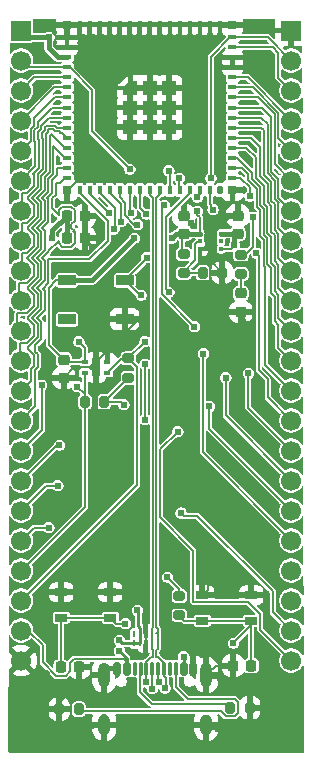
<source format=gtl>
%TF.GenerationSoftware,KiCad,Pcbnew,9.0.6*%
%TF.CreationDate,2025-12-14T17:15:15-06:00*%
%TF.ProjectId,PCB,5043422e-6b69-4636-9164-5f7063625858,rev?*%
%TF.SameCoordinates,Original*%
%TF.FileFunction,Copper,L1,Top*%
%TF.FilePolarity,Positive*%
%FSLAX46Y46*%
G04 Gerber Fmt 4.6, Leading zero omitted, Abs format (unit mm)*
G04 Created by KiCad (PCBNEW 9.0.6) date 2025-12-14 17:15:15*
%MOMM*%
%LPD*%
G01*
G04 APERTURE LIST*
G04 Aperture macros list*
%AMRoundRect*
0 Rectangle with rounded corners*
0 $1 Rounding radius*
0 $2 $3 $4 $5 $6 $7 $8 $9 X,Y pos of 4 corners*
0 Add a 4 corners polygon primitive as box body*
4,1,4,$2,$3,$4,$5,$6,$7,$8,$9,$2,$3,0*
0 Add four circle primitives for the rounded corners*
1,1,$1+$1,$2,$3*
1,1,$1+$1,$4,$5*
1,1,$1+$1,$6,$7*
1,1,$1+$1,$8,$9*
0 Add four rect primitives between the rounded corners*
20,1,$1+$1,$2,$3,$4,$5,0*
20,1,$1+$1,$4,$5,$6,$7,0*
20,1,$1+$1,$6,$7,$8,$9,0*
20,1,$1+$1,$8,$9,$2,$3,0*%
%AMFreePoly0*
4,1,14,0.603536,0.603536,0.605000,0.600000,0.605000,-0.600000,0.603536,-0.603536,0.600000,-0.605000,-0.600000,-0.605000,-0.603536,-0.603536,-0.605000,-0.600000,-0.605000,0.000000,-0.603536,0.003536,-0.003536,0.603536,0.000000,0.605000,0.600000,0.605000,0.603536,0.603536,0.603536,0.603536,$1*%
G04 Aperture macros list end*
%TA.AperFunction,SMDPad,CuDef*%
%ADD10R,1.050000X0.650000*%
%TD*%
%TA.AperFunction,ComponentPad*%
%ADD11R,1.700000X1.700000*%
%TD*%
%TA.AperFunction,ComponentPad*%
%ADD12C,1.700000*%
%TD*%
%TA.AperFunction,SMDPad,CuDef*%
%ADD13R,0.250000X0.625000*%
%TD*%
%TA.AperFunction,SMDPad,CuDef*%
%ADD14R,0.450000X0.700000*%
%TD*%
%TA.AperFunction,SMDPad,CuDef*%
%ADD15R,0.450000X0.575000*%
%TD*%
%TA.AperFunction,SMDPad,CuDef*%
%ADD16RoundRect,0.225000X-0.250000X0.225000X-0.250000X-0.225000X0.250000X-0.225000X0.250000X0.225000X0*%
%TD*%
%TA.AperFunction,SMDPad,CuDef*%
%ADD17RoundRect,0.200000X0.200000X0.275000X-0.200000X0.275000X-0.200000X-0.275000X0.200000X-0.275000X0*%
%TD*%
%TA.AperFunction,SMDPad,CuDef*%
%ADD18RoundRect,0.200000X-0.275000X0.200000X-0.275000X-0.200000X0.275000X-0.200000X0.275000X0.200000X0*%
%TD*%
%TA.AperFunction,SMDPad,CuDef*%
%ADD19RoundRect,0.200000X-0.200000X-0.275000X0.200000X-0.275000X0.200000X0.275000X-0.200000X0.275000X0*%
%TD*%
%TA.AperFunction,SMDPad,CuDef*%
%ADD20RoundRect,0.225000X0.225000X0.250000X-0.225000X0.250000X-0.225000X-0.250000X0.225000X-0.250000X0*%
%TD*%
%TA.AperFunction,SMDPad,CuDef*%
%ADD21RoundRect,0.200000X0.275000X-0.200000X0.275000X0.200000X-0.275000X0.200000X-0.275000X-0.200000X0*%
%TD*%
%TA.AperFunction,SMDPad,CuDef*%
%ADD22RoundRect,0.225000X0.250000X-0.225000X0.250000X0.225000X-0.250000X0.225000X-0.250000X-0.225000X0*%
%TD*%
%TA.AperFunction,SMDPad,CuDef*%
%ADD23RoundRect,0.225000X-0.225000X-0.250000X0.225000X-0.250000X0.225000X0.250000X-0.225000X0.250000X0*%
%TD*%
%TA.AperFunction,SMDPad,CuDef*%
%ADD24RoundRect,0.218750X0.256250X-0.218750X0.256250X0.218750X-0.256250X0.218750X-0.256250X-0.218750X0*%
%TD*%
%TA.AperFunction,SMDPad,CuDef*%
%ADD25RoundRect,0.150000X-0.150000X-0.425000X0.150000X-0.425000X0.150000X0.425000X-0.150000X0.425000X0*%
%TD*%
%TA.AperFunction,SMDPad,CuDef*%
%ADD26RoundRect,0.075000X-0.075000X-0.500000X0.075000X-0.500000X0.075000X0.500000X-0.075000X0.500000X0*%
%TD*%
%TA.AperFunction,HeatsinkPad*%
%ADD27O,1.000000X2.100000*%
%TD*%
%TA.AperFunction,HeatsinkPad*%
%ADD28O,1.000000X1.800000*%
%TD*%
%TA.AperFunction,SMDPad,CuDef*%
%ADD29RoundRect,0.093750X-0.093750X-0.106250X0.093750X-0.106250X0.093750X0.106250X-0.093750X0.106250X0*%
%TD*%
%TA.AperFunction,HeatsinkPad*%
%ADD30R,1.000000X1.600000*%
%TD*%
%TA.AperFunction,SMDPad,CuDef*%
%ADD31R,0.600000X0.400000*%
%TD*%
%TA.AperFunction,SMDPad,CuDef*%
%ADD32R,0.700000X1.600000*%
%TD*%
%TA.AperFunction,SMDPad,CuDef*%
%ADD33RoundRect,0.090000X-0.660000X-0.360000X0.660000X-0.360000X0.660000X0.360000X-0.660000X0.360000X0*%
%TD*%
%TA.AperFunction,SMDPad,CuDef*%
%ADD34R,0.800000X0.400000*%
%TD*%
%TA.AperFunction,SMDPad,CuDef*%
%ADD35R,0.400000X0.800000*%
%TD*%
%TA.AperFunction,SMDPad,CuDef*%
%ADD36R,1.200000X1.200000*%
%TD*%
%TA.AperFunction,SMDPad,CuDef*%
%ADD37FreePoly0,0.000000*%
%TD*%
%TA.AperFunction,SMDPad,CuDef*%
%ADD38R,0.800000X0.800000*%
%TD*%
%TA.AperFunction,ViaPad*%
%ADD39C,0.604799*%
%TD*%
%TA.AperFunction,Conductor*%
%ADD40C,0.141986*%
%TD*%
%TA.AperFunction,Conductor*%
%ADD41C,0.152400*%
%TD*%
%TA.AperFunction,Conductor*%
%ADD42C,0.127000*%
%TD*%
%TA.AperFunction,Conductor*%
%ADD43C,0.304800*%
%TD*%
%TA.AperFunction,Conductor*%
%ADD44C,0.381000*%
%TD*%
%TA.AperFunction,Conductor*%
%ADD45C,0.391160*%
%TD*%
%TA.AperFunction,Conductor*%
%ADD46C,0.228600*%
%TD*%
%TA.AperFunction,Conductor*%
%ADD47C,0.254000*%
%TD*%
G04 APERTURE END LIST*
D10*
%TO.P,RESET1,1,1*%
%TO.N,GND*%
X130343000Y-113919000D03*
%TO.P,RESET1,2,2*%
X134493000Y-113919000D03*
%TO.P,RESET1,3,K*%
%TO.N,/ESP32_EN*%
X130343000Y-116069000D03*
%TO.P,RESET1,4,A*%
X134493000Y-116069000D03*
%TD*%
D11*
%TO.P,J1,1,Pin_1*%
%TO.N,/3V3*%
X115010000Y-66110000D03*
D12*
%TO.P,J1,2,Pin_2*%
%TO.N,/GPIO0*%
X115010000Y-68650000D03*
%TO.P,J1,3,Pin_3*%
%TO.N,/GPIO1*%
X115010000Y-71190000D03*
%TO.P,J1,4,Pin_4*%
%TO.N,/GPIO2*%
X115010000Y-73730000D03*
%TO.P,J1,5,Pin_5*%
%TO.N,/GPIO3*%
X115010000Y-76270000D03*
%TO.P,J1,6,Pin_6*%
%TO.N,/GPIO4*%
X115010000Y-78810000D03*
%TO.P,J1,7,Pin_7*%
%TO.N,/GPIO5*%
X115010000Y-81350000D03*
%TO.P,J1,8,Pin_8*%
%TO.N,/GPIO6*%
X115010000Y-83890000D03*
%TO.P,J1,9,Pin_9*%
%TO.N,/GPIO7*%
X115010000Y-86430000D03*
%TO.P,J1,10,Pin_10*%
%TO.N,/GPIO8*%
X115010000Y-88970000D03*
%TO.P,J1,11,Pin_11*%
%TO.N,/GPIO9*%
X115010000Y-91510000D03*
%TO.P,J1,12,Pin_12*%
%TO.N,/GPIO10*%
X115010000Y-94050000D03*
%TO.P,J1,13,Pin_13*%
%TO.N,/GPIO11*%
X115010000Y-96590000D03*
%TO.P,J1,14,Pin_14*%
%TO.N,/GPIO12*%
X115010000Y-99130000D03*
%TO.P,J1,15,Pin_15*%
%TO.N,/GPIO13*%
X115010000Y-101670000D03*
%TO.P,J1,16,Pin_16*%
%TO.N,/GPIO14*%
X115010000Y-104210000D03*
%TO.P,J1,17,Pin_17*%
%TO.N,/GPIO15*%
X115010000Y-106750000D03*
%TO.P,J1,18,Pin_18*%
%TO.N,/GPIO16*%
X115010000Y-109290000D03*
%TO.P,J1,19,Pin_19*%
%TO.N,/I2C_SCL*%
X115010000Y-111830000D03*
%TO.P,J1,20,Pin_20*%
%TO.N,/I2C_SDA*%
X115010000Y-114370000D03*
%TO.P,J1,21,Pin_21*%
%TO.N,/5VUSB*%
X115010000Y-116910000D03*
%TO.P,J1,22,Pin_22*%
%TO.N,GND*%
X115010000Y-119450000D03*
%TD*%
D13*
%TO.P,U2,1*%
%TO.N,/USB_P*%
X126555500Y-117208000D03*
%TO.P,U2,2*%
%TO.N,/USB_N*%
X126055500Y-117208000D03*
D14*
%TO.P,U2,3,VSS*%
%TO.N,GND*%
X125555500Y-117245500D03*
D13*
%TO.P,U2,4*%
%TO.N,/5VUSB*%
X125055500Y-117208000D03*
%TO.P,U2,5*%
%TO.N,unconnected-(U2-Pad5)*%
X124555500Y-117208000D03*
%TO.P,U2,6,NC*%
%TO.N,unconnected-(U2-NC-Pad6)*%
X124555500Y-117983000D03*
%TO.P,U2,7,NC*%
%TO.N,/5VUSB*%
X125055500Y-117983000D03*
D15*
%TO.P,U2,8,VSS*%
%TO.N,GND*%
X125555500Y-118008000D03*
D13*
%TO.P,U2,9,NC*%
%TO.N,/USB_N*%
X126055500Y-117983000D03*
%TO.P,U2,10,NC*%
%TO.N,/USB_P*%
X126555500Y-117983000D03*
%TD*%
D16*
%TO.P,C5,1*%
%TO.N,/3V3*%
X118618000Y-93967000D03*
%TO.P,C5,2*%
%TO.N,GND*%
X118618000Y-95517000D03*
%TD*%
D17*
%TO.P,R1,1*%
%TO.N,Net-(JUSB1-CC2)*%
X119888000Y-123571000D03*
%TO.P,R1,2*%
%TO.N,GND*%
X118238000Y-123571000D03*
%TD*%
D18*
%TO.P,R5,1*%
%TO.N,/I2C_SDA*%
X124079000Y-93854000D03*
%TO.P,R5,2*%
%TO.N,/3V3*%
X124079000Y-95504000D03*
%TD*%
D19*
%TO.P,R4,1*%
%TO.N,/I2C_SCL*%
X120397000Y-97536000D03*
%TO.P,R4,2*%
%TO.N,/3V3*%
X122047000Y-97536000D03*
%TD*%
D18*
%TO.P,R8,1*%
%TO.N,/3V3*%
X133604000Y-85086000D03*
%TO.P,R8,2*%
%TO.N,Net-(D2-A)*%
X133604000Y-86736000D03*
%TD*%
D20*
%TO.P,C3,1*%
%TO.N,/ESP32_EN*%
X134493000Y-119888000D03*
%TO.P,C3,2*%
%TO.N,GND*%
X132943000Y-119888000D03*
%TD*%
D21*
%TO.P,R6,1*%
%TO.N,Net-(U3-FB)*%
X128778000Y-86673000D03*
%TO.P,R6,2*%
%TO.N,/3V3*%
X128778000Y-85023000D03*
%TD*%
D22*
%TO.P,C6,1*%
%TO.N,/5VUSB*%
X133350000Y-83325000D03*
%TO.P,C6,2*%
%TO.N,GND*%
X133350000Y-81775000D03*
%TD*%
D23*
%TO.P,C4,1*%
%TO.N,/GPIO0*%
X118364000Y-120015000D03*
%TO.P,C4,2*%
%TO.N,GND*%
X119914000Y-120015000D03*
%TD*%
D24*
%TO.P,D2,1,K*%
%TO.N,GND*%
X133604000Y-89941500D03*
%TO.P,D2,2,A*%
%TO.N,Net-(D2-A)*%
X133604000Y-88366500D03*
%TD*%
D10*
%TO.P,BOOT1,1,1*%
%TO.N,GND*%
X118405000Y-113665000D03*
%TO.P,BOOT1,2,2*%
X122555000Y-113665000D03*
%TO.P,BOOT1,3,K*%
%TO.N,/GPIO0*%
X118405000Y-115815000D03*
%TO.P,BOOT1,4,A*%
X122555000Y-115815000D03*
%TD*%
D23*
%TO.P,C2,1*%
%TO.N,/3V3*%
X118846000Y-83693000D03*
%TO.P,C2,2*%
%TO.N,GND*%
X120396000Y-83693000D03*
%TD*%
D25*
%TO.P,JUSB1,A1,GND*%
%TO.N,GND*%
X123160000Y-120125000D03*
%TO.P,JUSB1,A4,VBUS*%
%TO.N,/5VUSB*%
X123960000Y-120125000D03*
D26*
%TO.P,JUSB1,A5,CC1*%
%TO.N,Net-(JUSB1-CC1)*%
X125110000Y-120125000D03*
%TO.P,JUSB1,A6,D+*%
%TO.N,/USB_P*%
X126110000Y-120125000D03*
%TO.P,JUSB1,A7,D-*%
%TO.N,/USB_N*%
X126610000Y-120125000D03*
%TO.P,JUSB1,A8,SBU1*%
%TO.N,unconnected-(JUSB1-SBU1-PadA8)*%
X127610000Y-120125000D03*
D25*
%TO.P,JUSB1,A9,VBUS*%
%TO.N,/5VUSB*%
X128760000Y-120125000D03*
%TO.P,JUSB1,A12,GND*%
%TO.N,GND*%
X129560000Y-120125000D03*
%TO.P,JUSB1,B1,GND*%
X129560000Y-120125000D03*
%TO.P,JUSB1,B4,VBUS*%
%TO.N,/5VUSB*%
X128760000Y-120125000D03*
D26*
%TO.P,JUSB1,B5,CC2*%
%TO.N,Net-(JUSB1-CC2)*%
X128110000Y-120125000D03*
%TO.P,JUSB1,B6*%
%TO.N,/USB_P*%
X127110000Y-120125000D03*
%TO.P,JUSB1,B7,D-*%
%TO.N,/USB_N*%
X125610000Y-120125000D03*
%TO.P,JUSB1,B8,SBU2*%
%TO.N,unconnected-(JUSB1-SBU2-PadB8)*%
X124610000Y-120125000D03*
D25*
%TO.P,JUSB1,B9,VBUS*%
%TO.N,/5VUSB*%
X123960000Y-120125000D03*
%TO.P,JUSB1,B12,GND*%
%TO.N,GND*%
X123160000Y-120125000D03*
D27*
%TO.P,JUSB1,S1,SHIELD*%
X122040000Y-120700000D03*
D28*
X122040000Y-124880000D03*
D27*
X130680000Y-120700000D03*
D28*
X130680000Y-124880000D03*
%TD*%
D11*
%TO.P,J3,1,Pin_1*%
%TO.N,GND*%
X137870000Y-66110000D03*
D12*
%TO.P,J3,2,Pin_2*%
%TO.N,/ESP32_EN*%
X137870000Y-68650000D03*
%TO.P,J3,3,Pin_3*%
%TO.N,/GPIO46*%
X137870000Y-71190000D03*
%TO.P,J3,4,Pin_4*%
%TO.N,/GPIO45*%
X137870000Y-73730000D03*
%TO.P,J3,5,Pin_5*%
%TO.N,/RXD*%
X137870000Y-76270000D03*
%TO.P,J3,6,Pin_6*%
%TO.N,/TXD*%
X137870000Y-78810000D03*
%TO.P,J3,7,Pin_7*%
%TO.N,/GPIO42*%
X137870000Y-81350000D03*
%TO.P,J3,8,Pin_8*%
%TO.N,/GPIO41*%
X137870000Y-83890000D03*
%TO.P,J3,9,Pin_9*%
%TO.N,/GPIO40*%
X137870000Y-86430000D03*
%TO.P,J3,10,Pin_10*%
%TO.N,/GPIO39*%
X137870000Y-88970000D03*
%TO.P,J3,11,Pin_11*%
%TO.N,/GPIO38*%
X137870000Y-91510000D03*
%TO.P,J3,12,Pin_12*%
%TO.N,/GPIO37*%
X137870000Y-94050000D03*
%TO.P,J3,13,Pin_13*%
%TO.N,/GPIO36*%
X137870000Y-96590000D03*
%TO.P,J3,14,Pin_14*%
%TO.N,/GPIO35*%
X137870000Y-99130000D03*
%TO.P,J3,15,Pin_15*%
%TO.N,/GPIO34*%
X137870000Y-101670000D03*
%TO.P,J3,16,Pin_16*%
%TO.N,/GPIO33*%
X137870000Y-104210000D03*
%TO.P,J3,17,Pin_17*%
%TO.N,/GPIO26*%
X137870000Y-106750000D03*
%TO.P,J3,18,Pin_18*%
%TO.N,/GPIO21*%
X137870000Y-109290000D03*
%TO.P,J3,19,Pin_19*%
%TO.N,unconnected-(J3-Pin_19-Pad19)*%
X137870000Y-111830000D03*
%TO.P,J3,20,Pin_20*%
%TO.N,unconnected-(J3-Pin_20-Pad20)*%
X137870000Y-114370000D03*
%TO.P,J3,21,Pin_21*%
%TO.N,/GPIO48*%
X137870000Y-116910000D03*
%TO.P,J3,22,Pin_22*%
%TO.N,/GPIO47*%
X137870000Y-119450000D03*
%TD*%
D19*
%TO.P,R2,1*%
%TO.N,Net-(JUSB1-CC1)*%
X132716000Y-123444000D03*
%TO.P,R2,2*%
%TO.N,GND*%
X134366000Y-123444000D03*
%TD*%
D17*
%TO.P,R7,1*%
%TO.N,GND*%
X132016000Y-86610000D03*
%TO.P,R7,2*%
%TO.N,Net-(U3-FB)*%
X130366000Y-86610000D03*
%TD*%
D23*
%TO.P,C1,1*%
%TO.N,/3V3*%
X118846000Y-81788000D03*
%TO.P,C1,2*%
%TO.N,GND*%
X120396000Y-81788000D03*
%TD*%
D22*
%TO.P,C7,1*%
%TO.N,/3V3*%
X128778000Y-83325000D03*
%TO.P,C7,2*%
%TO.N,GND*%
X128778000Y-81775000D03*
%TD*%
D29*
%TO.P,U3,1,OUT*%
%TO.N,/3V3*%
X130154500Y-83312000D03*
%TO.P,U3,2,FB*%
%TO.N,Net-(U3-FB)*%
X130154500Y-83962000D03*
%TO.P,U3,3,GND*%
%TO.N,GND*%
X130154500Y-84612000D03*
%TO.P,U3,4,EN*%
%TO.N,/5VUSB*%
X131929500Y-84612000D03*
%TO.P,U3,5,DNC*%
%TO.N,unconnected-(U3-DNC-Pad5)*%
X131929500Y-83962000D03*
%TO.P,U3,6,IN*%
%TO.N,/5VUSB*%
X131929500Y-83312000D03*
D30*
%TO.P,U3,7,GND*%
%TO.N,GND*%
X131042000Y-83962000D03*
%TD*%
D31*
%TO.P,U4,1,VDD*%
%TO.N,/3V3*%
X120401000Y-94140000D03*
%TO.P,U4,2,SCL*%
%TO.N,/I2C_SCL*%
X120401000Y-95090000D03*
%TO.P,U4,3,SDA*%
%TO.N,/I2C_SDA*%
X122301000Y-95090000D03*
%TO.P,U4,4,GND*%
%TO.N,GND*%
X122301000Y-94140000D03*
D32*
%TO.P,U4,5,GND*%
X121351000Y-94615000D03*
%TD*%
D33*
%TO.P,D1,1,VDD*%
%TO.N,/3V3*%
X118872000Y-87249000D03*
%TO.P,D1,2,DOUT*%
%TO.N,unconnected-(D1-DOUT-Pad2)*%
X118872000Y-90549000D03*
%TO.P,D1,3,VSS*%
%TO.N,GND*%
X123772000Y-90549000D03*
%TO.P,D1,4,DIN*%
%TO.N,/GPIO48*%
X123772000Y-87249000D03*
%TD*%
D21*
%TO.P,R3,1*%
%TO.N,/ESP32_EN*%
X128397000Y-115633000D03*
%TO.P,R3,2*%
%TO.N,/3V3*%
X128397000Y-113983000D03*
%TD*%
D34*
%TO.P,U1,1,GND*%
%TO.N,GND*%
X118896000Y-66679000D03*
%TO.P,U1,2,GND*%
X118896000Y-67529000D03*
%TO.P,U1,3,3V3*%
%TO.N,/3V3*%
X118896000Y-68379000D03*
%TO.P,U1,4,IO0*%
%TO.N,/GPIO0*%
X118896000Y-69229000D03*
%TO.P,U1,5,IO1*%
%TO.N,/GPIO1*%
X118896000Y-70079000D03*
%TO.P,U1,6,IO2*%
%TO.N,/GPIO2*%
X118896000Y-70929000D03*
%TO.P,U1,7,IO3*%
%TO.N,/GPIO3*%
X118896000Y-71779000D03*
%TO.P,U1,8,IO4*%
%TO.N,/GPIO4*%
X118896000Y-72629000D03*
%TO.P,U1,9,IO5*%
%TO.N,/GPIO5*%
X118896000Y-73479000D03*
%TO.P,U1,10,IO6*%
%TO.N,/GPIO6*%
X118896000Y-74329000D03*
%TO.P,U1,11,IO7*%
%TO.N,/GPIO7*%
X118896000Y-75179000D03*
%TO.P,U1,12,IO8*%
%TO.N,/GPIO8*%
X118896000Y-76029000D03*
%TO.P,U1,13,IO9*%
%TO.N,/GPIO9*%
X118896000Y-76879000D03*
%TO.P,U1,14,IO10*%
%TO.N,/GPIO10*%
X118896000Y-77729000D03*
%TO.P,U1,15,IO11*%
%TO.N,/GPIO11*%
X118896000Y-78579000D03*
D35*
%TO.P,U1,16,IO12*%
%TO.N,/GPIO12*%
X119946000Y-79629000D03*
%TO.P,U1,17,IO13*%
%TO.N,/GPIO13*%
X120796000Y-79629000D03*
%TO.P,U1,18,IO14*%
%TO.N,/GPIO14*%
X121646000Y-79629000D03*
%TO.P,U1,19,IO15*%
%TO.N,/GPIO15*%
X122496000Y-79629000D03*
%TO.P,U1,20,IO16*%
%TO.N,/GPIO16*%
X123346000Y-79629000D03*
%TO.P,U1,21,IO17*%
%TO.N,/I2C_SCL*%
X124196000Y-79629000D03*
%TO.P,U1,22,IO18*%
%TO.N,/I2C_SDA*%
X125046000Y-79629000D03*
%TO.P,U1,23,IO19*%
%TO.N,/USB_N*%
X125896000Y-79629000D03*
%TO.P,U1,24,IO20*%
%TO.N,/USB_P*%
X126746000Y-79629000D03*
%TO.P,U1,25,IO21*%
%TO.N,/GPIO21*%
X127596000Y-79629000D03*
%TO.P,U1,26,IO26*%
%TO.N,/GPIO26*%
X128446000Y-79629000D03*
%TO.P,U1,27,IO47*%
%TO.N,/GPIO47*%
X129296000Y-79629000D03*
%TO.P,U1,28,IO33*%
%TO.N,/GPIO33*%
X130146000Y-79629000D03*
%TO.P,U1,29,IO34*%
%TO.N,/GPIO34*%
X130996000Y-79629000D03*
%TO.P,U1,30,IO48*%
%TO.N,/GPIO48*%
X131846000Y-79629000D03*
D34*
%TO.P,U1,31,IO35*%
%TO.N,/GPIO35*%
X132896000Y-78579000D03*
%TO.P,U1,32,IO36*%
%TO.N,/GPIO36*%
X132896000Y-77729000D03*
%TO.P,U1,33,IO37*%
%TO.N,/GPIO37*%
X132896000Y-76879000D03*
%TO.P,U1,34,IO38*%
%TO.N,/GPIO38*%
X132896000Y-76029000D03*
%TO.P,U1,35,IO39*%
%TO.N,/GPIO39*%
X132896000Y-75179000D03*
%TO.P,U1,36,IO40*%
%TO.N,/GPIO40*%
X132896000Y-74329000D03*
%TO.P,U1,37,IO41*%
%TO.N,/GPIO41*%
X132896000Y-73479000D03*
%TO.P,U1,38,IO42*%
%TO.N,/GPIO42*%
X132896000Y-72629000D03*
%TO.P,U1,39,TXD0*%
%TO.N,/TXD*%
X132896000Y-71779000D03*
%TO.P,U1,40,RXD0*%
%TO.N,/RXD*%
X132896000Y-70929000D03*
%TO.P,U1,41,IO45*%
%TO.N,/GPIO45*%
X132896000Y-70079000D03*
%TO.P,U1,42,GND*%
%TO.N,GND*%
X132896000Y-69229000D03*
%TO.P,U1,43,GND*%
X132896000Y-68379000D03*
%TO.P,U1,44,IO46*%
%TO.N,/GPIO46*%
X132896000Y-67529000D03*
%TO.P,U1,45,EN*%
%TO.N,/ESP32_EN*%
X132896000Y-66679000D03*
D35*
%TO.P,U1,46,GND*%
%TO.N,GND*%
X131846000Y-65629000D03*
%TO.P,U1,47,GND*%
X130996000Y-65629000D03*
%TO.P,U1,48,GND*%
X130146000Y-65629000D03*
%TO.P,U1,49,GND*%
X129296000Y-65629000D03*
%TO.P,U1,50,GND*%
X128446000Y-65629000D03*
%TO.P,U1,51,GND*%
X127596000Y-65629000D03*
%TO.P,U1,52,GND*%
X126746000Y-65629000D03*
%TO.P,U1,53,GND*%
X125896000Y-65629000D03*
%TO.P,U1,54,GND*%
X125046000Y-65629000D03*
%TO.P,U1,55,GND*%
X124196000Y-65629000D03*
%TO.P,U1,56,GND*%
X123346000Y-65629000D03*
%TO.P,U1,57,GND*%
X122496000Y-65629000D03*
%TO.P,U1,58,GND*%
X121646000Y-65629000D03*
%TO.P,U1,59,GND*%
X120796000Y-65629000D03*
%TO.P,U1,60,GND*%
X119946000Y-65629000D03*
D36*
%TO.P,U1,61,GND*%
X125896000Y-72629000D03*
D37*
%TO.P,U1,61_1,GND*%
X124246000Y-70979000D03*
D36*
%TO.P,U1,61_2,GND*%
X125896000Y-70979000D03*
%TO.P,U1,61_3,GND*%
X127546000Y-70979000D03*
%TO.P,U1,61_4,GND*%
X127546000Y-72629000D03*
%TO.P,U1,61_5,GND*%
X127546000Y-74279000D03*
%TO.P,U1,61_6,GND*%
X125896000Y-74279000D03*
%TO.P,U1,61_7,GND*%
X124246000Y-74279000D03*
%TO.P,U1,61_8,GND*%
X124246000Y-72629000D03*
D38*
%TO.P,U1,62,GND*%
X118896000Y-65629000D03*
%TO.P,U1,63,GND*%
X118896000Y-79629000D03*
%TO.P,U1,64,GND*%
X132896000Y-79629000D03*
%TO.P,U1,65,GND*%
X132896000Y-65629000D03*
%TD*%
D39*
%TO.N,GND*%
X131699000Y-125222000D03*
X131826000Y-69215000D03*
X125494838Y-115834299D03*
X129413000Y-82423000D03*
X127635000Y-66675000D03*
X127635000Y-75819000D03*
X123698000Y-113665000D03*
X129286000Y-66675000D03*
X130980094Y-66589335D03*
X131826000Y-66548000D03*
X122682000Y-72644000D03*
X120142000Y-66675000D03*
X131826000Y-85471000D03*
X121031000Y-66675000D03*
X133985000Y-90932000D03*
X117729000Y-65659000D03*
X117221000Y-113665000D03*
X124968000Y-66675000D03*
X122555000Y-66675000D03*
X125158500Y-90614500D03*
X121500000Y-92840000D03*
X120269000Y-67564000D03*
X127508000Y-69596000D03*
X121385600Y-96292401D03*
X128905000Y-72390000D03*
X130810000Y-112649000D03*
X125857000Y-69596000D03*
X134740000Y-65760000D03*
X120015000Y-121285000D03*
X125857000Y-66675000D03*
X135763000Y-113792000D03*
X128397000Y-66675000D03*
X123952000Y-75692000D03*
X132080000Y-87757000D03*
X123317000Y-66675000D03*
X123190000Y-70104000D03*
X135763000Y-123444000D03*
X124206000Y-66675000D03*
X130048000Y-66675000D03*
X131190294Y-82423708D03*
X120100000Y-78470000D03*
X121031000Y-84455000D03*
X130302000Y-85471000D03*
X121793000Y-66675000D03*
X125984000Y-75819000D03*
X131826000Y-68326000D03*
X135890000Y-66040000D03*
X120904000Y-124968000D03*
X131826000Y-120904000D03*
X126746000Y-66675000D03*
%TO.N,/3V3*%
X119888000Y-92456000D03*
X127762000Y-83693000D03*
X124587000Y-83693000D03*
X123698000Y-97790000D03*
X129921000Y-81407000D03*
X134620000Y-81915000D03*
X117602000Y-83693000D03*
X117348000Y-66675000D03*
X127381000Y-112395000D03*
%TO.N,/ESP32_EN*%
X131064000Y-78613000D03*
X132969000Y-117983000D03*
X127127000Y-80899000D03*
X129676639Y-91186000D03*
%TO.N,/GPIO0*%
X123825000Y-116332000D03*
X124206000Y-77851000D03*
%TO.N,/5VUSB*%
X128760000Y-119126000D03*
X123317000Y-117729000D03*
X133063419Y-84283274D03*
X124841000Y-115189000D03*
X123317000Y-118618000D03*
%TO.N,/GPIO48*%
X131846000Y-79629000D03*
X125476000Y-99060000D03*
X125622100Y-85344000D03*
X128540000Y-106960000D03*
X125159501Y-88519000D03*
X125476000Y-94361000D03*
%TO.N,/GPIO16*%
X117348000Y-108204000D03*
X124841000Y-82550000D03*
%TO.N,/GPIO13*%
X122399715Y-81531769D03*
X116735999Y-96139000D03*
%TO.N,/I2C_SDA*%
X125603000Y-81661000D03*
X125476000Y-92456000D03*
%TO.N,/GPIO15*%
X123466999Y-82296000D03*
X118110000Y-104648000D03*
%TO.N,/I2C_SCL*%
X119761000Y-96266000D03*
X124333000Y-81534000D03*
%TO.N,/GPIO14*%
X118237000Y-101219000D03*
X122855999Y-82931000D03*
%TO.N,/GPIO33*%
X132334000Y-95504000D03*
X129910122Y-80217002D03*
%TO.N,/GPIO26*%
X130937000Y-97917000D03*
X128397000Y-78613000D03*
%TO.N,/GPIO21*%
X127508000Y-77978000D03*
X130429000Y-93472000D03*
%TO.N,/GPIO47*%
X128270000Y-100076000D03*
X127508000Y-88265000D03*
%TO.N,/GPIO35*%
X134926368Y-84963000D03*
X134366000Y-80137000D03*
%TO.N,/GPIO34*%
X134239000Y-95123000D03*
X131252727Y-81279000D03*
%TO.N,/USB_N*%
X126640999Y-121285000D03*
X125604401Y-121283765D03*
%TO.N,/USB_P*%
X126106465Y-121821307D03*
X127184401Y-121775149D03*
%TD*%
D40*
%TO.N,/USB_N*%
X125896000Y-80000725D02*
X126153100Y-80257825D01*
X125896000Y-79629000D02*
X125896000Y-80000725D01*
%TO.N,/USB_P*%
X126746000Y-79969725D02*
X126457900Y-80257825D01*
X126746000Y-79629000D02*
X126746000Y-79969725D01*
D41*
%TO.N,/USB_N*%
X126153100Y-116641649D02*
X126153100Y-80257825D01*
X126055500Y-116739249D02*
X126153100Y-116641649D01*
X126055500Y-117208000D02*
X126055500Y-116739249D01*
%TO.N,/USB_P*%
X126457900Y-116641649D02*
X126457900Y-80257825D01*
X126555500Y-116739249D02*
X126457900Y-116641649D01*
X126555500Y-117208000D02*
X126555500Y-116739249D01*
X127110000Y-119653074D02*
X127110000Y-120125000D01*
X126616926Y-119160000D02*
X127110000Y-119653074D01*
X126457900Y-119160000D02*
X126616926Y-119160000D01*
%TO.N,/USB_N*%
X126000001Y-119160000D02*
X125610000Y-119550001D01*
X126153100Y-119160000D02*
X126000001Y-119160000D01*
X125610000Y-119550001D02*
X125610000Y-120125000D01*
X126055500Y-117983000D02*
X126055500Y-118451751D01*
X126055500Y-118451751D02*
X126153100Y-118549351D01*
%TO.N,/USB_P*%
X126457900Y-118549351D02*
X126457900Y-119160000D01*
X126555500Y-118451751D02*
X126457900Y-118549351D01*
X126555500Y-117983000D02*
X126555500Y-118451751D01*
%TO.N,/USB_N*%
X126153100Y-118549351D02*
X126153100Y-119160000D01*
D42*
%TO.N,GND*%
X115010000Y-119450000D02*
X115881860Y-120321860D01*
X118896000Y-79629000D02*
X118941000Y-79629000D01*
D41*
X131699000Y-125222000D02*
X131022000Y-125222000D01*
D42*
X117960000Y-121940000D02*
X119140000Y-121940000D01*
D41*
X135636000Y-113919000D02*
X135763000Y-113792000D01*
X130392000Y-84612000D02*
X130154500Y-84612000D01*
X134366000Y-123444000D02*
X135763000Y-123444000D01*
X131492000Y-119888000D02*
X130680000Y-120700000D01*
D42*
X119140000Y-121940000D02*
X119140000Y-122020000D01*
D41*
X125555500Y-116252500D02*
X125555500Y-117245500D01*
X133350000Y-81775000D02*
X132806616Y-81775000D01*
X131826000Y-120904000D02*
X130884000Y-120904000D01*
X119520000Y-94615000D02*
X118618000Y-95517000D01*
D42*
X118941000Y-79629000D02*
X120100000Y-78470000D01*
X117740000Y-121780000D02*
X117800000Y-121780000D01*
D43*
X120396000Y-83693000D02*
X120396000Y-81788000D01*
D41*
X134493000Y-113919000D02*
X135636000Y-113919000D01*
X119914000Y-120015000D02*
X119914000Y-121184000D01*
X128778000Y-81788000D02*
X128778000Y-81775000D01*
D42*
X135890000Y-66040000D02*
X135960000Y-66110000D01*
D41*
X130810000Y-112649000D02*
X130810000Y-113452000D01*
X124780000Y-90739000D02*
X122301000Y-93218000D01*
X125034000Y-90739000D02*
X124780000Y-90739000D01*
D42*
X117330000Y-121050000D02*
X117610000Y-121330000D01*
D43*
X120396000Y-83820000D02*
X120396000Y-83693000D01*
D41*
X125158500Y-90614500D02*
X125093000Y-90549000D01*
X132806616Y-81775000D02*
X131042000Y-83539616D01*
D42*
X117740000Y-121710000D02*
X117740000Y-121780000D01*
D41*
X125494838Y-115834299D02*
X125494838Y-116191838D01*
X130810000Y-113452000D02*
X130343000Y-113919000D01*
D43*
X133985000Y-90932000D02*
X133604000Y-89941500D01*
X121031000Y-84455000D02*
X120396000Y-83820000D01*
D41*
X134493000Y-113919000D02*
X130343000Y-113919000D01*
D42*
X119140000Y-122020000D02*
X119210000Y-122090000D01*
D41*
X122555000Y-113665000D02*
X118405000Y-113665000D01*
D42*
X117800000Y-121780000D02*
X117960000Y-121940000D01*
D41*
X122301000Y-93218000D02*
X121351000Y-94168000D01*
X132016000Y-87693000D02*
X132080000Y-87757000D01*
X125555500Y-118008000D02*
X125555500Y-117245500D01*
D42*
X117610000Y-121580000D02*
X117740000Y-121710000D01*
D41*
X125093000Y-90549000D02*
X123772000Y-90549000D01*
D42*
X135960000Y-66110000D02*
X137870000Y-66110000D01*
D41*
X125494838Y-116191838D02*
X125555500Y-116252500D01*
X118405000Y-113665000D02*
X117221000Y-113665000D01*
X122555000Y-113665000D02*
X123698000Y-113665000D01*
D42*
X117330000Y-120483720D02*
X117330000Y-121050000D01*
D41*
X129413000Y-82423000D02*
X128778000Y-81788000D01*
X131042000Y-83962000D02*
X130392000Y-84612000D01*
X131022000Y-125222000D02*
X130680000Y-124880000D01*
D42*
X117168140Y-120321860D02*
X117330000Y-120483720D01*
D41*
X132943000Y-119888000D02*
X131492000Y-119888000D01*
X131042000Y-83539616D02*
X131042000Y-83962000D01*
D42*
X115881860Y-120321860D02*
X117168140Y-120321860D01*
D41*
X120992000Y-124880000D02*
X120904000Y-124968000D01*
X119210000Y-122090000D02*
X120015000Y-121285000D01*
X118238000Y-123062000D02*
X119210000Y-122090000D01*
X125158500Y-90614500D02*
X125034000Y-90739000D01*
X121351000Y-94168000D02*
X121351000Y-94615000D01*
X122040000Y-124880000D02*
X120992000Y-124880000D01*
X130884000Y-120904000D02*
X130680000Y-120700000D01*
X121351000Y-94615000D02*
X119520000Y-94615000D01*
X131042000Y-85636000D02*
X131042000Y-83962000D01*
X132016000Y-86610000D02*
X131042000Y-85636000D01*
X132016000Y-86610000D02*
X132016000Y-87693000D01*
X118238000Y-123571000D02*
X118238000Y-123062000D01*
D42*
X117610000Y-121330000D02*
X117610000Y-121580000D01*
X122301000Y-94140000D02*
X122301000Y-93218000D01*
D41*
X119914000Y-121184000D02*
X120015000Y-121285000D01*
%TO.N,/3V3*%
X128778000Y-85023000D02*
X128629000Y-84874000D01*
X124079000Y-95504000D02*
X122047000Y-97536000D01*
X130154500Y-81935500D02*
X130154500Y-83312000D01*
D44*
X121031000Y-87249000D02*
X124587000Y-83693000D01*
D41*
X120401000Y-94140000D02*
X118791000Y-94140000D01*
X128397000Y-113983000D02*
X128397000Y-113411000D01*
D44*
X115575000Y-66675000D02*
X115010000Y-66110000D01*
D41*
X120401000Y-92969000D02*
X120401000Y-94140000D01*
D44*
X117602000Y-83032000D02*
X118846000Y-81788000D01*
D41*
X133963000Y-85086000D02*
X133604000Y-85086000D01*
D44*
X117348000Y-66675000D02*
X115575000Y-66675000D01*
D41*
X128397000Y-113411000D02*
X127381000Y-112395000D01*
X118618000Y-93967000D02*
X117348000Y-92697000D01*
X128629000Y-83474000D02*
X128778000Y-83325000D01*
X118791000Y-94140000D02*
X118618000Y-93967000D01*
D44*
X118872000Y-87249000D02*
X121031000Y-87249000D01*
D41*
X123444000Y-97536000D02*
X122047000Y-97536000D01*
D44*
X117602000Y-83693000D02*
X117602000Y-83032000D01*
D41*
X134620000Y-81915000D02*
X134620000Y-84429000D01*
D44*
X118896000Y-68379000D02*
X118843000Y-68326000D01*
X117348000Y-67612000D02*
X118115000Y-68379000D01*
D41*
X129921000Y-81407000D02*
X129921000Y-81702000D01*
D44*
X128778000Y-83325000D02*
X128130000Y-83325000D01*
X118115000Y-68379000D02*
X118896000Y-68379000D01*
X128130000Y-83325000D02*
X127762000Y-83693000D01*
D41*
X123698000Y-97790000D02*
X123444000Y-97536000D01*
D45*
X128791000Y-83312000D02*
X128778000Y-83325000D01*
D41*
X129921000Y-81702000D02*
X130154500Y-81935500D01*
X128629000Y-84874000D02*
X128629000Y-83474000D01*
X117348000Y-87884000D02*
X117983000Y-87249000D01*
X117983000Y-87249000D02*
X118872000Y-87249000D01*
X117348000Y-92697000D02*
X117348000Y-87884000D01*
D44*
X118846000Y-81788000D02*
X118846000Y-83693000D01*
D41*
X119888000Y-92456000D02*
X120401000Y-92969000D01*
D44*
X117348000Y-66675000D02*
X117348000Y-67612000D01*
D41*
X134620000Y-84429000D02*
X133963000Y-85086000D01*
D45*
X130154500Y-83312000D02*
X128791000Y-83312000D01*
D41*
%TO.N,/ESP32_EN*%
X130343000Y-116069000D02*
X128833000Y-116069000D01*
X131064000Y-78613000D02*
X131064000Y-68311000D01*
X129676639Y-91186000D02*
X126924201Y-88433562D01*
X134493000Y-116069000D02*
X130343000Y-116069000D01*
X134493000Y-116459000D02*
X132969000Y-117983000D01*
X137870000Y-68650000D02*
X135899000Y-66679000D01*
X128833000Y-116069000D02*
X128397000Y-115633000D01*
X134493000Y-119888000D02*
X134493000Y-116069000D01*
X126924201Y-81101799D02*
X127127000Y-80899000D01*
X131064000Y-68311000D02*
X132696000Y-66679000D01*
X134493000Y-116069000D02*
X134493000Y-116459000D01*
X135899000Y-66679000D02*
X132896000Y-66679000D01*
X132696000Y-66679000D02*
X132896000Y-66679000D01*
X126924201Y-88433562D02*
X126924201Y-81101799D01*
%TO.N,/GPIO0*%
X118896000Y-69229000D02*
X119105200Y-69229000D01*
X118405000Y-115815000D02*
X122555000Y-115815000D01*
X120990666Y-71114466D02*
X120990666Y-74635666D01*
X119105200Y-69229000D02*
X120990666Y-71114466D01*
X123825000Y-116332000D02*
X123072000Y-116332000D01*
X123072000Y-116332000D02*
X122555000Y-115815000D01*
X118896000Y-69229000D02*
X115589000Y-69229000D01*
X118405000Y-115815000D02*
X118405000Y-119974000D01*
X120990666Y-74635666D02*
X124206000Y-77851000D01*
X115589000Y-69229000D02*
X115010000Y-68650000D01*
X118405000Y-119974000D02*
X118364000Y-120015000D01*
D45*
%TO.N,/5VUSB*%
X133337000Y-83312000D02*
X133350000Y-83325000D01*
D46*
X125055500Y-116666900D02*
X125055500Y-117208000D01*
D41*
X117944464Y-120719600D02*
X118783536Y-120719600D01*
X119126000Y-119678864D02*
X119494464Y-119310400D01*
X123960000Y-119550001D02*
X123960000Y-120125000D01*
D47*
X123317000Y-118618000D02*
X123952000Y-119253000D01*
D41*
X119126000Y-120377136D02*
X119126000Y-119678864D01*
X115010000Y-116910000D02*
X115610000Y-116910000D01*
D42*
X132734693Y-84612000D02*
X133063419Y-84283274D01*
D47*
X128760000Y-120125000D02*
X128760000Y-119126000D01*
D46*
X124841000Y-115189000D02*
X124925739Y-115273739D01*
X123571000Y-117983000D02*
X125055500Y-117983000D01*
X124925739Y-115273739D02*
X124925739Y-116537139D01*
D41*
X115610000Y-116910000D02*
X116840000Y-118140000D01*
D46*
X123317000Y-117729000D02*
X123571000Y-117983000D01*
D44*
X133063419Y-83611581D02*
X133350000Y-83325000D01*
D41*
X118783536Y-120719600D02*
X119126000Y-120377136D01*
X123720399Y-119310400D02*
X123960000Y-119550001D01*
X128760000Y-118890000D02*
X128760000Y-119126000D01*
X119494464Y-119310400D02*
X123720399Y-119310400D01*
X116840000Y-119615136D02*
X117944464Y-120719600D01*
D42*
X131929500Y-84612000D02*
X132734693Y-84612000D01*
D46*
X124925739Y-116537139D02*
X125055500Y-116666900D01*
X125055500Y-117208000D02*
X125055500Y-117983000D01*
D41*
X123952000Y-119542001D02*
X123960000Y-119550001D01*
D47*
X123952000Y-119253000D02*
X123952000Y-119542001D01*
D45*
X131929500Y-83312000D02*
X133337000Y-83312000D01*
D41*
X116840000Y-118140000D02*
X116840000Y-119615136D01*
D44*
X133063419Y-84283274D02*
X133063419Y-83611581D01*
D41*
%TO.N,/GPIO48*%
X129911361Y-107188000D02*
X136295000Y-113571639D01*
X128540000Y-106960000D02*
X128768000Y-107188000D01*
X128768000Y-107188000D02*
X129911361Y-107188000D01*
X123772000Y-87249000D02*
X125622100Y-85398900D01*
X136295000Y-115335000D02*
X137870000Y-116910000D01*
X124977499Y-88454499D02*
X123772000Y-87249000D01*
X125159501Y-88519000D02*
X125095000Y-88454499D01*
X125476000Y-99060000D02*
X125476000Y-94361000D01*
X125095000Y-88454499D02*
X124977499Y-88454499D01*
X136295000Y-113571639D02*
X136295000Y-115335000D01*
X125622100Y-85398900D02*
X125622100Y-85344000D01*
%TO.N,Net-(D2-A)*%
X133604000Y-88366500D02*
X133604000Y-86736000D01*
%TO.N,/GPIO8*%
X118701000Y-76029000D02*
X118896000Y-76029000D01*
X117007000Y-78542866D02*
X117428200Y-78121667D01*
X115010000Y-88970000D02*
X114808000Y-88768000D01*
X116395400Y-84463851D02*
X116395400Y-83316148D01*
X117428200Y-78121667D02*
X117428200Y-75000918D01*
X118280600Y-75608600D02*
X118701000Y-76029000D01*
X115457185Y-87509600D02*
X116089600Y-86877185D01*
X117550559Y-74878559D02*
X118266400Y-75594400D01*
X117007000Y-79637183D02*
X117007000Y-78542866D01*
X114808000Y-87509600D02*
X115457185Y-87509600D01*
X116089600Y-85982815D02*
X115483018Y-85376233D01*
X116395400Y-83316148D02*
X115915484Y-82836233D01*
X116701200Y-82050517D02*
X116701200Y-80649481D01*
X116089600Y-86877185D02*
X116089600Y-85982815D01*
X118266400Y-75608600D02*
X118280600Y-75608600D01*
X114808000Y-88768000D02*
X114808000Y-87509600D01*
X117428200Y-75000918D02*
X117550559Y-74878559D01*
X118266400Y-75594400D02*
X118266400Y-75608600D01*
X115483018Y-85376233D02*
X116395400Y-84463851D01*
X116701200Y-80649481D02*
X116347950Y-80296233D01*
X116347950Y-80296233D02*
X117007000Y-79637183D01*
X115915484Y-82836233D02*
X116701200Y-82050517D01*
%TO.N,/GPIO7*%
X118266400Y-74634800D02*
X117890333Y-74634800D01*
X115570000Y-82804000D02*
X115570000Y-82923215D01*
X116701200Y-78416199D02*
X116701200Y-79510517D01*
X118896000Y-75179000D02*
X118475600Y-74758600D01*
X115915484Y-80296233D02*
X116395400Y-80776148D01*
X116395400Y-81923851D02*
X115583851Y-82735400D01*
X116395400Y-80776148D02*
X116395400Y-81923851D01*
X116089600Y-84337185D02*
X115457185Y-84969600D01*
X115583851Y-82790149D02*
X115570000Y-82804000D01*
X116089600Y-83442815D02*
X116089600Y-84337185D01*
X117312800Y-74683853D02*
X117122400Y-74874251D01*
X117122400Y-77995000D02*
X116701200Y-78416199D01*
X115583851Y-82735400D02*
X115583851Y-82790149D01*
X115570000Y-82923215D02*
X116089600Y-83442815D01*
X118266400Y-74758600D02*
X118266400Y-74634800D01*
X117890333Y-74634800D02*
X117729333Y-74473800D01*
X117312801Y-74473800D02*
X117312800Y-74683853D01*
X116701200Y-79510517D02*
X115915484Y-80296233D01*
X118475600Y-74758600D02*
X118266400Y-74758600D01*
X115062000Y-84969600D02*
X115062000Y-86378000D01*
X115062000Y-86378000D02*
X115010000Y-86430000D01*
X117729333Y-74473800D02*
X117312801Y-74473800D01*
X117122400Y-74874251D02*
X117122400Y-77995000D01*
X115457185Y-84969600D02*
X115062000Y-84969600D01*
%TO.N,/GPIO16*%
X123772799Y-81726160D02*
X124596639Y-82550000D01*
X123772799Y-80673332D02*
X123772799Y-81726160D01*
X116096000Y-108204000D02*
X117348000Y-108204000D01*
X123346000Y-80246534D02*
X123772799Y-80673332D01*
X123346000Y-79629000D02*
X123346000Y-80246534D01*
X124596639Y-82550000D02*
X124841000Y-82550000D01*
X115010000Y-109290000D02*
X116096000Y-108204000D01*
%TO.N,/GPIO13*%
X115010000Y-101670000D02*
X116735999Y-99944001D01*
X120796000Y-79928054D02*
X120796000Y-79629000D01*
X122399715Y-81531769D02*
X120796000Y-79928054D01*
X116735999Y-99944001D02*
X116735999Y-96139000D01*
%TO.N,/I2C_SDA*%
X124079000Y-93853000D02*
X125476000Y-92456000D01*
X123537000Y-93854000D02*
X122301000Y-95090000D01*
X124783600Y-94558600D02*
X124079000Y-93854000D01*
X124079000Y-93854000D02*
X123537000Y-93854000D01*
X115010000Y-114370000D02*
X124783600Y-104596400D01*
X125046000Y-81104000D02*
X125046000Y-79629000D01*
X124079000Y-93854000D02*
X124079000Y-93853000D01*
X125603000Y-81661000D02*
X125046000Y-81104000D01*
X124783600Y-104596400D02*
X124783600Y-94558600D01*
%TO.N,/GPIO15*%
X123466999Y-82296000D02*
X123466999Y-80799999D01*
X122496000Y-79829000D02*
X122496000Y-79629000D01*
X115010000Y-106750000D02*
X117112000Y-104648000D01*
X123466999Y-80799999D02*
X122496000Y-79829000D01*
X117112000Y-104648000D02*
X118110000Y-104648000D01*
%TO.N,/GPIO2*%
X115010000Y-73730000D02*
X117811000Y-70929000D01*
X117811000Y-70929000D02*
X118896000Y-70929000D01*
%TO.N,/GPIO11*%
X116347951Y-87916233D02*
X117007000Y-87257183D01*
X115570000Y-93083215D02*
X115570000Y-92909251D01*
X119266100Y-82817100D02*
X119266100Y-82492036D01*
X117007000Y-87257183D02*
X117007000Y-85602814D01*
X117618600Y-80322981D02*
X117924400Y-80017181D01*
X118426464Y-81083400D02*
X118166400Y-81343464D01*
X116395400Y-92083851D02*
X116395400Y-90936149D01*
X117924400Y-80017181D02*
X117924400Y-78999400D01*
X115915484Y-90456233D02*
X116701200Y-89670517D01*
X116701200Y-88269481D02*
X116347951Y-87916233D01*
X117007000Y-85602814D02*
X116780417Y-85376232D01*
X118166400Y-81717400D02*
X117618600Y-81169600D01*
X119353736Y-83076600D02*
X119525600Y-83076600D01*
X117312800Y-84744200D02*
X118166400Y-83890600D01*
X116089600Y-94497185D02*
X116089600Y-93602815D01*
X118686800Y-78579000D02*
X118896000Y-78579000D01*
X119265536Y-81083400D02*
X118426464Y-81083400D01*
X119265536Y-84397600D02*
X119525600Y-84137536D01*
X117312800Y-84843849D02*
X117312800Y-84744200D01*
X117924400Y-78999400D02*
X118266400Y-78999400D01*
X119525600Y-81343464D02*
X119265536Y-81083400D01*
X115824000Y-94762785D02*
X116089600Y-94497185D01*
X119525600Y-83076600D02*
X119266100Y-82817100D01*
X118166400Y-81343464D02*
X118166400Y-81717400D01*
X115570000Y-92909251D02*
X116395400Y-92083851D01*
X116089600Y-93602815D02*
X115570000Y-93083215D01*
X116395400Y-90936149D02*
X115915484Y-90456233D01*
X115824000Y-95776000D02*
X115824000Y-94762785D01*
X119525600Y-82232536D02*
X119525600Y-81343464D01*
X118266400Y-78999400D02*
X118686800Y-78579000D01*
X118166400Y-83890600D02*
X118166400Y-84137536D01*
X119266100Y-82492036D02*
X119525600Y-82232536D01*
X116701200Y-89670517D02*
X116701200Y-88269481D01*
X119525600Y-84137536D02*
X119525600Y-83248464D01*
X117618600Y-81169600D02*
X117618600Y-80322981D01*
X118426464Y-84397600D02*
X119265536Y-84397600D01*
X119525600Y-83248464D02*
X119353736Y-83076600D01*
X118166400Y-84137536D02*
X118426464Y-84397600D01*
X116780417Y-85376232D02*
X117312800Y-84843849D01*
X115010000Y-96590000D02*
X115824000Y-95776000D01*
%TO.N,/GPIO1*%
X116121000Y-70079000D02*
X115010000Y-71190000D01*
X118896000Y-70079000D02*
X116121000Y-70079000D01*
%TO.N,/GPIO9*%
X116347951Y-82836232D02*
X117007000Y-82177183D01*
X116395400Y-87003851D02*
X116395400Y-85856148D01*
X115583852Y-87815400D02*
X116395400Y-87003851D01*
X118686800Y-76879000D02*
X118896000Y-76879000D01*
X115010000Y-91510000D02*
X114681000Y-91181000D01*
X115457185Y-90049600D02*
X116089600Y-89417185D01*
X115570000Y-88003215D02*
X115570000Y-87815400D01*
X114681000Y-90049600D02*
X115457185Y-90049600D01*
X116780417Y-80296232D02*
X117312800Y-79763849D01*
X115915484Y-85376233D02*
X116701200Y-84590517D01*
X117734000Y-78248334D02*
X117734000Y-75926200D01*
X117734000Y-75926200D02*
X118686800Y-76879000D01*
X115570000Y-87815400D02*
X115583852Y-87815400D01*
X117312800Y-78669533D02*
X117734000Y-78248334D01*
X117007000Y-82177183D02*
X117007000Y-80522814D01*
X116395400Y-85856148D02*
X115915484Y-85376233D01*
X114681000Y-91181000D02*
X114681000Y-90049600D01*
X116089600Y-88522815D02*
X115570000Y-88003215D01*
X117312800Y-79763849D02*
X117312800Y-78669533D01*
X117007000Y-80522814D02*
X116780417Y-80296232D01*
X116089600Y-89417185D02*
X116089600Y-88522815D01*
X116701200Y-83189481D02*
X116347951Y-82836232D01*
X116701200Y-84590517D02*
X116701200Y-83189481D01*
%TO.N,/I2C_SCL*%
X124196000Y-79629000D02*
X124196000Y-81397000D01*
X120397000Y-97536000D02*
X120397000Y-106443000D01*
X120401000Y-95090000D02*
X120401000Y-97532000D01*
X124196000Y-81397000D02*
X124333000Y-81534000D01*
X120397000Y-106443000D02*
X115010000Y-111830000D01*
X119761000Y-96266000D02*
X120397000Y-96902000D01*
X120401000Y-97532000D02*
X120397000Y-97536000D01*
X120397000Y-96902000D02*
X120397000Y-97536000D01*
%TO.N,/GPIO3*%
X115010000Y-76270000D02*
X115824000Y-75456000D01*
X116089600Y-74177185D02*
X116089600Y-73521400D01*
X117832000Y-71779000D02*
X118896000Y-71779000D01*
X116089600Y-73521400D02*
X117832000Y-71779000D01*
X115824000Y-75456000D02*
X115824000Y-74442785D01*
X115824000Y-74442785D02*
X116089600Y-74177185D01*
%TO.N,/GPIO5*%
X115062000Y-79889600D02*
X115062000Y-81298000D01*
X115062000Y-81298000D02*
X115010000Y-81350000D01*
X116701200Y-74179800D02*
X116701200Y-74430518D01*
X116510800Y-75380800D02*
X116510800Y-77741667D01*
X116701200Y-74430518D02*
X116435600Y-74696117D01*
X116435600Y-74696117D02*
X116435600Y-75305599D01*
X115989625Y-78262841D02*
X116089600Y-78362815D01*
X116089600Y-78362815D02*
X116089600Y-79257185D01*
X116435600Y-75305599D02*
X116510800Y-75380800D01*
X117402000Y-73479000D02*
X116701200Y-74179800D01*
X116510800Y-77741667D02*
X115989625Y-78262841D01*
X116089600Y-79257185D02*
X115457185Y-79889600D01*
X115457185Y-79889600D02*
X115062000Y-79889600D01*
X118896000Y-73479000D02*
X117402000Y-73479000D01*
%TO.N,/GPIO14*%
X122936000Y-82850999D02*
X122936000Y-81119000D01*
X118001000Y-101219000D02*
X118237000Y-101219000D01*
X122855999Y-82931000D02*
X122936000Y-82850999D01*
X122936000Y-81119000D02*
X121646000Y-79829000D01*
X121646000Y-79829000D02*
X121646000Y-79629000D01*
X115010000Y-104210000D02*
X118001000Y-101219000D01*
%TO.N,/GPIO6*%
X116741400Y-75178933D02*
X116741400Y-74822785D01*
X117145466Y-74168000D02*
X117856000Y-74168000D01*
X116816600Y-75254133D02*
X116741400Y-75178933D01*
X117856000Y-74168000D02*
X118017000Y-74329000D01*
X116089600Y-80902815D02*
X115583852Y-80397067D01*
X117007001Y-74306465D02*
X117145466Y-74168000D01*
X116741400Y-74822785D02*
X117007000Y-74557185D01*
X116089600Y-81797185D02*
X116089600Y-80902815D01*
X115457185Y-82429600D02*
X116089600Y-81797185D01*
X116395400Y-79383851D02*
X116395400Y-78289532D01*
X115583852Y-80397067D02*
X115583852Y-80195399D01*
X118017000Y-74329000D02*
X118896000Y-74329000D01*
X115010000Y-83890000D02*
X115062000Y-83838000D01*
X115062000Y-83838000D02*
X115062000Y-82429600D01*
X116395400Y-78289532D02*
X116816600Y-77868333D01*
X117007000Y-74557185D02*
X117007001Y-74306465D01*
X115062000Y-82429600D02*
X115457185Y-82429600D01*
X115583852Y-80195399D02*
X116395400Y-79383851D01*
X116816600Y-77868333D02*
X116816600Y-75254133D01*
%TO.N,/GPIO12*%
X117007000Y-88142814D02*
X117007000Y-89797184D01*
X117007000Y-89797184D02*
X116347950Y-90456233D01*
X120762215Y-85476147D02*
X117312800Y-85476147D01*
X122325000Y-82208000D02*
X122325000Y-83913362D01*
X116205000Y-97935000D02*
X115010000Y-99130000D01*
X119946000Y-79829000D02*
X122325000Y-82208000D01*
X116831859Y-87967674D02*
X117007000Y-88142814D01*
X116205000Y-94814251D02*
X116205000Y-97935000D01*
X116205000Y-92706717D02*
X116205000Y-93285749D01*
X117312800Y-87486733D02*
X116831859Y-87967674D01*
X116701200Y-90809482D02*
X116701200Y-92210517D01*
X117312800Y-85476147D02*
X117312800Y-87486733D01*
X116395400Y-94623852D02*
X116205000Y-94814251D01*
X116701200Y-92210517D02*
X116205000Y-92706717D01*
X122325000Y-83913362D02*
X120762215Y-85476147D01*
X119946000Y-79629000D02*
X119946000Y-79829000D01*
X116347950Y-90456233D02*
X116701200Y-90809482D01*
X116395400Y-93476149D02*
X116395400Y-94623852D01*
X116205000Y-93285749D02*
X116395400Y-93476149D01*
%TO.N,/GPIO4*%
X115010000Y-78810000D02*
X116205000Y-77615000D01*
X116129800Y-74569451D02*
X116395400Y-74303851D01*
X116395400Y-74303851D02*
X116395400Y-73850600D01*
X117617000Y-72629000D02*
X118896000Y-72629000D01*
X116129800Y-75432266D02*
X116129800Y-74569451D01*
X116395400Y-73850600D02*
X117617000Y-72629000D01*
X116205000Y-75507466D02*
X116129800Y-75432266D01*
X116205000Y-77615000D02*
X116205000Y-75507466D01*
%TO.N,/GPIO10*%
X116780417Y-82836232D02*
X117312800Y-82303849D01*
X117007001Y-83062816D02*
X116780417Y-82836232D01*
X118039800Y-78375001D02*
X118039800Y-77729000D01*
X115010000Y-94050000D02*
X114935000Y-93975000D01*
X116701200Y-85729481D02*
X116347950Y-85376233D01*
X117312800Y-80396147D02*
X117212884Y-80296231D01*
X117007000Y-84717183D02*
X117007001Y-83062816D01*
X116347950Y-85376233D02*
X117007000Y-84717183D01*
X116395400Y-88396148D02*
X115915485Y-87916233D01*
X115457185Y-92589600D02*
X116089600Y-91957185D01*
X118039800Y-77729000D02*
X118896000Y-77729000D01*
X116701200Y-87130517D02*
X116701200Y-85729481D01*
X115583852Y-90355400D02*
X116395400Y-89543851D01*
X114935000Y-92589600D02*
X115457185Y-92589600D01*
X114935000Y-93975000D02*
X114935000Y-92589600D01*
X116089600Y-91062815D02*
X115570000Y-90543215D01*
X116395400Y-89543851D02*
X116395400Y-88396148D01*
X115570000Y-90543215D02*
X115570000Y-90424000D01*
X115915485Y-87916233D02*
X116701200Y-87130517D01*
X115583852Y-90410148D02*
X115583852Y-90355400D01*
X117212884Y-80296231D02*
X117618600Y-79890515D01*
X117618600Y-78796200D02*
X118039800Y-78375001D01*
X116089600Y-91957185D02*
X116089600Y-91062815D01*
X117312800Y-82303849D02*
X117312800Y-80396147D01*
X117618600Y-79890515D02*
X117618600Y-78796200D01*
X115570000Y-90424000D02*
X115583852Y-90410148D01*
%TO.N,/GPIO33*%
X130146000Y-79981124D02*
X129910122Y-80217002D01*
X137870000Y-104210000D02*
X132334000Y-98674000D01*
X130146000Y-79629000D02*
X130146000Y-79981124D01*
X132334000Y-98674000D02*
X132334000Y-95504000D01*
%TO.N,/GPIO26*%
X128397000Y-78613000D02*
X128397000Y-79580000D01*
X137870000Y-106750000D02*
X130937000Y-99817000D01*
X128397000Y-79580000D02*
X128446000Y-79629000D01*
X130937000Y-99817000D02*
X130937000Y-97917000D01*
%TO.N,/GPIO41*%
X136484600Y-78810000D02*
X135873000Y-78198400D01*
X136790400Y-82810400D02*
X136790400Y-80760601D01*
X135873000Y-78198400D02*
X135873000Y-74024000D01*
X137870000Y-83890000D02*
X136790400Y-82810400D01*
X136819268Y-80731733D02*
X136484600Y-80397066D01*
X135873000Y-74024000D02*
X135328000Y-73479000D01*
X136790400Y-80760601D02*
X136819268Y-80731733D01*
X135328000Y-73479000D02*
X132896000Y-73479000D01*
X136484600Y-80397066D02*
X136484600Y-78810000D01*
%TO.N,/GPIO21*%
X130405001Y-93495999D02*
X130429000Y-93472000D01*
X127508000Y-77978000D02*
X127596000Y-78066000D01*
X130405001Y-101825001D02*
X130405001Y-93495999D01*
X137870000Y-109290000D02*
X130405001Y-101825001D01*
X127596000Y-78066000D02*
X127596000Y-79629000D01*
%TO.N,/GPIO42*%
X136178800Y-73406000D02*
X135401800Y-72629000D01*
X136790400Y-80270400D02*
X136790400Y-78683334D01*
X136178800Y-78071734D02*
X136178800Y-73406000D01*
X135401800Y-72629000D02*
X132896000Y-72629000D01*
X137870000Y-81350000D02*
X136790400Y-80270400D01*
X136790400Y-78683334D02*
X136178800Y-78071734D01*
%TO.N,/GPIO40*%
X136790400Y-83300601D02*
X136484600Y-82994801D01*
X136484600Y-82994801D02*
X136484600Y-80829532D01*
X136790400Y-85350400D02*
X136790400Y-83300601D01*
X135567200Y-78325066D02*
X135567200Y-74549000D01*
X137870000Y-86430000D02*
X136790400Y-85350400D01*
X136484600Y-80829532D02*
X136178800Y-80523733D01*
X136178800Y-78936666D02*
X135567200Y-78325066D01*
X135347200Y-74329000D02*
X132896000Y-74329000D01*
X136178800Y-80523733D02*
X136178800Y-78936666D01*
X135567200Y-74549000D02*
X135347200Y-74329000D01*
%TO.N,/GPIO47*%
X135247600Y-116827600D02*
X135247600Y-115514400D01*
X127230001Y-87987001D02*
X127230001Y-81904199D01*
X127230001Y-81904199D02*
X129296000Y-79838200D01*
X137870000Y-119450000D02*
X135247600Y-116827600D01*
X129588400Y-114473600D02*
X129588400Y-110147761D01*
X134206800Y-114473600D02*
X129588400Y-114473600D01*
X126763701Y-107323062D02*
X126763701Y-101582299D01*
X129296000Y-79838200D02*
X129296000Y-79629000D01*
X126763701Y-101582299D02*
X128270000Y-100076000D01*
X135247600Y-115514400D02*
X134206800Y-114473600D01*
X129588400Y-110147761D02*
X126763701Y-107323062D01*
X127508000Y-88265000D02*
X127230001Y-87987001D01*
%TO.N,/GPIO45*%
X137870000Y-73730000D02*
X134219000Y-70079000D01*
X134219000Y-70079000D02*
X132896000Y-70079000D01*
%TO.N,/GPIO37*%
X134568200Y-78180200D02*
X133267000Y-76879000D01*
X134568200Y-78688200D02*
X134568200Y-78180200D01*
X135547267Y-81189600D02*
X135255000Y-80897334D01*
X135255000Y-80897334D02*
X135255000Y-79375000D01*
X137870000Y-94050000D02*
X136790400Y-92970400D01*
X135547267Y-83402067D02*
X135547267Y-81189600D01*
X135838200Y-83693000D02*
X135547267Y-83402067D01*
X136178800Y-86232666D02*
X135838200Y-85892066D01*
X135255000Y-79375000D02*
X134568200Y-78688200D01*
X133267000Y-76879000D02*
X132896000Y-76879000D01*
X136790400Y-91047601D02*
X136484600Y-90741801D01*
X136178800Y-88328466D02*
X136178800Y-86232666D01*
X136790400Y-92970400D02*
X136790400Y-91047601D01*
X136484600Y-88634266D02*
X136178800Y-88328466D01*
X136484600Y-90741801D02*
X136484600Y-88634266D01*
X135838200Y-85892066D02*
X135838200Y-83693000D01*
%TO.N,/GPIO38*%
X136484600Y-86106000D02*
X136144000Y-85765400D01*
X136484600Y-88201800D02*
X136484600Y-86106000D01*
X137870000Y-91510000D02*
X136790400Y-90430400D01*
X135853067Y-81062933D02*
X135567200Y-80777067D01*
X136790400Y-88507600D02*
X136484600Y-88201800D01*
X136144000Y-85765400D02*
X136144000Y-83566000D01*
X135567200Y-80777067D02*
X135567200Y-79248000D01*
X136790400Y-90430400D02*
X136790400Y-88507600D01*
X134068000Y-76029000D02*
X132896000Y-76029000D01*
X135853067Y-83275067D02*
X135853067Y-81062933D01*
X134874000Y-78554800D02*
X134874000Y-76835000D01*
X135567200Y-79248000D02*
X134874000Y-78554800D01*
X136144000Y-83566000D02*
X135853067Y-83275067D01*
X134874000Y-76835000D02*
X134068000Y-76029000D01*
%TO.N,/TXD*%
X136484600Y-77424600D02*
X136484600Y-73209532D01*
X135054068Y-71779000D02*
X132896000Y-71779000D01*
X137870000Y-78810000D02*
X136484600Y-77424600D01*
X136484600Y-73209532D02*
X135054068Y-71779000D01*
%TO.N,/GPIO46*%
X136316534Y-67529000D02*
X132896000Y-67529000D01*
X137870000Y-71190000D02*
X136790400Y-70110400D01*
X136790400Y-68002866D02*
X136316534Y-67529000D01*
X136790400Y-70110400D02*
X136790400Y-68002866D01*
%TO.N,/GPIO36*%
X135241467Y-83528733D02*
X135241467Y-81316267D01*
X133684534Y-77729000D02*
X132896000Y-77729000D01*
X135557800Y-83845066D02*
X135241467Y-83528733D01*
X135241467Y-81316267D02*
X134949200Y-81024001D01*
X134949200Y-81024001D02*
X134949200Y-79502000D01*
X134213267Y-78257733D02*
X133684534Y-77729000D01*
X135680000Y-86130412D02*
X135557800Y-86008211D01*
X135680000Y-94400000D02*
X135680000Y-86130412D01*
X137870000Y-96590000D02*
X135680000Y-94400000D01*
X135557800Y-86008211D02*
X135557800Y-83845066D01*
X134949200Y-79502000D02*
X134213267Y-78766067D01*
X134213267Y-78766067D02*
X134213267Y-78257733D01*
%TO.N,/GPIO35*%
X135890000Y-95631000D02*
X135128000Y-94869000D01*
X135128000Y-85979000D02*
X135128000Y-85164632D01*
X135890000Y-97150000D02*
X135890000Y-95631000D01*
X134366000Y-79375000D02*
X133570000Y-78579000D01*
X133570000Y-78579000D02*
X132896000Y-78579000D01*
X134366000Y-80137000D02*
X134366000Y-79375000D01*
X135128000Y-85164632D02*
X134926368Y-84963000D01*
X137870000Y-99130000D02*
X135890000Y-97150000D01*
X135128000Y-94869000D02*
X135128000Y-85979000D01*
%TO.N,/RXD*%
X137870000Y-76270000D02*
X136790400Y-75190400D01*
X134636534Y-70929000D02*
X132896000Y-70929000D01*
X136790400Y-75190400D02*
X136790400Y-73082866D01*
X136790400Y-73082866D02*
X134636534Y-70929000D01*
%TO.N,/GPIO34*%
X131064000Y-80899000D02*
X130996000Y-80831000D01*
X130996000Y-80831000D02*
X130996000Y-79629000D01*
X131064000Y-81090273D02*
X131064000Y-80899000D01*
X134239000Y-95123000D02*
X134239000Y-98039000D01*
X131252727Y-81279000D02*
X131064000Y-81090273D01*
X134239000Y-98039000D02*
X137870000Y-101670000D01*
%TO.N,/GPIO39*%
X135255000Y-75946000D02*
X134488000Y-75179000D01*
X136484600Y-85661800D02*
X136484600Y-83439000D01*
X136178800Y-83133200D02*
X136178800Y-80956199D01*
X135873000Y-79063332D02*
X135255000Y-78445332D01*
X137870000Y-88970000D02*
X136790400Y-87890400D01*
X135255000Y-78445332D02*
X135255000Y-75946000D01*
X136484600Y-83439000D02*
X136178800Y-83133200D01*
X134488000Y-75179000D02*
X132896000Y-75179000D01*
X136178800Y-80956199D02*
X135873000Y-80650400D01*
X136790400Y-87890400D02*
X136790400Y-85967600D01*
X136790400Y-85967600D02*
X136484600Y-85661800D01*
X135873000Y-80650400D02*
X135873000Y-79063332D01*
%TO.N,Net-(JUSB1-CC1)*%
X132392000Y-123120000D02*
X126060000Y-123120000D01*
X125047002Y-120187998D02*
X125110000Y-120125000D01*
X126060000Y-123120000D02*
X125047002Y-122107002D01*
X125047002Y-122107002D02*
X125047002Y-120187998D01*
X132716000Y-123444000D02*
X132392000Y-123120000D01*
%TO.N,Net-(U3-FB)*%
X129737400Y-84191601D02*
X129967001Y-83962000D01*
X130366000Y-86610000D02*
X128841000Y-86610000D01*
X129737400Y-85564600D02*
X129737400Y-84191601D01*
X128841000Y-86610000D02*
X128778000Y-86673000D01*
X128778000Y-86524000D02*
X129737400Y-85564600D01*
X129967001Y-83962000D02*
X130154500Y-83962000D01*
X128778000Y-86673000D02*
X128778000Y-86524000D01*
%TO.N,/USB_N*%
X125604401Y-121252600D02*
X125610000Y-121247001D01*
X126640999Y-121285000D02*
X126746000Y-121179999D01*
X125610000Y-121247001D02*
X125610000Y-120125000D01*
X126153099Y-117110401D02*
X126055500Y-117208000D01*
X126610000Y-121022000D02*
X126610000Y-120125000D01*
X126055500Y-117983000D02*
X126055500Y-117208000D01*
X126746000Y-121158000D02*
X126610000Y-121022000D01*
X126746000Y-121179999D02*
X126746000Y-121158000D01*
X125604401Y-121283765D02*
X125604401Y-121252600D01*
%TO.N,/USB_P*%
X126555500Y-117983000D02*
X126555500Y-117208000D01*
X126110000Y-121817772D02*
X126110000Y-120125000D01*
X127184401Y-121775149D02*
X127236910Y-121722640D01*
X127110000Y-120125000D02*
X127110000Y-119590000D01*
X127236910Y-121722640D02*
X127236910Y-120886910D01*
X126106465Y-121821307D02*
X126110000Y-121817772D01*
X126457901Y-117110401D02*
X126555500Y-117208000D01*
X127236910Y-120886910D02*
X127110000Y-120760000D01*
X127110000Y-120760000D02*
X127110000Y-120125000D01*
%TO.N,Net-(JUSB1-CC2)*%
X132332512Y-124148600D02*
X133099488Y-124148600D01*
X131933712Y-123749800D02*
X132332512Y-124148600D01*
X133345600Y-123902488D02*
X133345600Y-122985512D01*
X120066800Y-123749800D02*
X131933712Y-123749800D01*
X133345600Y-122985512D02*
X133099488Y-122739400D01*
X129169400Y-122739400D02*
X128110000Y-121680000D01*
X133099488Y-122739400D02*
X129169400Y-122739400D01*
X119888000Y-123571000D02*
X120066800Y-123749800D01*
X128110000Y-121680000D02*
X128110000Y-120125000D01*
X133099488Y-124148600D02*
X133345600Y-123902488D01*
%TD*%
%TA.AperFunction,Conductor*%
%TO.N,GND*%
G36*
X126825200Y-107748102D02*
G01*
X126840774Y-107760053D01*
X129311874Y-110231153D01*
X129333614Y-110277773D01*
X129333900Y-110284327D01*
X129333900Y-113447590D01*
X129329159Y-113473868D01*
X129324402Y-113486621D01*
X129324402Y-113486622D01*
X129318000Y-113546168D01*
X129318000Y-113676011D01*
X129333614Y-113709495D01*
X129333900Y-113716049D01*
X129333900Y-114121951D01*
X129318000Y-114165637D01*
X129318000Y-114291831D01*
X129324401Y-114351374D01*
X129324403Y-114351381D01*
X129329158Y-114364128D01*
X129333900Y-114390409D01*
X129333900Y-114524223D01*
X129372645Y-114617764D01*
X129444235Y-114689354D01*
X129444236Y-114689354D01*
X129444237Y-114689355D01*
X129537777Y-114728100D01*
X129671590Y-114728100D01*
X129697869Y-114732841D01*
X129710619Y-114737596D01*
X129710625Y-114737598D01*
X129770168Y-114743999D01*
X129770180Y-114744000D01*
X130100012Y-114744000D01*
X130133495Y-114728386D01*
X130140049Y-114728100D01*
X130545951Y-114728100D01*
X130589637Y-114744000D01*
X130915820Y-114744000D01*
X130915831Y-114743999D01*
X130975374Y-114737598D01*
X130975380Y-114737596D01*
X130988131Y-114732841D01*
X131014410Y-114728100D01*
X133821590Y-114728100D01*
X133847869Y-114732841D01*
X133860619Y-114737596D01*
X133860625Y-114737598D01*
X133920168Y-114743999D01*
X133920180Y-114744000D01*
X134086134Y-114744000D01*
X134134472Y-114761593D01*
X134139308Y-114766026D01*
X134810608Y-115437326D01*
X134832348Y-115483946D01*
X134819034Y-115533633D01*
X134776897Y-115563138D01*
X134757434Y-115565700D01*
X133950440Y-115565700D01*
X133950435Y-115565701D01*
X133898434Y-115576043D01*
X133898428Y-115576045D01*
X133839454Y-115615451D01*
X133800045Y-115674431D01*
X133800044Y-115674432D01*
X133789700Y-115726438D01*
X133789700Y-115739300D01*
X133772107Y-115787638D01*
X133727558Y-115813358D01*
X133714500Y-115814500D01*
X131121499Y-115814500D01*
X131073161Y-115796907D01*
X131047441Y-115752358D01*
X131046299Y-115739300D01*
X131046299Y-115726440D01*
X131046298Y-115726435D01*
X131035956Y-115674434D01*
X131035954Y-115674428D01*
X130996548Y-115615454D01*
X130996544Y-115615451D01*
X130937569Y-115576045D01*
X130937567Y-115576044D01*
X130885561Y-115565700D01*
X129800440Y-115565700D01*
X129800435Y-115565701D01*
X129748434Y-115576043D01*
X129748428Y-115576045D01*
X129689454Y-115615451D01*
X129650045Y-115674431D01*
X129650044Y-115674432D01*
X129639700Y-115726438D01*
X129639700Y-115739300D01*
X129622107Y-115787638D01*
X129577558Y-115813358D01*
X129564500Y-115814500D01*
X129125500Y-115814500D01*
X129077162Y-115796907D01*
X129051442Y-115752358D01*
X129050300Y-115739300D01*
X129050300Y-115397097D01*
X129050299Y-115397085D01*
X129039587Y-115323565D01*
X129033787Y-115311701D01*
X128984136Y-115210139D01*
X128984134Y-115210137D01*
X128984134Y-115210136D01*
X128894863Y-115120865D01*
X128781434Y-115065412D01*
X128707914Y-115054700D01*
X128707904Y-115054700D01*
X128086096Y-115054700D01*
X128086085Y-115054700D01*
X128012565Y-115065412D01*
X127899136Y-115120865D01*
X127809865Y-115210136D01*
X127754412Y-115323565D01*
X127743700Y-115397085D01*
X127743700Y-115868914D01*
X127754412Y-115942434D01*
X127809865Y-116055863D01*
X127899136Y-116145134D01*
X127899137Y-116145134D01*
X127899139Y-116145136D01*
X128012565Y-116200587D01*
X128086085Y-116211299D01*
X128086093Y-116211299D01*
X128086096Y-116211300D01*
X128584233Y-116211300D01*
X128632571Y-116228893D01*
X128637407Y-116233326D01*
X128688835Y-116284754D01*
X128688836Y-116284754D01*
X128688837Y-116284755D01*
X128782377Y-116323500D01*
X128883623Y-116323500D01*
X129564501Y-116323500D01*
X129612839Y-116341093D01*
X129638559Y-116385642D01*
X129639701Y-116398700D01*
X129639701Y-116411564D01*
X129650043Y-116463565D01*
X129650045Y-116463571D01*
X129689451Y-116522545D01*
X129689452Y-116522545D01*
X129689453Y-116522547D01*
X129748431Y-116561955D01*
X129800439Y-116572300D01*
X130885560Y-116572299D01*
X130928313Y-116563796D01*
X130937565Y-116561956D01*
X130937566Y-116561955D01*
X130937569Y-116561955D01*
X130937569Y-116561954D01*
X130937571Y-116561954D01*
X130967058Y-116542251D01*
X130996547Y-116522547D01*
X131035955Y-116463569D01*
X131046300Y-116411561D01*
X131046300Y-116398700D01*
X131063893Y-116350362D01*
X131108442Y-116324642D01*
X131121500Y-116323500D01*
X133714501Y-116323500D01*
X133762839Y-116341093D01*
X133788559Y-116385642D01*
X133789701Y-116398700D01*
X133789701Y-116411564D01*
X133800043Y-116463565D01*
X133800045Y-116463571D01*
X133839452Y-116522546D01*
X133839453Y-116522547D01*
X133898431Y-116561955D01*
X133898432Y-116561955D01*
X133901187Y-116563796D01*
X133931605Y-116605279D01*
X133928241Y-116656609D01*
X133912583Y-116679497D01*
X133108330Y-117483750D01*
X133061710Y-117505490D01*
X133035700Y-117503216D01*
X133035308Y-117503111D01*
X133032285Y-117502301D01*
X132905715Y-117502301D01*
X132832360Y-117521956D01*
X132783455Y-117535060D01*
X132673845Y-117598344D01*
X132673839Y-117598348D01*
X132584348Y-117687839D01*
X132584344Y-117687845D01*
X132521060Y-117797455D01*
X132514680Y-117821268D01*
X132488301Y-117919715D01*
X132488301Y-118046285D01*
X132511601Y-118133240D01*
X132521060Y-118168544D01*
X132584344Y-118278154D01*
X132584348Y-118278160D01*
X132673839Y-118367651D01*
X132673842Y-118367653D01*
X132673844Y-118367655D01*
X132783457Y-118430940D01*
X132905715Y-118463699D01*
X132905718Y-118463699D01*
X133032282Y-118463699D01*
X133032285Y-118463699D01*
X133154543Y-118430940D01*
X133264156Y-118367655D01*
X133353655Y-118278156D01*
X133416940Y-118168543D01*
X133449699Y-118046285D01*
X133449699Y-117919715D01*
X133448786Y-117916308D01*
X133453265Y-117865068D01*
X133468245Y-117843671D01*
X134110126Y-117201791D01*
X134156746Y-117180051D01*
X134206433Y-117193365D01*
X134235938Y-117235502D01*
X134238500Y-117254965D01*
X134238500Y-119170119D01*
X134220907Y-119218457D01*
X134176358Y-119244177D01*
X134175064Y-119244393D01*
X134141818Y-119249658D01*
X134027990Y-119307657D01*
X133959705Y-119375942D01*
X133913085Y-119397681D01*
X133863398Y-119384367D01*
X133835148Y-119346420D01*
X133829546Y-119329514D01*
X133740575Y-119185271D01*
X133740572Y-119185267D01*
X133620732Y-119065427D01*
X133620728Y-119065424D01*
X133476485Y-118976454D01*
X133476486Y-118976454D01*
X133315607Y-118923144D01*
X133315608Y-118923144D01*
X133216309Y-118913000D01*
X133193000Y-118913000D01*
X133193000Y-120862999D01*
X133216309Y-120862999D01*
X133315610Y-120852854D01*
X133476486Y-120799545D01*
X133620728Y-120710575D01*
X133620732Y-120710572D01*
X133740572Y-120590732D01*
X133740575Y-120590728D01*
X133829544Y-120446487D01*
X133835147Y-120429580D01*
X133867051Y-120389229D01*
X133917428Y-120378826D01*
X133959705Y-120400058D01*
X134027988Y-120468341D01*
X134027990Y-120468342D01*
X134027991Y-120468343D01*
X134141818Y-120526341D01*
X134141820Y-120526342D01*
X134236261Y-120541300D01*
X134749738Y-120541299D01*
X134844180Y-120526342D01*
X134958009Y-120468343D01*
X135048343Y-120378009D01*
X135106342Y-120264180D01*
X135121300Y-120169739D01*
X135121299Y-119606262D01*
X135106342Y-119511820D01*
X135048343Y-119397991D01*
X135048342Y-119397990D01*
X135048341Y-119397988D01*
X134958011Y-119307658D01*
X134844180Y-119249658D01*
X134844183Y-119249658D01*
X134810934Y-119244392D01*
X134765945Y-119219452D01*
X134747511Y-119171429D01*
X134747500Y-119170118D01*
X134747500Y-116647499D01*
X134754182Y-116629139D01*
X134757575Y-116609899D01*
X134762771Y-116605538D01*
X134765093Y-116599161D01*
X134782015Y-116589391D01*
X134796980Y-116576834D01*
X134806748Y-116575111D01*
X134809642Y-116573441D01*
X134822700Y-116572299D01*
X134917900Y-116572299D01*
X134966238Y-116589892D01*
X134991958Y-116634441D01*
X134993100Y-116647499D01*
X134993100Y-116878223D01*
X135031845Y-116971764D01*
X136942025Y-118881943D01*
X136963765Y-118928563D01*
X136958327Y-118963894D01*
X136954843Y-118972307D01*
X136881218Y-119150052D01*
X136881217Y-119150053D01*
X136841700Y-119348720D01*
X136841700Y-119551279D01*
X136881217Y-119749946D01*
X136881218Y-119749947D01*
X136957623Y-119934406D01*
X136958732Y-119937083D01*
X137071267Y-120105503D01*
X137071269Y-120105505D01*
X137071271Y-120105508D01*
X137214491Y-120248728D01*
X137214494Y-120248730D01*
X137214497Y-120248733D01*
X137382917Y-120361268D01*
X137570052Y-120438781D01*
X137570053Y-120438782D01*
X137570054Y-120438782D01*
X137570056Y-120438783D01*
X137703095Y-120465246D01*
X137768720Y-120478300D01*
X137768721Y-120478300D01*
X137971280Y-120478300D01*
X138025107Y-120467593D01*
X138169944Y-120438783D01*
X138357083Y-120361268D01*
X138525503Y-120248733D01*
X138668733Y-120105503D01*
X138781268Y-119937083D01*
X138781274Y-119937067D01*
X138781579Y-119936499D01*
X138781775Y-119936323D01*
X138783320Y-119934011D01*
X138783912Y-119934406D01*
X138819874Y-119902155D01*
X138871286Y-119900460D01*
X138911758Y-119932209D01*
X138923107Y-119971780D01*
X138937846Y-127178646D01*
X138920351Y-127227020D01*
X138875856Y-127252831D01*
X138862646Y-127254000D01*
X113994354Y-127254000D01*
X113946016Y-127236407D01*
X113920296Y-127191858D01*
X113919154Y-127178646D01*
X113925851Y-123902584D01*
X117338001Y-123902584D01*
X117344409Y-123973105D01*
X117394980Y-124135396D01*
X117482928Y-124280878D01*
X117603121Y-124401071D01*
X117748603Y-124489019D01*
X117910892Y-124539590D01*
X117910896Y-124539591D01*
X117981416Y-124545999D01*
X118488000Y-124545999D01*
X118494580Y-124545999D01*
X118494584Y-124545998D01*
X118565105Y-124539590D01*
X118727396Y-124489019D01*
X118872878Y-124401071D01*
X118993071Y-124280878D01*
X119081019Y-124135396D01*
X119131590Y-123973107D01*
X119131591Y-123973103D01*
X119137999Y-123902583D01*
X119138000Y-123902582D01*
X119138000Y-123821000D01*
X118488000Y-123821000D01*
X118488000Y-124545999D01*
X117981416Y-124545999D01*
X117988000Y-124545998D01*
X117988000Y-123821000D01*
X117338001Y-123821000D01*
X117338001Y-123902584D01*
X113925851Y-123902584D01*
X113927207Y-123239416D01*
X117338000Y-123239416D01*
X117338000Y-123321000D01*
X117988000Y-123321000D01*
X118488000Y-123321000D01*
X119137999Y-123321000D01*
X119137999Y-123239420D01*
X119137998Y-123239415D01*
X119131590Y-123168894D01*
X119081019Y-123006603D01*
X118993071Y-122861121D01*
X118872878Y-122740928D01*
X118727396Y-122652980D01*
X118565107Y-122602409D01*
X118565103Y-122602408D01*
X118494583Y-122596000D01*
X118488000Y-122596000D01*
X118488000Y-123321000D01*
X117988000Y-123321000D01*
X117988000Y-122595999D01*
X117987999Y-122595999D01*
X117981438Y-122596000D01*
X117910889Y-122602410D01*
X117748603Y-122652980D01*
X117603121Y-122740928D01*
X117482928Y-122861121D01*
X117394980Y-123006603D01*
X117344409Y-123168892D01*
X117344408Y-123168896D01*
X117338000Y-123239416D01*
X113927207Y-123239416D01*
X113933475Y-120172970D01*
X114527037Y-119579408D01*
X114544075Y-119642993D01*
X114609901Y-119757007D01*
X114702993Y-119850099D01*
X114817007Y-119915925D01*
X114880589Y-119932962D01*
X114248281Y-120565269D01*
X114302444Y-120604622D01*
X114491780Y-120701094D01*
X114693869Y-120766756D01*
X114693881Y-120766759D01*
X114903750Y-120799999D01*
X114903757Y-120800000D01*
X115116243Y-120800000D01*
X115116249Y-120799999D01*
X115326118Y-120766759D01*
X115326130Y-120766756D01*
X115528219Y-120701094D01*
X115717553Y-120604622D01*
X115771717Y-120565269D01*
X115139410Y-119932962D01*
X115202993Y-119915925D01*
X115317007Y-119850099D01*
X115410099Y-119757007D01*
X115475925Y-119642993D01*
X115492962Y-119579410D01*
X116125269Y-120211717D01*
X116164622Y-120157553D01*
X116261094Y-119968219D01*
X116326756Y-119766130D01*
X116326759Y-119766118D01*
X116359999Y-119556249D01*
X116360000Y-119556242D01*
X116360000Y-119343757D01*
X116359999Y-119343750D01*
X116326759Y-119133881D01*
X116326756Y-119133869D01*
X116261094Y-118931780D01*
X116164622Y-118742444D01*
X116125269Y-118688281D01*
X115492962Y-119320588D01*
X115475925Y-119257007D01*
X115410099Y-119142993D01*
X115317007Y-119049901D01*
X115202993Y-118984075D01*
X115139409Y-118967037D01*
X115771717Y-118334729D01*
X115717555Y-118295377D01*
X115528219Y-118198905D01*
X115326130Y-118133243D01*
X115326118Y-118133240D01*
X115116249Y-118100000D01*
X114903750Y-118100000D01*
X114693881Y-118133240D01*
X114693869Y-118133243D01*
X114491780Y-118198905D01*
X114302441Y-118295379D01*
X114248282Y-118334728D01*
X114248281Y-118334729D01*
X114880590Y-118967037D01*
X114817007Y-118984075D01*
X114702993Y-119049901D01*
X114609901Y-119142993D01*
X114544075Y-119257007D01*
X114527037Y-119320590D01*
X113936425Y-118729978D01*
X113939165Y-117389745D01*
X113956855Y-117341451D01*
X114001456Y-117315822D01*
X114052096Y-117324858D01*
X114083839Y-117361128D01*
X114095692Y-117389745D01*
X114098732Y-117397083D01*
X114211267Y-117565503D01*
X114211269Y-117565505D01*
X114211271Y-117565508D01*
X114354491Y-117708728D01*
X114354494Y-117708730D01*
X114354497Y-117708733D01*
X114522917Y-117821268D01*
X114710052Y-117898781D01*
X114710053Y-117898782D01*
X114710054Y-117898782D01*
X114710056Y-117898783D01*
X114843095Y-117925246D01*
X114908720Y-117938300D01*
X114908721Y-117938300D01*
X115111280Y-117938300D01*
X115160609Y-117928487D01*
X115309944Y-117898783D01*
X115497083Y-117821268D01*
X115665503Y-117708733D01*
X115803985Y-117570250D01*
X115850605Y-117548511D01*
X115900292Y-117561825D01*
X115910333Y-117570251D01*
X116563474Y-118223392D01*
X116585214Y-118270012D01*
X116585500Y-118276566D01*
X116585500Y-119665759D01*
X116624245Y-119759300D01*
X117800299Y-120935354D01*
X117800300Y-120935354D01*
X117800301Y-120935355D01*
X117893841Y-120974100D01*
X117893842Y-120974100D01*
X118834157Y-120974100D01*
X118834159Y-120974100D01*
X118927699Y-120935355D01*
X119077703Y-120785349D01*
X119124318Y-120763612D01*
X119174005Y-120776925D01*
X119184047Y-120785352D01*
X119236267Y-120837572D01*
X119236271Y-120837575D01*
X119380514Y-120926545D01*
X119380513Y-120926545D01*
X119541392Y-120979855D01*
X119541391Y-120979855D01*
X119640690Y-120989999D01*
X119663999Y-120989999D01*
X120164000Y-120989999D01*
X120187309Y-120989999D01*
X120286610Y-120979854D01*
X120447486Y-120926545D01*
X120563727Y-120854847D01*
X120591728Y-120837575D01*
X120591732Y-120837572D01*
X120711572Y-120717732D01*
X120711575Y-120717728D01*
X120800545Y-120573486D01*
X120853855Y-120412607D01*
X120864000Y-120313308D01*
X120864000Y-120265000D01*
X120164000Y-120265000D01*
X120164000Y-120989999D01*
X119663999Y-120989999D01*
X119664000Y-120989998D01*
X119664000Y-119640100D01*
X119681593Y-119591762D01*
X119726142Y-119566042D01*
X119739200Y-119564900D01*
X120088800Y-119564900D01*
X120137138Y-119582493D01*
X120162858Y-119627042D01*
X120164000Y-119640100D01*
X120164000Y-119765000D01*
X120863999Y-119765000D01*
X120863999Y-119716690D01*
X120856956Y-119647742D01*
X120869547Y-119597867D01*
X120911251Y-119567753D01*
X120931767Y-119564900D01*
X121087904Y-119564900D01*
X121136242Y-119582493D01*
X121161962Y-119627042D01*
X121154680Y-119672683D01*
X121155225Y-119672909D01*
X121154280Y-119675190D01*
X121154222Y-119675554D01*
X121153810Y-119676323D01*
X121078430Y-119858307D01*
X121078429Y-119858308D01*
X121040000Y-120051508D01*
X121040000Y-120450000D01*
X121740000Y-120450000D01*
X121740000Y-120950000D01*
X121040000Y-120950000D01*
X121040000Y-121348491D01*
X121078429Y-121541691D01*
X121078430Y-121541692D01*
X121153810Y-121723676D01*
X121263251Y-121887465D01*
X121263253Y-121887468D01*
X121402531Y-122026746D01*
X121402534Y-122026748D01*
X121566323Y-122136189D01*
X121748310Y-122211570D01*
X121748309Y-122211570D01*
X121789999Y-122219863D01*
X121790000Y-122219863D01*
X121790000Y-121416988D01*
X121799940Y-121434205D01*
X121855795Y-121490060D01*
X121924204Y-121529556D01*
X122000504Y-121550000D01*
X122079496Y-121550000D01*
X122155796Y-121529556D01*
X122224205Y-121490060D01*
X122280060Y-121434205D01*
X122290000Y-121416988D01*
X122290000Y-122219863D01*
X122331690Y-122211570D01*
X122513676Y-122136189D01*
X122677465Y-122026748D01*
X122677468Y-122026746D01*
X122816746Y-121887468D01*
X122816748Y-121887465D01*
X122926189Y-121723676D01*
X122997827Y-121550727D01*
X123032579Y-121512802D01*
X123083579Y-121506088D01*
X123120477Y-121526331D01*
X123176561Y-121582415D01*
X123285529Y-121645328D01*
X123285532Y-121645329D01*
X123285537Y-121645332D01*
X123407083Y-121677900D01*
X123407086Y-121677900D01*
X123532914Y-121677900D01*
X123532917Y-121677900D01*
X123654463Y-121645332D01*
X123763438Y-121582415D01*
X123852415Y-121493438D01*
X123915332Y-121384463D01*
X123947900Y-121262917D01*
X123947900Y-121137083D01*
X123915332Y-121015537D01*
X123901221Y-120991096D01*
X123892289Y-120940442D01*
X123918008Y-120895893D01*
X123966346Y-120878299D01*
X124148469Y-120878299D01*
X124148472Y-120878299D01*
X124196281Y-120872006D01*
X124301210Y-120823077D01*
X124301210Y-120823076D01*
X124306609Y-120820559D01*
X124357853Y-120816075D01*
X124380167Y-120826185D01*
X124436167Y-120863603D01*
X124455573Y-120867463D01*
X124510053Y-120878300D01*
X124713640Y-120878300D01*
X124713640Y-120879253D01*
X124759755Y-120891068D01*
X124789721Y-120932878D01*
X124792502Y-120953139D01*
X124792502Y-122157625D01*
X124831247Y-122251166D01*
X125839952Y-123259869D01*
X125839965Y-123259884D01*
X125915835Y-123335754D01*
X125943234Y-123347103D01*
X125951742Y-123350627D01*
X125989664Y-123385382D01*
X125996374Y-123436382D01*
X125968732Y-123479764D01*
X125922958Y-123495300D01*
X120541500Y-123495300D01*
X120493162Y-123477707D01*
X120467442Y-123433158D01*
X120466300Y-123420100D01*
X120466300Y-123260097D01*
X120466299Y-123260085D01*
X120455587Y-123186565D01*
X120419337Y-123112415D01*
X120400136Y-123073139D01*
X120400134Y-123073137D01*
X120400134Y-123073136D01*
X120310863Y-122983865D01*
X120197434Y-122928412D01*
X120123914Y-122917700D01*
X120123904Y-122917700D01*
X119652096Y-122917700D01*
X119652085Y-122917700D01*
X119578565Y-122928412D01*
X119465136Y-122983865D01*
X119375865Y-123073136D01*
X119320412Y-123186565D01*
X119309700Y-123260085D01*
X119309700Y-123881914D01*
X119320412Y-123955434D01*
X119375865Y-124068863D01*
X119465136Y-124158134D01*
X119465137Y-124158134D01*
X119465139Y-124158136D01*
X119551681Y-124200444D01*
X119578565Y-124213587D01*
X119652085Y-124224299D01*
X119652093Y-124224299D01*
X119652096Y-124224300D01*
X119652098Y-124224300D01*
X120123902Y-124224300D01*
X120123904Y-124224300D01*
X120123906Y-124224299D01*
X120123914Y-124224299D01*
X120179659Y-124216176D01*
X120197435Y-124213587D01*
X120310861Y-124158136D01*
X120400136Y-124068861D01*
X120411081Y-124046471D01*
X120448117Y-124010773D01*
X120478640Y-124004300D01*
X121042104Y-124004300D01*
X121090442Y-124021893D01*
X121116162Y-124066442D01*
X121111580Y-124108278D01*
X121078430Y-124188307D01*
X121078429Y-124188308D01*
X121040000Y-124381508D01*
X121040000Y-124630000D01*
X121740000Y-124630000D01*
X121740000Y-125130000D01*
X121040000Y-125130000D01*
X121040000Y-125378491D01*
X121078429Y-125571691D01*
X121078430Y-125571692D01*
X121153810Y-125753676D01*
X121263251Y-125917465D01*
X121263253Y-125917468D01*
X121402531Y-126056746D01*
X121402534Y-126056748D01*
X121566323Y-126166189D01*
X121748310Y-126241570D01*
X121748309Y-126241570D01*
X121789999Y-126249863D01*
X121790000Y-126249863D01*
X121790000Y-125446988D01*
X121799940Y-125464205D01*
X121855795Y-125520060D01*
X121924204Y-125559556D01*
X122000504Y-125580000D01*
X122079496Y-125580000D01*
X122155796Y-125559556D01*
X122224205Y-125520060D01*
X122280060Y-125464205D01*
X122290000Y-125446988D01*
X122290000Y-126249863D01*
X122331690Y-126241570D01*
X122513676Y-126166189D01*
X122677465Y-126056748D01*
X122677468Y-126056746D01*
X122816746Y-125917468D01*
X122816748Y-125917465D01*
X122926189Y-125753676D01*
X123001569Y-125571692D01*
X123001570Y-125571691D01*
X123040000Y-125378491D01*
X123040000Y-125130000D01*
X122340000Y-125130000D01*
X122340000Y-124630000D01*
X123040000Y-124630000D01*
X123040000Y-124381508D01*
X123001570Y-124188308D01*
X123001569Y-124188307D01*
X122968420Y-124108278D01*
X122966176Y-124056887D01*
X122997491Y-124016077D01*
X123037896Y-124004300D01*
X129682104Y-124004300D01*
X129730442Y-124021893D01*
X129756162Y-124066442D01*
X129751580Y-124108278D01*
X129718430Y-124188307D01*
X129718429Y-124188308D01*
X129680000Y-124381508D01*
X129680000Y-124630000D01*
X130380000Y-124630000D01*
X130380000Y-125130000D01*
X129680000Y-125130000D01*
X129680000Y-125378491D01*
X129718429Y-125571691D01*
X129718430Y-125571692D01*
X129793810Y-125753676D01*
X129903251Y-125917465D01*
X129903253Y-125917468D01*
X130042531Y-126056746D01*
X130042534Y-126056748D01*
X130206323Y-126166189D01*
X130388310Y-126241570D01*
X130388309Y-126241570D01*
X130429999Y-126249863D01*
X130430000Y-126249863D01*
X130430000Y-125446988D01*
X130439940Y-125464205D01*
X130495795Y-125520060D01*
X130564204Y-125559556D01*
X130640504Y-125580000D01*
X130719496Y-125580000D01*
X130795796Y-125559556D01*
X130864205Y-125520060D01*
X130920060Y-125464205D01*
X130930000Y-125446988D01*
X130930000Y-126249863D01*
X130971690Y-126241570D01*
X131153676Y-126166189D01*
X131317465Y-126056748D01*
X131317468Y-126056746D01*
X131456746Y-125917468D01*
X131456748Y-125917465D01*
X131566189Y-125753676D01*
X131641569Y-125571692D01*
X131641570Y-125571691D01*
X131680000Y-125378491D01*
X131680000Y-125130000D01*
X130980000Y-125130000D01*
X130980000Y-124630000D01*
X131680000Y-124630000D01*
X131680000Y-124381508D01*
X131641570Y-124188308D01*
X131641569Y-124188307D01*
X131608420Y-124108278D01*
X131608052Y-124099857D01*
X131603838Y-124092558D01*
X131606960Y-124074851D01*
X131606176Y-124056887D01*
X131611307Y-124050199D01*
X131612771Y-124041900D01*
X131626544Y-124030342D01*
X131637491Y-124016077D01*
X131646767Y-124013373D01*
X131652176Y-124008835D01*
X131677896Y-124004300D01*
X131797145Y-124004300D01*
X131845483Y-124021893D01*
X131850319Y-124026325D01*
X132112467Y-124288472D01*
X132112480Y-124288487D01*
X132188347Y-124364354D01*
X132188348Y-124364354D01*
X132188349Y-124364355D01*
X132281889Y-124403100D01*
X132281890Y-124403100D01*
X133150110Y-124403100D01*
X133150111Y-124403100D01*
X133243651Y-124364355D01*
X133483981Y-124124024D01*
X133530599Y-124102286D01*
X133580286Y-124115600D01*
X133601507Y-124138295D01*
X133610926Y-124153875D01*
X133610927Y-124153877D01*
X133731121Y-124274071D01*
X133876603Y-124362019D01*
X134038892Y-124412590D01*
X134038896Y-124412591D01*
X134109416Y-124418999D01*
X134616000Y-124418999D01*
X134622580Y-124418999D01*
X134622584Y-124418998D01*
X134693105Y-124412590D01*
X134855396Y-124362019D01*
X135000878Y-124274071D01*
X135121071Y-124153878D01*
X135209019Y-124008396D01*
X135259590Y-123846107D01*
X135259591Y-123846103D01*
X135265999Y-123775583D01*
X135266000Y-123775582D01*
X135266000Y-123694000D01*
X134616000Y-123694000D01*
X134616000Y-124418999D01*
X134109416Y-124418999D01*
X134116000Y-124418998D01*
X134116000Y-123194000D01*
X134616000Y-123194000D01*
X135265999Y-123194000D01*
X135265999Y-123112420D01*
X135265998Y-123112415D01*
X135259590Y-123041894D01*
X135209019Y-122879603D01*
X135121071Y-122734121D01*
X135000878Y-122613928D01*
X134855396Y-122525980D01*
X134693107Y-122475409D01*
X134693103Y-122475408D01*
X134622583Y-122469000D01*
X134616000Y-122469000D01*
X134616000Y-123194000D01*
X134116000Y-123194000D01*
X134116000Y-122468999D01*
X134115999Y-122468999D01*
X134109438Y-122469000D01*
X134038889Y-122475410D01*
X133876603Y-122525980D01*
X133731121Y-122613928D01*
X133610927Y-122734122D01*
X133610923Y-122734127D01*
X133601506Y-122749705D01*
X133561442Y-122781968D01*
X133510013Y-122780931D01*
X133483980Y-122763974D01*
X133243651Y-122523645D01*
X133243650Y-122523644D01*
X133150111Y-122484900D01*
X129305966Y-122484900D01*
X129257628Y-122467307D01*
X129252792Y-122462874D01*
X128386526Y-121596608D01*
X128364786Y-121549988D01*
X128364500Y-121543434D01*
X128364500Y-120915801D01*
X128382093Y-120867463D01*
X128426642Y-120841743D01*
X128471480Y-120847646D01*
X128523719Y-120872006D01*
X128571527Y-120878300D01*
X128753652Y-120878299D01*
X128801988Y-120895892D01*
X128827708Y-120940440D01*
X128818777Y-120991097D01*
X128804669Y-121015534D01*
X128804668Y-121015536D01*
X128804668Y-121015537D01*
X128772100Y-121137083D01*
X128772100Y-121262917D01*
X128801114Y-121371198D01*
X128804668Y-121384462D01*
X128804671Y-121384470D01*
X128867584Y-121493438D01*
X128956561Y-121582415D01*
X129065529Y-121645328D01*
X129065532Y-121645329D01*
X129065537Y-121645332D01*
X129187083Y-121677900D01*
X129187086Y-121677900D01*
X129312914Y-121677900D01*
X129312917Y-121677900D01*
X129434463Y-121645332D01*
X129543438Y-121582415D01*
X129599522Y-121526330D01*
X129646141Y-121504591D01*
X129695828Y-121517904D01*
X129722172Y-121550727D01*
X129793810Y-121723676D01*
X129903251Y-121887465D01*
X129903253Y-121887468D01*
X130042531Y-122026746D01*
X130042534Y-122026748D01*
X130206323Y-122136189D01*
X130388310Y-122211570D01*
X130388309Y-122211570D01*
X130429999Y-122219863D01*
X130430000Y-122219863D01*
X130430000Y-121416988D01*
X130439940Y-121434205D01*
X130495795Y-121490060D01*
X130564204Y-121529556D01*
X130640504Y-121550000D01*
X130719496Y-121550000D01*
X130795796Y-121529556D01*
X130864205Y-121490060D01*
X130920060Y-121434205D01*
X130930000Y-121416988D01*
X130930000Y-122219863D01*
X130971690Y-122211570D01*
X131153676Y-122136189D01*
X131317465Y-122026748D01*
X131317468Y-122026746D01*
X131456746Y-121887468D01*
X131456748Y-121887465D01*
X131566189Y-121723676D01*
X131641569Y-121541692D01*
X131641570Y-121541691D01*
X131680000Y-121348491D01*
X131680000Y-120950000D01*
X130980000Y-120950000D01*
X130980000Y-120450000D01*
X131680000Y-120450000D01*
X131680000Y-120186309D01*
X131993001Y-120186309D01*
X132003145Y-120285610D01*
X132056454Y-120446486D01*
X132145424Y-120590728D01*
X132145427Y-120590732D01*
X132265267Y-120710572D01*
X132265271Y-120710575D01*
X132409514Y-120799545D01*
X132409513Y-120799545D01*
X132570392Y-120852855D01*
X132570391Y-120852855D01*
X132669690Y-120862999D01*
X132692999Y-120862999D01*
X132693000Y-120862998D01*
X132693000Y-120138000D01*
X131993001Y-120138000D01*
X131993001Y-120186309D01*
X131680000Y-120186309D01*
X131680000Y-120051508D01*
X131641570Y-119858308D01*
X131641569Y-119858307D01*
X131566187Y-119676319D01*
X131534939Y-119629554D01*
X131534936Y-119629550D01*
X131508303Y-119589691D01*
X131993000Y-119589691D01*
X131993000Y-119638000D01*
X132693000Y-119638000D01*
X132693000Y-118913000D01*
X132669690Y-118913000D01*
X132570389Y-118923145D01*
X132409513Y-118976454D01*
X132265271Y-119065424D01*
X132265267Y-119065427D01*
X132145427Y-119185267D01*
X132145424Y-119185271D01*
X132056454Y-119329513D01*
X132003144Y-119490392D01*
X131993000Y-119589691D01*
X131508303Y-119589691D01*
X131456748Y-119512534D01*
X131456746Y-119512531D01*
X131317468Y-119373253D01*
X131317465Y-119373251D01*
X131153676Y-119263810D01*
X130971687Y-119188428D01*
X130930000Y-119180136D01*
X130930000Y-119983011D01*
X130920060Y-119965795D01*
X130864205Y-119909940D01*
X130795796Y-119870444D01*
X130719496Y-119850000D01*
X130640504Y-119850000D01*
X130564204Y-119870444D01*
X130495795Y-119909940D01*
X130439940Y-119965795D01*
X130430000Y-119983011D01*
X130430000Y-119180136D01*
X130429999Y-119180136D01*
X130388312Y-119188429D01*
X130388309Y-119188429D01*
X130243358Y-119248470D01*
X130191968Y-119250713D01*
X130161406Y-119232168D01*
X130111559Y-119182320D01*
X130111556Y-119182317D01*
X129970197Y-119098718D01*
X129812489Y-119052899D01*
X129810000Y-119052702D01*
X129810000Y-120933496D01*
X129792407Y-120981834D01*
X129747858Y-121007554D01*
X129697200Y-120998621D01*
X129669675Y-120971096D01*
X129632415Y-120906561D01*
X129543438Y-120817584D01*
X129434470Y-120754671D01*
X129434464Y-120754669D01*
X129434463Y-120754668D01*
X129365737Y-120736253D01*
X129323600Y-120706748D01*
X129310000Y-120663615D01*
X129310000Y-120374999D01*
X129307998Y-120372997D01*
X129265162Y-120357407D01*
X129239442Y-120312858D01*
X129238300Y-120299800D01*
X129238299Y-119950200D01*
X129255892Y-119901863D01*
X129300440Y-119876142D01*
X129309665Y-119875335D01*
X129310000Y-119875001D01*
X129310000Y-119052702D01*
X129303685Y-119053202D01*
X129303551Y-119051516D01*
X129258810Y-119043917D01*
X129225499Y-119004720D01*
X129223367Y-118998033D01*
X129207940Y-118940457D01*
X129207144Y-118939079D01*
X129192088Y-118913000D01*
X129144655Y-118830844D01*
X129144653Y-118830842D01*
X129144651Y-118830839D01*
X129055160Y-118741348D01*
X129055154Y-118741344D01*
X129050834Y-118738850D01*
X128945543Y-118678060D01*
X128859189Y-118654921D01*
X128849881Y-118651761D01*
X128848688Y-118651267D01*
X128810623Y-118635500D01*
X128709377Y-118635500D01*
X128671306Y-118651269D01*
X128670118Y-118651761D01*
X128660806Y-118654921D01*
X128574462Y-118678057D01*
X128574449Y-118678063D01*
X128464845Y-118741344D01*
X128464839Y-118741348D01*
X128375348Y-118830839D01*
X128375344Y-118830845D01*
X128312060Y-118940455D01*
X128299866Y-118985964D01*
X128279301Y-119062715D01*
X128279301Y-119189285D01*
X128294067Y-119244392D01*
X128303536Y-119279731D01*
X128299052Y-119330975D01*
X128262678Y-119367349D01*
X128216229Y-119372949D01*
X128209950Y-119371700D01*
X128209946Y-119371700D01*
X128010054Y-119371700D01*
X128010053Y-119371700D01*
X127936169Y-119386396D01*
X127936167Y-119386397D01*
X127901777Y-119409375D01*
X127851811Y-119421600D01*
X127818223Y-119409375D01*
X127789698Y-119390316D01*
X127783833Y-119386397D01*
X127783831Y-119386396D01*
X127783830Y-119386396D01*
X127709947Y-119371700D01*
X127709946Y-119371700D01*
X127510054Y-119371700D01*
X127510053Y-119371700D01*
X127436169Y-119386396D01*
X127436167Y-119386397D01*
X127401777Y-119409375D01*
X127400150Y-119409772D01*
X127399105Y-119411080D01*
X127375350Y-119415840D01*
X127351811Y-119421600D01*
X127349788Y-119420963D01*
X127348669Y-119421188D01*
X127340825Y-119418144D01*
X127323926Y-119412829D01*
X127320984Y-119411221D01*
X127283833Y-119386397D01*
X127270859Y-119383816D01*
X127260750Y-119378289D01*
X127259239Y-119376572D01*
X127255049Y-119374836D01*
X127254166Y-119374246D01*
X127160307Y-119335369D01*
X127135911Y-119319067D01*
X126761091Y-118944246D01*
X126761087Y-118944243D01*
X126758819Y-118943304D01*
X126756499Y-118941178D01*
X126754932Y-118940131D01*
X126755093Y-118939889D01*
X126720895Y-118908550D01*
X126712400Y-118873830D01*
X126712400Y-118685917D01*
X126729993Y-118637579D01*
X126734415Y-118632753D01*
X126771255Y-118595914D01*
X126810000Y-118502374D01*
X126810000Y-118445431D01*
X126822673Y-118403653D01*
X126848455Y-118365069D01*
X126858800Y-118313061D01*
X126858799Y-117652940D01*
X126850292Y-117610165D01*
X126850292Y-117580833D01*
X126858800Y-117538061D01*
X126858799Y-116877940D01*
X126858657Y-116877228D01*
X126848456Y-116825934D01*
X126848454Y-116825929D01*
X126822673Y-116787344D01*
X126810000Y-116745566D01*
X126810000Y-116688626D01*
X126771255Y-116595086D01*
X126771254Y-116595085D01*
X126771254Y-116595084D01*
X126734426Y-116558256D01*
X126712686Y-116511636D01*
X126712400Y-116505082D01*
X126712400Y-112331715D01*
X126900301Y-112331715D01*
X126900301Y-112458285D01*
X126920677Y-112534330D01*
X126933060Y-112580544D01*
X126996344Y-112690154D01*
X126996348Y-112690160D01*
X127085839Y-112779651D01*
X127085842Y-112779653D01*
X127085844Y-112779655D01*
X127195457Y-112842940D01*
X127317715Y-112875699D01*
X127317718Y-112875699D01*
X127444280Y-112875699D01*
X127444285Y-112875699D01*
X127447686Y-112874787D01*
X127498926Y-112879263D01*
X127520330Y-112894248D01*
X127957520Y-113331438D01*
X127979260Y-113378058D01*
X127965946Y-113427745D01*
X127937375Y-113452170D01*
X127899139Y-113470863D01*
X127899136Y-113470865D01*
X127809865Y-113560136D01*
X127754412Y-113673565D01*
X127743700Y-113747085D01*
X127743700Y-114218914D01*
X127754412Y-114292434D01*
X127809865Y-114405863D01*
X127899136Y-114495134D01*
X127899137Y-114495134D01*
X127899139Y-114495136D01*
X127958637Y-114524223D01*
X128012565Y-114550587D01*
X128086085Y-114561299D01*
X128086093Y-114561299D01*
X128086096Y-114561300D01*
X128086098Y-114561300D01*
X128707902Y-114561300D01*
X128707904Y-114561300D01*
X128707906Y-114561299D01*
X128707914Y-114561299D01*
X128763659Y-114553176D01*
X128781435Y-114550587D01*
X128894861Y-114495136D01*
X128984136Y-114405861D01*
X129039587Y-114292435D01*
X129048379Y-114232090D01*
X129050299Y-114218914D01*
X129050300Y-114218902D01*
X129050300Y-113747097D01*
X129050299Y-113747085D01*
X129039587Y-113673565D01*
X128989576Y-113571267D01*
X128984136Y-113560139D01*
X128984134Y-113560137D01*
X128984134Y-113560136D01*
X128894863Y-113470865D01*
X128870045Y-113458732D01*
X128781435Y-113415413D01*
X128772927Y-113414173D01*
X128709696Y-113404960D01*
X128664400Y-113380581D01*
X128651063Y-113359323D01*
X128647991Y-113351907D01*
X128612755Y-113266837D01*
X128541163Y-113195245D01*
X127880248Y-112534330D01*
X127858508Y-112487710D01*
X127860786Y-112461691D01*
X127861699Y-112458285D01*
X127861699Y-112331715D01*
X127828940Y-112209457D01*
X127765655Y-112099844D01*
X127765653Y-112099842D01*
X127765651Y-112099839D01*
X127676160Y-112010348D01*
X127676154Y-112010344D01*
X127566544Y-111947060D01*
X127535978Y-111938870D01*
X127444285Y-111914301D01*
X127317715Y-111914301D01*
X127244360Y-111933956D01*
X127195455Y-111947060D01*
X127085845Y-112010344D01*
X127085839Y-112010348D01*
X126996348Y-112099839D01*
X126996344Y-112099845D01*
X126933060Y-112209455D01*
X126919310Y-112260771D01*
X126900301Y-112331715D01*
X126712400Y-112331715D01*
X126712400Y-107813227D01*
X126729993Y-107764889D01*
X126774542Y-107739169D01*
X126825200Y-107748102D01*
G37*
%TD.AperFunction*%
%TA.AperFunction,Conductor*%
G36*
X122263138Y-124021893D02*
G01*
X122288858Y-124066442D01*
X122290000Y-124079500D01*
X122290000Y-124313011D01*
X122280060Y-124295795D01*
X122224205Y-124239940D01*
X122155796Y-124200444D01*
X122079496Y-124180000D01*
X122000504Y-124180000D01*
X121924204Y-124200444D01*
X121855795Y-124239940D01*
X121799940Y-124295795D01*
X121790000Y-124313011D01*
X121790000Y-124079500D01*
X121807593Y-124031162D01*
X121852142Y-124005442D01*
X121865200Y-124004300D01*
X122214800Y-124004300D01*
X122263138Y-124021893D01*
G37*
%TD.AperFunction*%
%TA.AperFunction,Conductor*%
G36*
X123133138Y-119892593D02*
G01*
X123158858Y-119937142D01*
X123160000Y-119950200D01*
X123160000Y-120125000D01*
X123334800Y-120125000D01*
X123383138Y-120142593D01*
X123408858Y-120187142D01*
X123410000Y-120200200D01*
X123410000Y-120663615D01*
X123392407Y-120711953D01*
X123354263Y-120736253D01*
X123285537Y-120754668D01*
X123285529Y-120754671D01*
X123176561Y-120817584D01*
X123087584Y-120906561D01*
X123050325Y-120971096D01*
X123010919Y-121004161D01*
X122959480Y-121004161D01*
X122920075Y-120971096D01*
X122910000Y-120933496D01*
X122910000Y-120375000D01*
X122354000Y-120375000D01*
X122340000Y-120369904D01*
X122340000Y-120110504D01*
X122319556Y-120034204D01*
X122280060Y-119965795D01*
X122278800Y-119964535D01*
X122278800Y-119950200D01*
X122296393Y-119901862D01*
X122340942Y-119876142D01*
X122354000Y-119875000D01*
X123084800Y-119875000D01*
X123133138Y-119892593D01*
G37*
%TD.AperFunction*%
%TA.AperFunction,Conductor*%
G36*
X125122535Y-99413333D02*
G01*
X125145081Y-99415306D01*
X125148904Y-99417983D01*
X125150900Y-99418335D01*
X125166474Y-99430286D01*
X125180839Y-99444651D01*
X125180842Y-99444653D01*
X125180844Y-99444655D01*
X125290457Y-99507940D01*
X125412715Y-99540699D01*
X125412718Y-99540699D01*
X125539282Y-99540699D01*
X125539285Y-99540699D01*
X125661543Y-99507940D01*
X125771156Y-99444655D01*
X125771162Y-99444648D01*
X125775067Y-99441654D01*
X125776013Y-99442887D01*
X125816846Y-99423846D01*
X125866533Y-99437160D01*
X125896038Y-99479297D01*
X125898600Y-99498760D01*
X125898600Y-116320300D01*
X125881007Y-116368638D01*
X125836458Y-116394358D01*
X125823400Y-116395500D01*
X125780500Y-116395500D01*
X125780500Y-116776247D01*
X125767827Y-116818025D01*
X125762546Y-116825927D01*
X125762544Y-116825932D01*
X125752201Y-116877935D01*
X125752200Y-116877939D01*
X125752200Y-117170301D01*
X125734608Y-117218637D01*
X125690060Y-117244357D01*
X125677001Y-117245500D01*
X125434000Y-117245500D01*
X125385662Y-117227907D01*
X125359942Y-117183358D01*
X125358800Y-117170300D01*
X125358799Y-116877940D01*
X125358798Y-116877935D01*
X125349545Y-116831408D01*
X125348100Y-116816739D01*
X125348100Y-116628379D01*
X125347773Y-116627160D01*
X125341593Y-116604093D01*
X125333062Y-116572253D01*
X125330500Y-116552791D01*
X125330500Y-116395500D01*
X125293539Y-116395500D01*
X125245201Y-116377907D01*
X125219481Y-116333358D01*
X125218339Y-116320300D01*
X125218339Y-115516977D01*
X125228414Y-115479377D01*
X125243411Y-115453401D01*
X125288940Y-115374543D01*
X125321699Y-115252285D01*
X125321699Y-115125715D01*
X125288940Y-115003457D01*
X125225655Y-114893844D01*
X125225653Y-114893842D01*
X125225651Y-114893839D01*
X125136160Y-114804348D01*
X125136154Y-114804344D01*
X125026544Y-114741060D01*
X124979243Y-114728386D01*
X124904285Y-114708301D01*
X124777715Y-114708301D01*
X124704360Y-114727956D01*
X124655455Y-114741060D01*
X124545845Y-114804344D01*
X124545839Y-114804348D01*
X124456348Y-114893839D01*
X124456344Y-114893845D01*
X124393060Y-115003455D01*
X124387152Y-115025505D01*
X124360301Y-115125715D01*
X124360301Y-115252285D01*
X124384870Y-115343978D01*
X124393060Y-115374544D01*
X124456344Y-115484154D01*
X124456348Y-115484160D01*
X124545839Y-115573651D01*
X124545848Y-115573658D01*
X124595538Y-115602346D01*
X124628604Y-115641751D01*
X124633139Y-115667471D01*
X124633139Y-116575659D01*
X124645699Y-116622539D01*
X124641215Y-116673783D01*
X124604840Y-116710155D01*
X124573061Y-116717200D01*
X124412940Y-116717200D01*
X124412935Y-116717201D01*
X124360934Y-116727543D01*
X124360928Y-116727545D01*
X124301954Y-116766951D01*
X124262545Y-116825931D01*
X124262544Y-116825932D01*
X124252200Y-116877938D01*
X124252200Y-117538058D01*
X124260707Y-117580830D01*
X124260707Y-117583019D01*
X124261275Y-117584055D01*
X124260707Y-117610165D01*
X124256789Y-117629867D01*
X124230105Y-117673845D01*
X124183033Y-117690400D01*
X123862016Y-117690400D01*
X123813678Y-117672807D01*
X123789379Y-117634664D01*
X123764940Y-117543457D01*
X123701655Y-117433844D01*
X123701653Y-117433842D01*
X123701651Y-117433839D01*
X123612160Y-117344348D01*
X123612154Y-117344344D01*
X123502544Y-117281060D01*
X123471978Y-117272870D01*
X123380285Y-117248301D01*
X123253715Y-117248301D01*
X123180360Y-117267956D01*
X123131455Y-117281060D01*
X123021845Y-117344344D01*
X123021839Y-117344348D01*
X122932348Y-117433839D01*
X122932344Y-117433845D01*
X122869060Y-117543455D01*
X122859046Y-117580829D01*
X122836301Y-117665715D01*
X122836301Y-117792285D01*
X122850069Y-117843668D01*
X122869060Y-117914544D01*
X122932344Y-118024154D01*
X122932348Y-118024160D01*
X123021843Y-118113655D01*
X123022089Y-118113844D01*
X123022189Y-118114001D01*
X123025329Y-118117141D01*
X123024632Y-118117837D01*
X123049724Y-118157230D01*
X123043005Y-118208229D01*
X123025071Y-118229601D01*
X123025329Y-118229859D01*
X123022386Y-118232801D01*
X123022089Y-118233156D01*
X123021843Y-118233344D01*
X122932348Y-118322839D01*
X122932344Y-118322845D01*
X122869060Y-118432455D01*
X122857983Y-118473798D01*
X122836301Y-118554715D01*
X122836301Y-118681285D01*
X122851726Y-118738850D01*
X122869060Y-118803544D01*
X122932344Y-118913154D01*
X122932348Y-118913160D01*
X122945282Y-118926094D01*
X122951079Y-118938526D01*
X122960657Y-118948348D01*
X122961612Y-118961112D01*
X122967022Y-118972714D01*
X122963471Y-118985964D01*
X122964495Y-118999645D01*
X122957020Y-119010037D01*
X122953708Y-119022401D01*
X122942470Y-119030269D01*
X122934461Y-119041407D01*
X122915363Y-119049250D01*
X122911571Y-119051906D01*
X122910654Y-119052145D01*
X122905027Y-119053577D01*
X122904234Y-119053497D01*
X122903768Y-119053583D01*
X122903743Y-119053448D01*
X122903721Y-119053446D01*
X122886481Y-119055900D01*
X120316112Y-119055900D01*
X120292457Y-119052083D01*
X120286608Y-119050145D01*
X120187309Y-119040000D01*
X120156988Y-119040000D01*
X120123505Y-119055614D01*
X120116951Y-119055900D01*
X119711049Y-119055900D01*
X119667362Y-119039999D01*
X119640690Y-119040000D01*
X119541391Y-119050144D01*
X119535546Y-119052082D01*
X119511891Y-119055899D01*
X119443841Y-119055899D01*
X119397071Y-119075272D01*
X119350300Y-119094645D01*
X119284891Y-119160054D01*
X119271196Y-119170883D01*
X119236265Y-119192428D01*
X119116431Y-119312262D01*
X119116426Y-119312268D01*
X119094882Y-119347196D01*
X119084054Y-119360890D01*
X118981838Y-119463108D01*
X118981832Y-119463114D01*
X118972817Y-119472127D01*
X118926194Y-119493862D01*
X118876508Y-119480542D01*
X118866474Y-119472121D01*
X118829011Y-119434658D01*
X118715181Y-119376658D01*
X118711462Y-119375450D01*
X118670927Y-119343780D01*
X118659500Y-119303930D01*
X118659500Y-116393499D01*
X118677093Y-116345161D01*
X118721642Y-116319441D01*
X118734700Y-116318299D01*
X118947560Y-116318299D01*
X118973564Y-116313127D01*
X118999565Y-116307956D01*
X118999566Y-116307955D01*
X118999569Y-116307955D01*
X118999569Y-116307954D01*
X118999571Y-116307954D01*
X119034292Y-116284754D01*
X119058547Y-116268547D01*
X119097955Y-116209569D01*
X119108300Y-116157561D01*
X119108300Y-116144700D01*
X119125893Y-116096362D01*
X119170442Y-116070642D01*
X119183500Y-116069500D01*
X121776501Y-116069500D01*
X121824839Y-116087093D01*
X121850559Y-116131642D01*
X121851701Y-116144700D01*
X121851701Y-116157564D01*
X121862043Y-116209565D01*
X121862045Y-116209571D01*
X121901451Y-116268545D01*
X121901452Y-116268545D01*
X121901453Y-116268547D01*
X121960431Y-116307955D01*
X122012439Y-116318300D01*
X122667232Y-116318299D01*
X122715570Y-116335892D01*
X122720406Y-116340324D01*
X122851955Y-116471872D01*
X122851968Y-116471887D01*
X122927835Y-116547754D01*
X122927836Y-116547754D01*
X122927837Y-116547755D01*
X123021377Y-116586500D01*
X123122623Y-116586500D01*
X123373455Y-116586500D01*
X123421793Y-116604093D01*
X123438580Y-116624101D01*
X123440342Y-116627154D01*
X123529839Y-116716651D01*
X123529842Y-116716653D01*
X123529844Y-116716655D01*
X123616291Y-116766565D01*
X123633060Y-116776247D01*
X123639457Y-116779940D01*
X123761715Y-116812699D01*
X123761718Y-116812699D01*
X123888282Y-116812699D01*
X123888285Y-116812699D01*
X124010543Y-116779940D01*
X124120156Y-116716655D01*
X124209655Y-116627156D01*
X124272940Y-116517543D01*
X124305699Y-116395285D01*
X124305699Y-116268715D01*
X124272940Y-116146457D01*
X124209655Y-116036844D01*
X124209653Y-116036842D01*
X124209651Y-116036839D01*
X124120160Y-115947348D01*
X124120154Y-115947344D01*
X124111651Y-115942435D01*
X124074901Y-115921217D01*
X124010544Y-115884060D01*
X123954017Y-115868914D01*
X123888285Y-115851301D01*
X123761715Y-115851301D01*
X123696020Y-115868904D01*
X123639455Y-115884060D01*
X123529845Y-115947344D01*
X123529839Y-115947348D01*
X123440342Y-116036845D01*
X123438580Y-116039898D01*
X123438580Y-116039900D01*
X123417154Y-116057878D01*
X123399176Y-116072965D01*
X123373455Y-116077500D01*
X123333500Y-116077500D01*
X123285162Y-116059907D01*
X123259442Y-116015358D01*
X123258300Y-116002300D01*
X123258299Y-115472440D01*
X123258298Y-115472435D01*
X123247956Y-115420434D01*
X123247954Y-115420428D01*
X123208548Y-115361454D01*
X123204551Y-115358783D01*
X123149569Y-115322045D01*
X123149567Y-115322044D01*
X123097561Y-115311700D01*
X122012440Y-115311700D01*
X122012435Y-115311701D01*
X121960434Y-115322043D01*
X121960428Y-115322045D01*
X121901454Y-115361451D01*
X121862045Y-115420431D01*
X121862044Y-115420432D01*
X121851700Y-115472438D01*
X121851700Y-115485300D01*
X121834107Y-115533638D01*
X121789558Y-115559358D01*
X121776500Y-115560500D01*
X119183499Y-115560500D01*
X119135161Y-115542907D01*
X119109441Y-115498358D01*
X119108299Y-115485300D01*
X119108299Y-115472440D01*
X119108298Y-115472435D01*
X119097956Y-115420434D01*
X119097954Y-115420428D01*
X119058548Y-115361454D01*
X119054551Y-115358783D01*
X118999569Y-115322045D01*
X118999567Y-115322044D01*
X118947561Y-115311700D01*
X117862440Y-115311700D01*
X117862435Y-115311701D01*
X117810434Y-115322043D01*
X117810428Y-115322045D01*
X117751454Y-115361451D01*
X117712045Y-115420431D01*
X117712044Y-115420432D01*
X117701700Y-115472438D01*
X117701700Y-116157559D01*
X117701701Y-116157564D01*
X117712043Y-116209565D01*
X117712045Y-116209571D01*
X117751451Y-116268545D01*
X117751452Y-116268545D01*
X117751453Y-116268547D01*
X117810431Y-116307955D01*
X117862439Y-116318300D01*
X118075300Y-116318299D01*
X118123637Y-116335892D01*
X118149357Y-116380440D01*
X118150500Y-116393499D01*
X118150500Y-119290626D01*
X118132907Y-119338964D01*
X118088358Y-119364684D01*
X118087063Y-119364900D01*
X118012818Y-119376658D01*
X117898988Y-119434658D01*
X117808658Y-119524988D01*
X117750658Y-119638818D01*
X117735700Y-119733258D01*
X117735700Y-119969370D01*
X117718107Y-120017708D01*
X117673558Y-120043428D01*
X117622900Y-120034495D01*
X117607326Y-120022544D01*
X117116526Y-119531744D01*
X117094786Y-119485124D01*
X117094500Y-119478570D01*
X117094500Y-118199383D01*
X117094501Y-118199374D01*
X117094501Y-118089378D01*
X117091942Y-118083200D01*
X117055755Y-117995837D01*
X117055753Y-117995835D01*
X117055753Y-117995834D01*
X116060326Y-117000407D01*
X116038586Y-116953787D01*
X116038300Y-116947233D01*
X116038300Y-116808720D01*
X116021086Y-116722182D01*
X115998783Y-116610056D01*
X115921268Y-116422917D01*
X115808733Y-116254497D01*
X115808730Y-116254494D01*
X115808728Y-116254491D01*
X115665508Y-116111271D01*
X115665505Y-116111269D01*
X115665503Y-116111267D01*
X115497083Y-115998732D01*
X115497081Y-115998731D01*
X115309947Y-115921218D01*
X115309946Y-115921217D01*
X115111280Y-115881700D01*
X115111279Y-115881700D01*
X114908721Y-115881700D01*
X114908720Y-115881700D01*
X114710053Y-115921217D01*
X114710052Y-115921218D01*
X114522918Y-115998731D01*
X114354494Y-116111269D01*
X114354491Y-116111271D01*
X114211271Y-116254491D01*
X114211269Y-116254494D01*
X114098729Y-116422920D01*
X114085810Y-116454111D01*
X114051057Y-116492036D01*
X114000057Y-116498749D01*
X113956674Y-116471110D01*
X113941137Y-116425184D01*
X113944332Y-114862220D01*
X113962022Y-114813926D01*
X114006623Y-114788297D01*
X114057263Y-114797333D01*
X114089005Y-114833602D01*
X114098729Y-114857079D01*
X114123292Y-114893839D01*
X114211267Y-115025503D01*
X114211269Y-115025505D01*
X114211271Y-115025508D01*
X114354491Y-115168728D01*
X114354494Y-115168730D01*
X114354497Y-115168733D01*
X114522917Y-115281268D01*
X114710052Y-115358781D01*
X114710053Y-115358782D01*
X114710054Y-115358782D01*
X114710056Y-115358783D01*
X114843095Y-115385246D01*
X114908720Y-115398300D01*
X114908721Y-115398300D01*
X115111280Y-115398300D01*
X115175010Y-115385623D01*
X115309944Y-115358783D01*
X115497083Y-115281268D01*
X115665503Y-115168733D01*
X115808733Y-115025503D01*
X115921268Y-114857083D01*
X115998783Y-114669944D01*
X116038300Y-114471279D01*
X116038300Y-114268721D01*
X115998783Y-114070056D01*
X115985435Y-114037831D01*
X117380000Y-114037831D01*
X117386401Y-114097374D01*
X117386402Y-114097377D01*
X117436648Y-114232090D01*
X117436649Y-114232092D01*
X117522810Y-114347189D01*
X117637907Y-114433350D01*
X117637909Y-114433351D01*
X117772622Y-114483597D01*
X117772625Y-114483598D01*
X117832168Y-114489999D01*
X117832180Y-114490000D01*
X118155000Y-114490000D01*
X118655000Y-114490000D01*
X118977820Y-114490000D01*
X118977831Y-114489999D01*
X119037374Y-114483598D01*
X119037377Y-114483597D01*
X119172090Y-114433351D01*
X119172092Y-114433350D01*
X119287189Y-114347189D01*
X119373350Y-114232092D01*
X119373351Y-114232090D01*
X119423597Y-114097377D01*
X119423598Y-114097374D01*
X119429999Y-114037831D01*
X121530000Y-114037831D01*
X121536401Y-114097374D01*
X121536402Y-114097377D01*
X121586648Y-114232090D01*
X121586649Y-114232092D01*
X121672810Y-114347189D01*
X121787907Y-114433350D01*
X121787909Y-114433351D01*
X121922622Y-114483597D01*
X121922625Y-114483598D01*
X121982168Y-114489999D01*
X121982180Y-114490000D01*
X122305000Y-114490000D01*
X122805000Y-114490000D01*
X123127820Y-114490000D01*
X123127831Y-114489999D01*
X123187374Y-114483598D01*
X123187377Y-114483597D01*
X123322090Y-114433351D01*
X123322092Y-114433350D01*
X123437189Y-114347189D01*
X123523350Y-114232092D01*
X123523351Y-114232090D01*
X123573597Y-114097377D01*
X123573598Y-114097374D01*
X123579999Y-114037831D01*
X123580000Y-114037820D01*
X123580000Y-113915000D01*
X122805000Y-113915000D01*
X122805000Y-114490000D01*
X122305000Y-114490000D01*
X122305000Y-113915000D01*
X121530000Y-113915000D01*
X121530000Y-114037831D01*
X119429999Y-114037831D01*
X119430000Y-114037820D01*
X119430000Y-113915000D01*
X118655000Y-113915000D01*
X118655000Y-114490000D01*
X118155000Y-114490000D01*
X118155000Y-113915000D01*
X117380000Y-113915000D01*
X117380000Y-114037831D01*
X115985435Y-114037831D01*
X115921671Y-113883892D01*
X115919429Y-113832502D01*
X115937972Y-113801944D01*
X116447748Y-113292168D01*
X117380000Y-113292168D01*
X117380000Y-113415000D01*
X118155000Y-113415000D01*
X118655000Y-113415000D01*
X119430000Y-113415000D01*
X119430000Y-113292180D01*
X119429999Y-113292168D01*
X121530000Y-113292168D01*
X121530000Y-113415000D01*
X122305000Y-113415000D01*
X122805000Y-113415000D01*
X123580000Y-113415000D01*
X123580000Y-113292180D01*
X123579999Y-113292168D01*
X123573598Y-113232625D01*
X123573597Y-113232622D01*
X123523351Y-113097909D01*
X123523350Y-113097907D01*
X123437189Y-112982810D01*
X123322092Y-112896649D01*
X123322090Y-112896648D01*
X123187377Y-112846402D01*
X123187374Y-112846401D01*
X123127831Y-112840000D01*
X122805000Y-112840000D01*
X122805000Y-113415000D01*
X122305000Y-113415000D01*
X122305000Y-112840000D01*
X121982168Y-112840000D01*
X121922625Y-112846401D01*
X121922622Y-112846402D01*
X121787909Y-112896648D01*
X121787907Y-112896649D01*
X121672810Y-112982810D01*
X121586649Y-113097907D01*
X121586648Y-113097909D01*
X121536402Y-113232622D01*
X121536401Y-113232625D01*
X121530000Y-113292168D01*
X119429999Y-113292168D01*
X119423598Y-113232625D01*
X119423597Y-113232622D01*
X119373351Y-113097909D01*
X119373350Y-113097907D01*
X119287189Y-112982810D01*
X119172092Y-112896649D01*
X119172090Y-112896648D01*
X119037377Y-112846402D01*
X119037374Y-112846401D01*
X118977831Y-112840000D01*
X118655000Y-112840000D01*
X118655000Y-113415000D01*
X118155000Y-113415000D01*
X118155000Y-112840000D01*
X117832168Y-112840000D01*
X117772625Y-112846401D01*
X117772622Y-112846402D01*
X117637909Y-112896648D01*
X117637907Y-112896649D01*
X117522810Y-112982810D01*
X117436649Y-113097907D01*
X117436648Y-113097909D01*
X117386402Y-113232622D01*
X117386401Y-113232625D01*
X117380000Y-113292168D01*
X116447748Y-113292168D01*
X124999355Y-104740563D01*
X125038101Y-104647023D01*
X125038101Y-104545777D01*
X125038101Y-104539722D01*
X125038100Y-104539708D01*
X125038100Y-99483460D01*
X125045842Y-99462187D01*
X125051700Y-99440327D01*
X125054516Y-99438354D01*
X125055693Y-99435122D01*
X125075298Y-99423802D01*
X125093837Y-99410822D01*
X125097263Y-99411121D01*
X125100242Y-99409402D01*
X125122535Y-99413333D01*
G37*
%TD.AperFunction*%
%TA.AperFunction,Conductor*%
G36*
X125725339Y-118025593D02*
G01*
X125751059Y-118070142D01*
X125752201Y-118083200D01*
X125752201Y-118313061D01*
X125756511Y-118334729D01*
X125762545Y-118365069D01*
X125767825Y-118372971D01*
X125780500Y-118414751D01*
X125780500Y-118795500D01*
X125823400Y-118795500D01*
X125841759Y-118802182D01*
X125861000Y-118805575D01*
X125865360Y-118810771D01*
X125871738Y-118813093D01*
X125881507Y-118830015D01*
X125894065Y-118844980D01*
X125895787Y-118854748D01*
X125897458Y-118857642D01*
X125898600Y-118870700D01*
X125898600Y-118876285D01*
X125881007Y-118924623D01*
X125861292Y-118939079D01*
X125861995Y-118940131D01*
X125855835Y-118944246D01*
X125465839Y-119334243D01*
X125465838Y-119334245D01*
X125465837Y-119334246D01*
X125441544Y-119358539D01*
X125405312Y-119394770D01*
X125358691Y-119416509D01*
X125310360Y-119404122D01*
X125283833Y-119386397D01*
X125283831Y-119386396D01*
X125283830Y-119386396D01*
X125209947Y-119371700D01*
X125209946Y-119371700D01*
X125010054Y-119371700D01*
X125010053Y-119371700D01*
X124936169Y-119386396D01*
X124936167Y-119386397D01*
X124901777Y-119409375D01*
X124851811Y-119421600D01*
X124818223Y-119409375D01*
X124789698Y-119390316D01*
X124783833Y-119386397D01*
X124783831Y-119386396D01*
X124783830Y-119386396D01*
X124709947Y-119371700D01*
X124709946Y-119371700D01*
X124510054Y-119371700D01*
X124510053Y-119371700D01*
X124436168Y-119386396D01*
X124436164Y-119386398D01*
X124380168Y-119423813D01*
X124355923Y-119429745D01*
X124331831Y-119436199D01*
X124330741Y-119435906D01*
X124330202Y-119436039D01*
X124306605Y-119429438D01*
X124300715Y-119426691D01*
X124264344Y-119390316D01*
X124257300Y-119358539D01*
X124257300Y-119212809D01*
X124257300Y-119212807D01*
X124236494Y-119135159D01*
X124221609Y-119109377D01*
X124196301Y-119065541D01*
X124196299Y-119065539D01*
X124196297Y-119065536D01*
X123819725Y-118688964D01*
X123797985Y-118642344D01*
X123797699Y-118635790D01*
X123797699Y-118554717D01*
X123797699Y-118554715D01*
X123764940Y-118432457D01*
X123761453Y-118426417D01*
X123739504Y-118388400D01*
X123730571Y-118337742D01*
X123756291Y-118293193D01*
X123804629Y-118275600D01*
X124183034Y-118275600D01*
X124231372Y-118293193D01*
X124256790Y-118336132D01*
X124262544Y-118365069D01*
X124262545Y-118365071D01*
X124301951Y-118424045D01*
X124301952Y-118424045D01*
X124301953Y-118424047D01*
X124360931Y-118463455D01*
X124412939Y-118473800D01*
X124698060Y-118473799D01*
X124725965Y-118468249D01*
X124750065Y-118463456D01*
X124750065Y-118463455D01*
X124750069Y-118463455D01*
X124758638Y-118457728D01*
X124808603Y-118445500D01*
X124854739Y-118468249D01*
X124870878Y-118493973D01*
X124887144Y-118537584D01*
X124887149Y-118537592D01*
X124973310Y-118652689D01*
X125088407Y-118738850D01*
X125088409Y-118738851D01*
X125223122Y-118789097D01*
X125223125Y-118789098D01*
X125282668Y-118795499D01*
X125282680Y-118795500D01*
X125330500Y-118795500D01*
X125330500Y-118414751D01*
X125343174Y-118372971D01*
X125348455Y-118365069D01*
X125358800Y-118313061D01*
X125358800Y-118083200D01*
X125376393Y-118034862D01*
X125420942Y-118009142D01*
X125434000Y-118008000D01*
X125677001Y-118008000D01*
X125725339Y-118025593D01*
G37*
%TD.AperFunction*%
%TA.AperFunction,Conductor*%
G36*
X133908800Y-79281341D02*
G01*
X133924374Y-79293292D01*
X134089474Y-79458392D01*
X134111214Y-79505012D01*
X134111500Y-79511566D01*
X134111500Y-79685454D01*
X134093907Y-79733792D01*
X134073906Y-79750576D01*
X134070843Y-79752344D01*
X133981348Y-79841839D01*
X133981344Y-79841845D01*
X133936325Y-79919820D01*
X133896920Y-79952885D01*
X133845480Y-79952885D01*
X133806075Y-79919820D01*
X133796000Y-79882220D01*
X133796000Y-79879000D01*
X133146000Y-79879000D01*
X133146000Y-80529000D01*
X133343820Y-80529000D01*
X133343831Y-80528999D01*
X133403374Y-80522598D01*
X133403377Y-80522597D01*
X133538090Y-80472351D01*
X133538092Y-80472350D01*
X133653189Y-80386189D01*
X133739350Y-80271092D01*
X133739352Y-80271089D01*
X133753115Y-80234189D01*
X133786491Y-80195047D01*
X133837218Y-80186516D01*
X133881561Y-80212588D01*
X133896212Y-80241005D01*
X133918060Y-80322544D01*
X133981344Y-80432154D01*
X133981348Y-80432160D01*
X134070839Y-80521651D01*
X134070842Y-80521653D01*
X134070844Y-80521655D01*
X134180457Y-80584940D01*
X134302715Y-80617699D01*
X134302718Y-80617699D01*
X134429282Y-80617699D01*
X134429285Y-80617699D01*
X134551543Y-80584940D01*
X134581901Y-80567412D01*
X134632557Y-80558480D01*
X134677106Y-80584200D01*
X134694700Y-80632537D01*
X134694700Y-80973375D01*
X134694699Y-80973378D01*
X134694700Y-81074625D01*
X134699205Y-81085500D01*
X134703895Y-81096824D01*
X134703896Y-81096827D01*
X134733444Y-81168163D01*
X134733445Y-81168164D01*
X134805037Y-81239756D01*
X134805038Y-81239756D01*
X134815614Y-81250332D01*
X134938256Y-81372974D01*
X134959996Y-81419594D01*
X134946682Y-81469281D01*
X134904545Y-81498786D01*
X134853301Y-81494302D01*
X134847482Y-81491273D01*
X134805544Y-81467060D01*
X134774978Y-81458870D01*
X134683285Y-81434301D01*
X134556715Y-81434301D01*
X134444478Y-81464374D01*
X134434453Y-81467061D01*
X134428352Y-81470583D01*
X134377693Y-81479510D01*
X134333148Y-81453786D01*
X134315948Y-81413093D01*
X134314855Y-81402390D01*
X134261545Y-81241513D01*
X134172575Y-81097271D01*
X134172572Y-81097267D01*
X134052732Y-80977427D01*
X134052728Y-80977424D01*
X133908485Y-80888454D01*
X133908486Y-80888454D01*
X133747607Y-80835144D01*
X133747608Y-80835144D01*
X133648309Y-80825000D01*
X133600000Y-80825000D01*
X133600000Y-81699800D01*
X133582407Y-81748138D01*
X133537858Y-81773858D01*
X133524800Y-81775000D01*
X133350000Y-81775000D01*
X133350000Y-81949800D01*
X133332407Y-81998138D01*
X133287858Y-82023858D01*
X133274800Y-82025000D01*
X132375001Y-82025000D01*
X132375001Y-82048309D01*
X132385145Y-82147610D01*
X132438454Y-82308486D01*
X132527424Y-82452728D01*
X132527427Y-82452732D01*
X132647267Y-82572572D01*
X132647271Y-82572575D01*
X132791514Y-82661545D01*
X132791515Y-82661546D01*
X132808420Y-82667148D01*
X132848771Y-82699052D01*
X132859173Y-82749429D01*
X132837942Y-82791705D01*
X132769656Y-82859991D01*
X132750769Y-82897060D01*
X132713148Y-82932142D01*
X132683765Y-82938120D01*
X132079674Y-82938120D01*
X132065003Y-82936675D01*
X132050047Y-82933700D01*
X132050046Y-82933700D01*
X131808954Y-82933700D01*
X131808953Y-82933700D01*
X131729602Y-82949483D01*
X131729600Y-82949484D01*
X131639613Y-83009613D01*
X131579484Y-83099600D01*
X131579483Y-83099602D01*
X131563700Y-83178953D01*
X131563700Y-83222721D01*
X131561138Y-83242182D01*
X131560367Y-83245060D01*
X131555620Y-83262778D01*
X131555620Y-83361222D01*
X131559948Y-83377374D01*
X131561138Y-83381815D01*
X131563700Y-83401277D01*
X131563700Y-83445046D01*
X131579483Y-83524397D01*
X131579485Y-83524402D01*
X131626806Y-83595221D01*
X131639033Y-83645186D01*
X131626806Y-83678779D01*
X131579485Y-83749597D01*
X131579483Y-83749602D01*
X131563700Y-83828953D01*
X131563700Y-84095046D01*
X131579483Y-84174397D01*
X131579485Y-84174402D01*
X131626806Y-84245221D01*
X131639033Y-84295186D01*
X131626806Y-84328779D01*
X131579485Y-84399597D01*
X131579483Y-84399602D01*
X131563700Y-84478953D01*
X131563700Y-84745046D01*
X131579483Y-84824397D01*
X131579484Y-84824399D01*
X131639613Y-84914387D01*
X131729601Y-84974516D01*
X131769277Y-84982408D01*
X131808953Y-84990300D01*
X131808954Y-84990300D01*
X132050047Y-84990300D01*
X132076497Y-84985038D01*
X132129399Y-84974516D01*
X132219387Y-84914387D01*
X132237540Y-84887220D01*
X132279024Y-84856804D01*
X132300066Y-84853800D01*
X132782789Y-84853800D01*
X132782790Y-84853800D01*
X132846723Y-84827317D01*
X132898112Y-84825073D01*
X132938923Y-84856387D01*
X132950700Y-84896793D01*
X132950700Y-85321914D01*
X132961412Y-85395434D01*
X133016865Y-85508863D01*
X133106136Y-85598134D01*
X133106137Y-85598134D01*
X133106139Y-85598136D01*
X133186794Y-85637566D01*
X133219565Y-85653587D01*
X133293085Y-85664299D01*
X133293093Y-85664299D01*
X133293096Y-85664300D01*
X133293098Y-85664300D01*
X133914902Y-85664300D01*
X133914904Y-85664300D01*
X133914906Y-85664299D01*
X133914914Y-85664299D01*
X133970659Y-85656176D01*
X133988435Y-85653587D01*
X134101861Y-85598136D01*
X134191136Y-85508861D01*
X134246587Y-85395435D01*
X134257300Y-85321904D01*
X134257300Y-85182765D01*
X134262914Y-85167338D01*
X134264345Y-85150985D01*
X134273760Y-85137537D01*
X134274893Y-85134427D01*
X134279314Y-85129602D01*
X134340249Y-85068667D01*
X134386866Y-85046929D01*
X134436553Y-85060242D01*
X134466058Y-85102379D01*
X134469351Y-85114668D01*
X134478428Y-85148544D01*
X134541712Y-85258154D01*
X134541716Y-85258160D01*
X134631207Y-85347651D01*
X134631210Y-85347653D01*
X134631212Y-85347655D01*
X134740825Y-85410940D01*
X134817764Y-85431556D01*
X134859900Y-85461058D01*
X134873500Y-85504192D01*
X134873500Y-94919623D01*
X134912245Y-95013164D01*
X135613474Y-95714392D01*
X135635214Y-95761012D01*
X135635500Y-95767566D01*
X135635500Y-97200623D01*
X135674245Y-97294164D01*
X136942025Y-98561943D01*
X136963765Y-98608563D01*
X136958327Y-98643895D01*
X136881218Y-98830052D01*
X136881217Y-98830053D01*
X136841700Y-99028720D01*
X136841700Y-99231279D01*
X136881217Y-99429946D01*
X136881218Y-99429947D01*
X136954254Y-99606273D01*
X136958732Y-99617083D01*
X137071267Y-99785503D01*
X137071269Y-99785505D01*
X137071271Y-99785508D01*
X137214491Y-99928728D01*
X137214494Y-99928730D01*
X137214497Y-99928733D01*
X137382917Y-100041268D01*
X137570052Y-100118781D01*
X137570053Y-100118782D01*
X137570054Y-100118782D01*
X137570056Y-100118783D01*
X137690310Y-100142703D01*
X137768720Y-100158300D01*
X137768721Y-100158300D01*
X137971280Y-100158300D01*
X138049690Y-100142703D01*
X138169944Y-100118783D01*
X138357083Y-100041268D01*
X138525503Y-99928733D01*
X138668733Y-99785503D01*
X138743955Y-99672924D01*
X138785438Y-99642509D01*
X138836767Y-99645874D01*
X138873926Y-99681445D01*
X138881681Y-99714551D01*
X138884492Y-101089348D01*
X138866997Y-101137722D01*
X138822502Y-101163533D01*
X138771825Y-101154704D01*
X138746767Y-101131283D01*
X138668733Y-101014497D01*
X138668730Y-101014494D01*
X138668728Y-101014491D01*
X138525508Y-100871271D01*
X138525505Y-100871269D01*
X138525503Y-100871267D01*
X138357083Y-100758732D01*
X138357081Y-100758731D01*
X138169947Y-100681218D01*
X138169946Y-100681217D01*
X137971280Y-100641700D01*
X137971279Y-100641700D01*
X137768721Y-100641700D01*
X137768720Y-100641700D01*
X137570053Y-100681217D01*
X137570052Y-100681218D01*
X137383894Y-100758327D01*
X137332503Y-100760570D01*
X137301942Y-100742025D01*
X135915073Y-99355156D01*
X134515526Y-97955608D01*
X134493786Y-97908988D01*
X134493500Y-97902434D01*
X134493500Y-95574544D01*
X134511093Y-95526206D01*
X134531100Y-95509418D01*
X134534156Y-95507655D01*
X134623655Y-95418156D01*
X134686940Y-95308543D01*
X134719699Y-95186285D01*
X134719699Y-95059715D01*
X134686940Y-94937457D01*
X134623655Y-94827844D01*
X134623653Y-94827842D01*
X134623651Y-94827839D01*
X134534160Y-94738348D01*
X134534154Y-94738344D01*
X134533835Y-94738160D01*
X134491709Y-94713838D01*
X134424544Y-94675060D01*
X134393978Y-94666870D01*
X134302285Y-94642301D01*
X134175715Y-94642301D01*
X134124008Y-94656156D01*
X134053455Y-94675060D01*
X133943845Y-94738344D01*
X133943839Y-94738348D01*
X133854348Y-94827839D01*
X133854344Y-94827845D01*
X133791060Y-94937455D01*
X133781778Y-94972096D01*
X133758301Y-95059715D01*
X133758301Y-95186285D01*
X133773683Y-95243690D01*
X133791060Y-95308544D01*
X133854344Y-95418154D01*
X133854348Y-95418160D01*
X133943839Y-95507651D01*
X133943842Y-95507653D01*
X133943844Y-95507655D01*
X133946897Y-95509418D01*
X133979964Y-95548820D01*
X133984500Y-95574544D01*
X133984500Y-98089623D01*
X134023245Y-98183164D01*
X136942025Y-101101942D01*
X136963765Y-101148562D01*
X136958327Y-101183894D01*
X136881218Y-101370052D01*
X136881217Y-101370053D01*
X136841700Y-101568720D01*
X136841700Y-101771279D01*
X136881217Y-101969946D01*
X136881218Y-101969947D01*
X136958732Y-102157083D01*
X137071267Y-102325503D01*
X137071269Y-102325505D01*
X137071271Y-102325508D01*
X137214491Y-102468728D01*
X137214494Y-102468730D01*
X137214497Y-102468733D01*
X137382917Y-102581268D01*
X137570052Y-102658781D01*
X137570053Y-102658782D01*
X137570054Y-102658782D01*
X137570056Y-102658783D01*
X137703095Y-102685246D01*
X137768720Y-102698300D01*
X137768721Y-102698300D01*
X137971280Y-102698300D01*
X138020609Y-102688487D01*
X138169944Y-102658783D01*
X138357083Y-102581268D01*
X138525503Y-102468733D01*
X138668733Y-102325503D01*
X138749134Y-102205173D01*
X138790617Y-102174758D01*
X138841946Y-102178123D01*
X138879105Y-102213694D01*
X138886860Y-102246800D01*
X138889703Y-103637146D01*
X138872208Y-103685520D01*
X138827713Y-103711331D01*
X138777036Y-103702502D01*
X138751977Y-103679079D01*
X138668736Y-103554500D01*
X138668728Y-103554491D01*
X138525508Y-103411271D01*
X138525505Y-103411269D01*
X138525503Y-103411267D01*
X138357083Y-103298732D01*
X138357081Y-103298731D01*
X138169947Y-103221218D01*
X138169946Y-103221217D01*
X137971280Y-103181700D01*
X137971279Y-103181700D01*
X137768721Y-103181700D01*
X137768720Y-103181700D01*
X137570053Y-103221217D01*
X137570052Y-103221218D01*
X137383894Y-103298327D01*
X137332503Y-103300570D01*
X137301942Y-103282025D01*
X132610526Y-98590608D01*
X132588786Y-98543988D01*
X132588500Y-98537434D01*
X132588500Y-95955544D01*
X132606093Y-95907206D01*
X132626100Y-95890418D01*
X132629156Y-95888655D01*
X132718655Y-95799156D01*
X132781940Y-95689543D01*
X132814699Y-95567285D01*
X132814699Y-95440715D01*
X132781940Y-95318457D01*
X132718655Y-95208844D01*
X132718653Y-95208842D01*
X132718651Y-95208839D01*
X132629160Y-95119348D01*
X132629154Y-95119344D01*
X132519544Y-95056060D01*
X132488978Y-95047870D01*
X132397285Y-95023301D01*
X132270715Y-95023301D01*
X132212936Y-95038783D01*
X132148455Y-95056060D01*
X132038845Y-95119344D01*
X132038839Y-95119348D01*
X131949348Y-95208839D01*
X131949344Y-95208845D01*
X131886060Y-95318455D01*
X131869680Y-95379586D01*
X131853301Y-95440715D01*
X131853301Y-95567285D01*
X131866737Y-95617429D01*
X131886060Y-95689544D01*
X131933776Y-95772189D01*
X131944791Y-95791269D01*
X131949344Y-95799154D01*
X131949348Y-95799160D01*
X132038839Y-95888651D01*
X132038842Y-95888653D01*
X132038844Y-95888655D01*
X132041897Y-95890418D01*
X132074964Y-95929820D01*
X132079500Y-95955544D01*
X132079500Y-98724623D01*
X132118245Y-98818164D01*
X136942025Y-103641942D01*
X136963765Y-103688562D01*
X136958327Y-103723894D01*
X136881218Y-103910052D01*
X136881217Y-103910053D01*
X136841700Y-104108720D01*
X136841700Y-104311279D01*
X136881217Y-104509946D01*
X136881218Y-104509947D01*
X136958731Y-104697081D01*
X136958732Y-104697083D01*
X137071267Y-104865503D01*
X137071269Y-104865505D01*
X137071271Y-104865508D01*
X137214491Y-105008728D01*
X137214494Y-105008730D01*
X137214497Y-105008733D01*
X137382917Y-105121268D01*
X137570052Y-105198781D01*
X137570053Y-105198782D01*
X137570054Y-105198782D01*
X137570056Y-105198783D01*
X137703095Y-105225246D01*
X137768720Y-105238300D01*
X137768721Y-105238300D01*
X137971280Y-105238300D01*
X138020609Y-105228487D01*
X138169944Y-105198783D01*
X138357083Y-105121268D01*
X138525503Y-105008733D01*
X138668733Y-104865503D01*
X138754313Y-104737423D01*
X138795795Y-104707008D01*
X138847124Y-104710372D01*
X138884283Y-104745944D01*
X138892038Y-104779050D01*
X138894912Y-106184943D01*
X138877417Y-106233317D01*
X138832922Y-106259128D01*
X138782245Y-106250299D01*
X138757187Y-106226878D01*
X138668733Y-106094497D01*
X138668730Y-106094494D01*
X138668728Y-106094491D01*
X138525508Y-105951271D01*
X138525505Y-105951269D01*
X138525503Y-105951267D01*
X138357083Y-105838732D01*
X138357081Y-105838731D01*
X138169947Y-105761218D01*
X138169946Y-105761217D01*
X137971280Y-105721700D01*
X137971279Y-105721700D01*
X137768721Y-105721700D01*
X137768720Y-105721700D01*
X137570053Y-105761217D01*
X137570052Y-105761218D01*
X137383895Y-105838327D01*
X137332504Y-105840571D01*
X137301943Y-105822025D01*
X131213526Y-99733608D01*
X131191786Y-99686988D01*
X131191500Y-99680434D01*
X131191500Y-98368544D01*
X131209093Y-98320206D01*
X131229100Y-98303418D01*
X131232156Y-98301655D01*
X131321655Y-98212156D01*
X131384940Y-98102543D01*
X131417699Y-97980285D01*
X131417699Y-97853715D01*
X131384940Y-97731457D01*
X131321655Y-97621844D01*
X131321653Y-97621842D01*
X131321651Y-97621839D01*
X131232160Y-97532348D01*
X131232154Y-97532344D01*
X131122544Y-97469060D01*
X131091978Y-97460870D01*
X131000285Y-97436301D01*
X130873715Y-97436301D01*
X130846930Y-97443477D01*
X130754163Y-97468334D01*
X130702919Y-97463850D01*
X130666546Y-97427476D01*
X130659501Y-97395696D01*
X130659501Y-93937400D01*
X130677094Y-93889062D01*
X130697102Y-93872275D01*
X130724151Y-93856658D01*
X130724151Y-93856657D01*
X130724156Y-93856655D01*
X130813655Y-93767156D01*
X130876940Y-93657543D01*
X130909699Y-93535285D01*
X130909699Y-93408715D01*
X130876940Y-93286457D01*
X130870729Y-93275700D01*
X130815668Y-93180331D01*
X130813655Y-93176844D01*
X130813653Y-93176842D01*
X130813651Y-93176839D01*
X130724160Y-93087348D01*
X130724154Y-93087344D01*
X130614544Y-93024060D01*
X130583978Y-93015870D01*
X130492285Y-92991301D01*
X130365715Y-92991301D01*
X130292360Y-93010956D01*
X130243455Y-93024060D01*
X130133845Y-93087344D01*
X130133839Y-93087348D01*
X130044348Y-93176839D01*
X130044344Y-93176845D01*
X129981060Y-93286455D01*
X129966707Y-93340023D01*
X129948301Y-93408715D01*
X129948301Y-93535285D01*
X129961084Y-93582992D01*
X129981060Y-93657544D01*
X130044344Y-93767154D01*
X130044348Y-93767160D01*
X130128475Y-93851287D01*
X130150215Y-93897907D01*
X130150501Y-93904461D01*
X130150501Y-101875624D01*
X130189246Y-101969165D01*
X136942025Y-108721943D01*
X136963765Y-108768563D01*
X136958327Y-108803895D01*
X136881218Y-108990052D01*
X136881217Y-108990053D01*
X136841700Y-109188720D01*
X136841700Y-109391279D01*
X136881217Y-109589946D01*
X136881218Y-109589947D01*
X136958732Y-109777083D01*
X137071267Y-109945503D01*
X137071269Y-109945505D01*
X137071271Y-109945508D01*
X137214491Y-110088728D01*
X137214494Y-110088730D01*
X137214497Y-110088733D01*
X137382917Y-110201268D01*
X137570052Y-110278781D01*
X137570053Y-110278782D01*
X137570054Y-110278782D01*
X137570056Y-110278783D01*
X137703095Y-110305246D01*
X137768720Y-110318300D01*
X137768721Y-110318300D01*
X137971280Y-110318300D01*
X138020609Y-110308487D01*
X138169944Y-110278783D01*
X138357083Y-110201268D01*
X138525503Y-110088733D01*
X138668733Y-109945503D01*
X138764671Y-109801921D01*
X138806151Y-109771507D01*
X138857481Y-109774871D01*
X138894640Y-109810443D01*
X138902395Y-109843549D01*
X138905334Y-111280540D01*
X138887839Y-111328914D01*
X138843344Y-111354725D01*
X138792667Y-111345896D01*
X138767608Y-111322474D01*
X138668733Y-111174497D01*
X138668730Y-111174494D01*
X138668728Y-111174491D01*
X138525508Y-111031271D01*
X138525505Y-111031269D01*
X138525503Y-111031267D01*
X138357083Y-110918732D01*
X138356103Y-110918326D01*
X138169947Y-110841218D01*
X138169946Y-110841217D01*
X137971280Y-110801700D01*
X137971279Y-110801700D01*
X137768721Y-110801700D01*
X137768720Y-110801700D01*
X137570053Y-110841217D01*
X137570052Y-110841218D01*
X137382918Y-110918731D01*
X137214494Y-111031269D01*
X137214491Y-111031271D01*
X137071271Y-111174491D01*
X137071269Y-111174494D01*
X136958731Y-111342918D01*
X136881218Y-111530052D01*
X136881217Y-111530053D01*
X136841700Y-111728720D01*
X136841700Y-111931279D01*
X136881217Y-112129946D01*
X136881218Y-112129947D01*
X136958732Y-112317083D01*
X137071267Y-112485503D01*
X137071269Y-112485505D01*
X137071271Y-112485508D01*
X137214491Y-112628728D01*
X137214494Y-112628730D01*
X137214497Y-112628733D01*
X137382917Y-112741268D01*
X137570052Y-112818781D01*
X137570053Y-112818782D01*
X137570054Y-112818782D01*
X137570056Y-112818783D01*
X137676721Y-112840000D01*
X137768720Y-112858300D01*
X137768721Y-112858300D01*
X137971280Y-112858300D01*
X138031099Y-112846401D01*
X138169944Y-112818783D01*
X138357083Y-112741268D01*
X138525503Y-112628733D01*
X138668733Y-112485503D01*
X138769849Y-112334172D01*
X138811331Y-112303757D01*
X138862660Y-112307122D01*
X138899819Y-112342693D01*
X138907574Y-112375799D01*
X138910544Y-113828337D01*
X138893049Y-113876711D01*
X138848554Y-113902522D01*
X138797877Y-113893693D01*
X138772818Y-113870270D01*
X138668736Y-113714500D01*
X138668728Y-113714491D01*
X138525508Y-113571271D01*
X138525505Y-113571269D01*
X138525503Y-113571267D01*
X138357083Y-113458732D01*
X138330184Y-113447590D01*
X138169947Y-113381218D01*
X138169946Y-113381217D01*
X137971280Y-113341700D01*
X137971279Y-113341700D01*
X137768721Y-113341700D01*
X137768720Y-113341700D01*
X137570053Y-113381217D01*
X137570052Y-113381218D01*
X137382918Y-113458731D01*
X137214494Y-113571269D01*
X137214491Y-113571271D01*
X137071271Y-113714491D01*
X137071269Y-113714494D01*
X136958731Y-113882918D01*
X136881218Y-114070052D01*
X136881217Y-114070053D01*
X136841700Y-114268720D01*
X136841700Y-114471279D01*
X136881217Y-114669946D01*
X136881218Y-114669947D01*
X136940856Y-114813926D01*
X136958732Y-114857083D01*
X137071267Y-115025503D01*
X137071269Y-115025505D01*
X137071271Y-115025508D01*
X137214491Y-115168728D01*
X137214494Y-115168730D01*
X137214497Y-115168733D01*
X137382917Y-115281268D01*
X137570052Y-115358781D01*
X137570053Y-115358782D01*
X137570054Y-115358782D01*
X137570056Y-115358783D01*
X137703095Y-115385246D01*
X137768720Y-115398300D01*
X137768721Y-115398300D01*
X137971280Y-115398300D01*
X138035010Y-115385623D01*
X138169944Y-115358783D01*
X138357083Y-115281268D01*
X138525503Y-115168733D01*
X138668733Y-115025503D01*
X138775027Y-114866421D01*
X138816509Y-114836007D01*
X138867838Y-114839371D01*
X138904997Y-114874943D01*
X138912752Y-114908049D01*
X138915754Y-116376135D01*
X138898259Y-116424509D01*
X138853764Y-116450320D01*
X138803087Y-116441491D01*
X138778029Y-116418070D01*
X138668733Y-116254497D01*
X138668730Y-116254494D01*
X138668728Y-116254491D01*
X138525508Y-116111271D01*
X138525505Y-116111269D01*
X138525503Y-116111267D01*
X138357083Y-115998732D01*
X138357081Y-115998731D01*
X138169947Y-115921218D01*
X138169946Y-115921217D01*
X137971280Y-115881700D01*
X137971279Y-115881700D01*
X137768721Y-115881700D01*
X137768720Y-115881700D01*
X137570053Y-115921217D01*
X137570052Y-115921218D01*
X137383894Y-115998327D01*
X137332503Y-116000570D01*
X137301942Y-115982025D01*
X136943971Y-115624054D01*
X136571526Y-115251608D01*
X136549786Y-115204988D01*
X136549500Y-115198434D01*
X136549500Y-113631022D01*
X136549501Y-113631013D01*
X136549501Y-113521017D01*
X136549501Y-113521016D01*
X136510755Y-113427476D01*
X136510753Y-113427474D01*
X136510753Y-113427473D01*
X130055525Y-106972245D01*
X129961984Y-106933500D01*
X129088258Y-106933500D01*
X129039920Y-106915907D01*
X129015621Y-106877765D01*
X128987940Y-106774457D01*
X128924655Y-106664844D01*
X128924653Y-106664842D01*
X128924651Y-106664839D01*
X128835160Y-106575348D01*
X128835154Y-106575344D01*
X128725544Y-106512060D01*
X128694978Y-106503870D01*
X128603285Y-106479301D01*
X128476715Y-106479301D01*
X128423265Y-106493623D01*
X128354455Y-106512060D01*
X128244845Y-106575344D01*
X128244839Y-106575348D01*
X128155348Y-106664839D01*
X128155344Y-106664845D01*
X128092060Y-106774455D01*
X128075680Y-106835586D01*
X128059301Y-106896715D01*
X128059301Y-107023285D01*
X128083870Y-107114978D01*
X128092060Y-107145544D01*
X128155344Y-107255154D01*
X128155348Y-107255160D01*
X128244839Y-107344651D01*
X128244842Y-107344653D01*
X128244844Y-107344655D01*
X128331291Y-107394565D01*
X128350244Y-107405508D01*
X128354457Y-107407940D01*
X128476715Y-107440699D01*
X128476718Y-107440699D01*
X128603284Y-107440699D01*
X128603285Y-107440699D01*
X128645263Y-107429450D01*
X128693503Y-107432611D01*
X128717377Y-107442501D01*
X128717378Y-107442501D01*
X128827375Y-107442501D01*
X128827383Y-107442500D01*
X129774795Y-107442500D01*
X129823133Y-107460093D01*
X129827969Y-107464526D01*
X136018474Y-113655031D01*
X136040214Y-113701651D01*
X136040500Y-113708205D01*
X136040500Y-115385623D01*
X136079245Y-115479164D01*
X136942025Y-116341942D01*
X136963765Y-116388562D01*
X136958327Y-116423894D01*
X136881218Y-116610052D01*
X136881217Y-116610053D01*
X136841700Y-116808720D01*
X136841700Y-117011279D01*
X136881217Y-117209946D01*
X136881218Y-117209947D01*
X136958731Y-117397081D01*
X136958732Y-117397083D01*
X137071267Y-117565503D01*
X137071269Y-117565505D01*
X137071271Y-117565508D01*
X137214491Y-117708728D01*
X137214494Y-117708730D01*
X137214497Y-117708733D01*
X137382917Y-117821268D01*
X137570052Y-117898781D01*
X137570053Y-117898782D01*
X137570054Y-117898782D01*
X137570056Y-117898783D01*
X137703095Y-117925246D01*
X137768720Y-117938300D01*
X137768721Y-117938300D01*
X137971280Y-117938300D01*
X138020609Y-117928487D01*
X138169944Y-117898783D01*
X138357083Y-117821268D01*
X138525503Y-117708733D01*
X138668733Y-117565503D01*
X138780206Y-117398671D01*
X138821687Y-117368257D01*
X138873016Y-117371621D01*
X138910175Y-117407193D01*
X138917930Y-117440299D01*
X138920965Y-118923933D01*
X138903470Y-118972307D01*
X138858975Y-118998118D01*
X138808298Y-118989289D01*
X138783239Y-118965866D01*
X138668736Y-118794500D01*
X138668728Y-118794491D01*
X138525508Y-118651271D01*
X138525505Y-118651269D01*
X138525503Y-118651267D01*
X138357083Y-118538732D01*
X138357081Y-118538731D01*
X138169947Y-118461218D01*
X138169946Y-118461217D01*
X137971280Y-118421700D01*
X137971279Y-118421700D01*
X137768721Y-118421700D01*
X137768720Y-118421700D01*
X137570053Y-118461217D01*
X137570052Y-118461218D01*
X137383895Y-118538327D01*
X137332504Y-118540571D01*
X137301943Y-118522025D01*
X135524126Y-116744208D01*
X135502386Y-116697588D01*
X135502100Y-116691034D01*
X135502100Y-115463778D01*
X135502100Y-115463777D01*
X135497801Y-115453399D01*
X135482826Y-115417245D01*
X135463355Y-115370237D01*
X135463354Y-115370236D01*
X135463354Y-115370235D01*
X135387484Y-115294365D01*
X135387469Y-115294352D01*
X134965492Y-114872374D01*
X134943752Y-114825754D01*
X134957066Y-114776067D01*
X134999203Y-114746562D01*
X135018666Y-114744000D01*
X135065820Y-114744000D01*
X135065831Y-114743999D01*
X135125374Y-114737598D01*
X135125377Y-114737597D01*
X135260090Y-114687351D01*
X135260092Y-114687350D01*
X135375189Y-114601189D01*
X135461350Y-114486092D01*
X135461351Y-114486090D01*
X135511597Y-114351377D01*
X135511598Y-114351374D01*
X135517999Y-114291831D01*
X135518000Y-114291820D01*
X135518000Y-114169000D01*
X133467999Y-114169000D01*
X133453637Y-114183361D01*
X133450407Y-114192238D01*
X133405858Y-114217958D01*
X133392800Y-114219100D01*
X131443200Y-114219100D01*
X131394862Y-114201507D01*
X131387149Y-114188148D01*
X131368001Y-114169000D01*
X130592999Y-114169000D01*
X130578637Y-114183361D01*
X130575407Y-114192238D01*
X130530858Y-114217958D01*
X130517800Y-114219100D01*
X130168200Y-114219100D01*
X130119862Y-114201507D01*
X130112149Y-114188148D01*
X130093001Y-114169000D01*
X129918100Y-114169000D01*
X129869762Y-114151407D01*
X129844042Y-114106858D01*
X129842900Y-114093800D01*
X129842900Y-113744200D01*
X129860493Y-113695862D01*
X129905042Y-113670142D01*
X129918100Y-113669000D01*
X130093000Y-113669000D01*
X130593000Y-113669000D01*
X131368000Y-113669000D01*
X131368000Y-113546180D01*
X131367999Y-113546168D01*
X133468000Y-113546168D01*
X133468000Y-113669000D01*
X134243000Y-113669000D01*
X134743000Y-113669000D01*
X135518000Y-113669000D01*
X135518000Y-113546180D01*
X135517999Y-113546168D01*
X135511598Y-113486625D01*
X135511597Y-113486622D01*
X135461351Y-113351909D01*
X135461350Y-113351907D01*
X135375189Y-113236810D01*
X135260092Y-113150649D01*
X135260090Y-113150648D01*
X135125377Y-113100402D01*
X135125374Y-113100401D01*
X135065831Y-113094000D01*
X134743000Y-113094000D01*
X134743000Y-113669000D01*
X134243000Y-113669000D01*
X134243000Y-113094000D01*
X133920168Y-113094000D01*
X133860625Y-113100401D01*
X133860622Y-113100402D01*
X133725909Y-113150648D01*
X133725907Y-113150649D01*
X133610810Y-113236810D01*
X133524649Y-113351907D01*
X133524648Y-113351909D01*
X133474402Y-113486622D01*
X133474401Y-113486625D01*
X133468000Y-113546168D01*
X131367999Y-113546168D01*
X131361598Y-113486625D01*
X131361597Y-113486622D01*
X131311351Y-113351909D01*
X131311350Y-113351907D01*
X131225189Y-113236810D01*
X131110092Y-113150649D01*
X131110090Y-113150648D01*
X130975377Y-113100402D01*
X130975374Y-113100401D01*
X130915831Y-113094000D01*
X130593000Y-113094000D01*
X130593000Y-113669000D01*
X130093000Y-113669000D01*
X130093000Y-113094000D01*
X129918100Y-113094000D01*
X129869762Y-113076407D01*
X129844042Y-113031858D01*
X129842900Y-113018800D01*
X129842900Y-110207144D01*
X129842901Y-110207135D01*
X129842901Y-110097139D01*
X129839417Y-110088728D01*
X129804155Y-110003598D01*
X129804153Y-110003596D01*
X129804153Y-110003595D01*
X127040227Y-107239669D01*
X127018487Y-107193049D01*
X127018201Y-107186495D01*
X127018201Y-101718863D01*
X127035794Y-101670525D01*
X127040216Y-101665700D01*
X128130668Y-100575247D01*
X128177287Y-100553508D01*
X128203307Y-100555785D01*
X128206715Y-100556699D01*
X128333282Y-100556699D01*
X128333285Y-100556699D01*
X128455543Y-100523940D01*
X128565156Y-100460655D01*
X128654655Y-100371156D01*
X128717940Y-100261543D01*
X128750699Y-100139285D01*
X128750699Y-100012715D01*
X128717940Y-99890457D01*
X128654655Y-99780844D01*
X128654653Y-99780842D01*
X128654651Y-99780839D01*
X128565160Y-99691348D01*
X128565154Y-99691344D01*
X128455544Y-99628060D01*
X128414569Y-99617081D01*
X128333285Y-99595301D01*
X128206715Y-99595301D01*
X128133360Y-99614956D01*
X128084455Y-99628060D01*
X127974845Y-99691344D01*
X127974839Y-99691348D01*
X127885348Y-99780839D01*
X127885344Y-99780845D01*
X127822060Y-99890455D01*
X127811805Y-99928728D01*
X127789301Y-100012715D01*
X127789301Y-100012717D01*
X127789301Y-100139286D01*
X127790216Y-100142703D01*
X127785726Y-100193947D01*
X127770750Y-100215331D01*
X126840774Y-101145308D01*
X126794154Y-101167048D01*
X126744467Y-101153734D01*
X126714962Y-101111597D01*
X126712400Y-101092134D01*
X126712400Y-88763226D01*
X126729993Y-88714888D01*
X126774542Y-88689168D01*
X126825200Y-88698101D01*
X126840774Y-88710052D01*
X129177390Y-91046668D01*
X129199130Y-91093288D01*
X129196855Y-91119299D01*
X129195940Y-91122715D01*
X129195940Y-91249285D01*
X129217512Y-91329793D01*
X129228699Y-91371544D01*
X129291983Y-91481154D01*
X129291987Y-91481160D01*
X129381478Y-91570651D01*
X129381481Y-91570653D01*
X129381483Y-91570655D01*
X129491096Y-91633940D01*
X129613354Y-91666699D01*
X129613357Y-91666699D01*
X129739921Y-91666699D01*
X129739924Y-91666699D01*
X129862182Y-91633940D01*
X129971795Y-91570655D01*
X130061294Y-91481156D01*
X130124579Y-91371543D01*
X130157338Y-91249285D01*
X130157338Y-91122715D01*
X130124579Y-91000457D01*
X130061294Y-90890844D01*
X130061292Y-90890842D01*
X130061290Y-90890839D01*
X129971799Y-90801348D01*
X129971793Y-90801344D01*
X129862183Y-90738060D01*
X129831617Y-90729870D01*
X129739924Y-90705301D01*
X129613354Y-90705301D01*
X129609939Y-90706216D01*
X129558695Y-90701729D01*
X129537307Y-90686751D01*
X129058693Y-90208137D01*
X132629001Y-90208137D01*
X132639057Y-90306581D01*
X132639058Y-90306584D01*
X132691907Y-90466075D01*
X132780111Y-90609077D01*
X132780116Y-90609083D01*
X132898916Y-90727883D01*
X132898922Y-90727888D01*
X133041924Y-90816092D01*
X133201415Y-90868942D01*
X133201414Y-90868942D01*
X133299862Y-90878999D01*
X133854000Y-90878999D01*
X133908137Y-90878999D01*
X134006581Y-90868942D01*
X134006584Y-90868941D01*
X134166075Y-90816092D01*
X134309077Y-90727888D01*
X134309083Y-90727883D01*
X134427883Y-90609083D01*
X134427888Y-90609077D01*
X134516092Y-90466075D01*
X134568942Y-90306584D01*
X134579000Y-90208136D01*
X134579000Y-90191500D01*
X133854000Y-90191500D01*
X133854000Y-90878999D01*
X133299862Y-90878999D01*
X133353999Y-90878998D01*
X133354000Y-90878998D01*
X133354000Y-90191500D01*
X132629001Y-90191500D01*
X132629001Y-90208137D01*
X129058693Y-90208137D01*
X127680394Y-88829838D01*
X127658654Y-88783218D01*
X127671968Y-88733531D01*
X127695967Y-88711539D01*
X127803156Y-88649655D01*
X127892655Y-88560156D01*
X127955940Y-88450543D01*
X127988699Y-88328285D01*
X127988699Y-88201715D01*
X127955940Y-88079457D01*
X127892655Y-87969844D01*
X127892653Y-87969842D01*
X127892651Y-87969839D01*
X127803160Y-87880348D01*
X127803154Y-87880344D01*
X127693544Y-87817060D01*
X127662978Y-87808870D01*
X127571285Y-87784301D01*
X127571282Y-87784301D01*
X127559701Y-87784301D01*
X127511363Y-87766708D01*
X127485643Y-87722159D01*
X127484501Y-87709101D01*
X127484501Y-84214303D01*
X127502094Y-84165965D01*
X127546643Y-84140245D01*
X127579162Y-84141664D01*
X127698715Y-84173699D01*
X127698718Y-84173699D01*
X127825282Y-84173699D01*
X127825285Y-84173699D01*
X127947543Y-84140940D01*
X128057156Y-84077655D01*
X128146655Y-83988156D01*
X128191197Y-83911005D01*
X128204732Y-83899648D01*
X128215365Y-83885538D01*
X128223895Y-83883568D01*
X128230602Y-83877941D01*
X128248269Y-83877941D01*
X128265486Y-83873966D01*
X128278488Y-83877941D01*
X128282041Y-83877941D01*
X128290461Y-83881601D01*
X128294320Y-83883568D01*
X128333440Y-83903500D01*
X128368522Y-83941121D01*
X128374500Y-83970504D01*
X128374500Y-84417791D01*
X128356907Y-84466129D01*
X128332328Y-84485350D01*
X128280136Y-84510865D01*
X128190865Y-84600136D01*
X128135412Y-84713565D01*
X128124700Y-84787085D01*
X128124700Y-85258914D01*
X128135412Y-85332434D01*
X128190865Y-85445863D01*
X128280136Y-85535134D01*
X128280137Y-85535134D01*
X128280139Y-85535136D01*
X128393565Y-85590587D01*
X128467085Y-85601299D01*
X128467093Y-85601299D01*
X128467096Y-85601300D01*
X128467098Y-85601300D01*
X129088902Y-85601300D01*
X129088904Y-85601300D01*
X129159458Y-85591020D01*
X129209825Y-85601460D01*
X129241700Y-85641834D01*
X129240165Y-85693251D01*
X129223474Y-85718608D01*
X128869407Y-86072674D01*
X128822788Y-86094414D01*
X128816234Y-86094700D01*
X128467085Y-86094700D01*
X128393565Y-86105412D01*
X128280136Y-86160865D01*
X128190865Y-86250136D01*
X128135412Y-86363565D01*
X128124700Y-86437085D01*
X128124700Y-86908914D01*
X128135412Y-86982434D01*
X128190865Y-87095863D01*
X128280136Y-87185134D01*
X128280137Y-87185134D01*
X128280139Y-87185136D01*
X128393565Y-87240587D01*
X128467085Y-87251299D01*
X128467093Y-87251299D01*
X128467096Y-87251300D01*
X128467098Y-87251300D01*
X129088902Y-87251300D01*
X129088904Y-87251300D01*
X129088906Y-87251299D01*
X129088914Y-87251299D01*
X129144659Y-87243176D01*
X129162435Y-87240587D01*
X129275861Y-87185136D01*
X129365136Y-87095861D01*
X129420587Y-86982435D01*
X129428393Y-86928858D01*
X129452771Y-86883562D01*
X129500562Y-86864534D01*
X129502807Y-86864500D01*
X129714444Y-86864500D01*
X129762782Y-86882093D01*
X129788502Y-86926642D01*
X129788858Y-86928857D01*
X129794946Y-86970639D01*
X129798413Y-86994435D01*
X129848113Y-87096098D01*
X129853865Y-87107863D01*
X129943136Y-87197134D01*
X129943137Y-87197134D01*
X129943139Y-87197136D01*
X130032019Y-87240587D01*
X130056565Y-87252587D01*
X130130085Y-87263299D01*
X130130093Y-87263299D01*
X130130096Y-87263300D01*
X130130098Y-87263300D01*
X130601902Y-87263300D01*
X130601904Y-87263300D01*
X130601906Y-87263299D01*
X130601914Y-87263299D01*
X130657659Y-87255176D01*
X130675435Y-87252587D01*
X130788861Y-87197136D01*
X130878136Y-87107861D01*
X130933587Y-86994435D01*
X130937054Y-86970639D01*
X130941287Y-86941584D01*
X131116001Y-86941584D01*
X131122409Y-87012105D01*
X131172980Y-87174396D01*
X131260928Y-87319878D01*
X131381121Y-87440071D01*
X131526603Y-87528019D01*
X131688892Y-87578590D01*
X131688896Y-87578591D01*
X131759416Y-87584999D01*
X132266000Y-87584999D01*
X132272580Y-87584999D01*
X132272584Y-87584998D01*
X132343105Y-87578590D01*
X132505396Y-87528019D01*
X132650878Y-87440071D01*
X132771071Y-87319878D01*
X132859018Y-87174398D01*
X132867144Y-87148318D01*
X132898320Y-87107402D01*
X132948503Y-87096098D01*
X132994211Y-87119696D01*
X133006498Y-87137659D01*
X133016863Y-87158860D01*
X133016865Y-87158863D01*
X133106136Y-87248134D01*
X133106137Y-87248134D01*
X133106139Y-87248136D01*
X133219565Y-87303587D01*
X133285142Y-87313141D01*
X133330438Y-87337519D01*
X133349466Y-87385310D01*
X133349500Y-87387555D01*
X133349500Y-87681247D01*
X133331907Y-87729585D01*
X133287358Y-87755305D01*
X133286063Y-87755521D01*
X133223526Y-87765424D01*
X133111459Y-87822526D01*
X133022526Y-87911459D01*
X132965426Y-88023523D01*
X132950700Y-88116501D01*
X132950700Y-88616490D01*
X132950701Y-88616502D01*
X132965424Y-88709473D01*
X133022526Y-88821540D01*
X133111459Y-88910473D01*
X133116251Y-88913955D01*
X133115157Y-88915459D01*
X133144731Y-88947165D01*
X133147429Y-88998534D01*
X133116476Y-89039619D01*
X133099167Y-89047939D01*
X133041923Y-89066908D01*
X132898922Y-89155111D01*
X132898916Y-89155116D01*
X132780116Y-89273916D01*
X132780111Y-89273922D01*
X132691907Y-89416924D01*
X132639057Y-89576415D01*
X132629000Y-89674863D01*
X132629000Y-89691500D01*
X134578999Y-89691500D01*
X134578999Y-89674862D01*
X134568942Y-89576418D01*
X134568941Y-89576415D01*
X134516092Y-89416924D01*
X134427888Y-89273922D01*
X134427883Y-89273916D01*
X134309083Y-89155116D01*
X134309077Y-89155111D01*
X134166075Y-89066907D01*
X134108833Y-89047939D01*
X134068483Y-89016034D01*
X134058081Y-88965656D01*
X134082495Y-88920379D01*
X134091799Y-88914025D01*
X134091749Y-88913955D01*
X134096540Y-88910473D01*
X134185473Y-88821540D01*
X134189234Y-88814160D01*
X134242574Y-88709475D01*
X134257300Y-88616497D01*
X134257299Y-88116504D01*
X134257298Y-88116497D01*
X134242575Y-88023526D01*
X134185473Y-87911459D01*
X134096540Y-87822526D01*
X133984475Y-87765426D01*
X133984477Y-87765426D01*
X133921936Y-87755521D01*
X133876946Y-87730583D01*
X133858511Y-87682559D01*
X133858500Y-87681247D01*
X133858500Y-87387555D01*
X133876093Y-87339217D01*
X133920642Y-87313497D01*
X133922847Y-87313142D01*
X133988435Y-87303587D01*
X134101861Y-87248136D01*
X134191136Y-87158861D01*
X134246587Y-87045435D01*
X134250265Y-87020193D01*
X134257299Y-86971914D01*
X134257300Y-86971902D01*
X134257300Y-86500097D01*
X134257299Y-86500085D01*
X134246587Y-86426565D01*
X134202526Y-86336438D01*
X134191136Y-86313139D01*
X134191134Y-86313137D01*
X134191134Y-86313136D01*
X134101863Y-86223865D01*
X133988434Y-86168412D01*
X133914914Y-86157700D01*
X133914904Y-86157700D01*
X133293096Y-86157700D01*
X133293085Y-86157700D01*
X133219565Y-86168412D01*
X133106138Y-86223864D01*
X133040828Y-86289174D01*
X132994208Y-86310913D01*
X132944521Y-86297599D01*
X132915016Y-86255462D01*
X132912763Y-86242804D01*
X132909590Y-86207894D01*
X132859019Y-86045603D01*
X132771071Y-85900121D01*
X132650878Y-85779928D01*
X132505396Y-85691980D01*
X132343107Y-85641409D01*
X132343103Y-85641408D01*
X132272583Y-85635000D01*
X132266000Y-85635000D01*
X132266000Y-87584999D01*
X131759416Y-87584999D01*
X131766000Y-87584998D01*
X131766000Y-86860000D01*
X131116001Y-86860000D01*
X131116001Y-86941584D01*
X130941287Y-86941584D01*
X130944299Y-86920914D01*
X130944300Y-86920902D01*
X130944300Y-86299097D01*
X130944299Y-86299090D01*
X130942620Y-86287565D01*
X130942620Y-86287563D01*
X130941287Y-86278416D01*
X131116000Y-86278416D01*
X131116000Y-86360000D01*
X131766000Y-86360000D01*
X131766000Y-85634999D01*
X131765999Y-85634999D01*
X131759438Y-85635000D01*
X131688889Y-85641410D01*
X131526603Y-85691980D01*
X131381121Y-85779928D01*
X131260928Y-85900121D01*
X131172980Y-86045603D01*
X131122409Y-86207892D01*
X131122408Y-86207896D01*
X131116000Y-86278416D01*
X130941287Y-86278416D01*
X130933587Y-86225565D01*
X130901956Y-86160864D01*
X130878136Y-86112139D01*
X130878134Y-86112137D01*
X130878134Y-86112136D01*
X130788863Y-86022865D01*
X130675434Y-85967412D01*
X130601914Y-85956700D01*
X130601904Y-85956700D01*
X130130096Y-85956700D01*
X130130085Y-85956700D01*
X130056565Y-85967412D01*
X129943136Y-86022865D01*
X129853865Y-86112136D01*
X129798413Y-86225565D01*
X129788858Y-86291143D01*
X129764479Y-86336438D01*
X129716688Y-86355467D01*
X129714444Y-86355500D01*
X129487965Y-86355500D01*
X129439627Y-86337907D01*
X129413907Y-86293358D01*
X129422840Y-86242700D01*
X129434787Y-86227129D01*
X129881561Y-85780355D01*
X129881563Y-85780355D01*
X129953155Y-85708763D01*
X129982645Y-85637566D01*
X129991900Y-85615224D01*
X129991900Y-85513977D01*
X129991900Y-85304779D01*
X130342000Y-85304779D01*
X130403251Y-85296716D01*
X130547690Y-85236886D01*
X130671717Y-85141717D01*
X130766886Y-85017690D01*
X130826716Y-84873250D01*
X130836426Y-84799500D01*
X130342000Y-84799500D01*
X130342000Y-85304779D01*
X129991900Y-85304779D01*
X129991900Y-84687200D01*
X130009493Y-84638862D01*
X130054042Y-84613142D01*
X130067100Y-84612000D01*
X130154500Y-84612000D01*
X130154500Y-84499700D01*
X130172093Y-84451362D01*
X130216642Y-84425642D01*
X130229700Y-84424500D01*
X130836426Y-84424500D01*
X130826716Y-84350749D01*
X130766886Y-84206309D01*
X130671717Y-84082282D01*
X130549721Y-83988671D01*
X130522082Y-83945287D01*
X130520300Y-83929011D01*
X130520300Y-83828953D01*
X130506799Y-83761080D01*
X130504516Y-83749601D01*
X130457192Y-83678777D01*
X130444966Y-83628814D01*
X130457191Y-83595223D01*
X130504516Y-83524399D01*
X130520300Y-83445046D01*
X130520300Y-83401277D01*
X130522862Y-83381815D01*
X130524052Y-83377374D01*
X130528380Y-83361222D01*
X130528380Y-83262778D01*
X130523633Y-83245060D01*
X130522862Y-83242182D01*
X130520300Y-83222721D01*
X130520300Y-83178953D01*
X130507113Y-83112657D01*
X130504516Y-83099601D01*
X130504515Y-83099599D01*
X130504514Y-83099597D01*
X130444387Y-83009612D01*
X130442416Y-83008295D01*
X130440619Y-83005844D01*
X130439151Y-83004376D01*
X130439377Y-83004149D01*
X130412002Y-82966809D01*
X130409000Y-82945772D01*
X130409000Y-81994883D01*
X130409001Y-81994874D01*
X130409001Y-81884878D01*
X130407190Y-81880505D01*
X130370255Y-81791337D01*
X130370253Y-81791335D01*
X130370253Y-81791334D01*
X130337460Y-81758541D01*
X130315720Y-81711921D01*
X130325509Y-81667767D01*
X130327884Y-81663655D01*
X130368940Y-81592543D01*
X130401699Y-81470285D01*
X130401699Y-81343715D01*
X130368940Y-81221457D01*
X130305655Y-81111844D01*
X130305653Y-81111842D01*
X130305651Y-81111839D01*
X130216160Y-81022348D01*
X130216154Y-81022344D01*
X130106544Y-80959060D01*
X130066035Y-80948206D01*
X129984285Y-80926301D01*
X129857715Y-80926301D01*
X129791322Y-80944091D01*
X129735455Y-80959060D01*
X129625845Y-81022344D01*
X129621933Y-81025346D01*
X129620351Y-81023284D01*
X129582208Y-81041015D01*
X129532538Y-81027640D01*
X129522572Y-81019267D01*
X129480732Y-80977427D01*
X129480728Y-80977424D01*
X129336485Y-80888454D01*
X129336486Y-80888454D01*
X129175607Y-80835144D01*
X129175608Y-80835144D01*
X129076309Y-80825000D01*
X129028000Y-80825000D01*
X129028000Y-81699800D01*
X129010407Y-81748138D01*
X128965858Y-81773858D01*
X128952800Y-81775000D01*
X128603200Y-81775000D01*
X128554862Y-81757407D01*
X128529142Y-81712858D01*
X128528000Y-81699800D01*
X128528000Y-80997265D01*
X128545593Y-80948927D01*
X128550026Y-80944091D01*
X129264792Y-80229325D01*
X129279668Y-80222387D01*
X129292246Y-80211834D01*
X129308413Y-80208983D01*
X129311412Y-80207585D01*
X129317966Y-80207299D01*
X129354223Y-80207299D01*
X129402561Y-80224892D01*
X129428281Y-80269441D01*
X129428847Y-80275917D01*
X129429421Y-80280280D01*
X129462182Y-80402546D01*
X129525466Y-80512156D01*
X129525470Y-80512162D01*
X129614961Y-80601653D01*
X129614964Y-80601655D01*
X129614966Y-80601657D01*
X129724579Y-80664942D01*
X129846837Y-80697701D01*
X129846840Y-80697701D01*
X129973404Y-80697701D01*
X129973407Y-80697701D01*
X130095665Y-80664942D01*
X130205278Y-80601657D01*
X130294777Y-80512158D01*
X130358062Y-80402545D01*
X130390821Y-80280287D01*
X130390821Y-80253686D01*
X130408414Y-80205348D01*
X130412807Y-80200551D01*
X130418058Y-80195291D01*
X130474547Y-80157547D01*
X130512576Y-80100632D01*
X130517785Y-80095416D01*
X130534807Y-80087463D01*
X130549955Y-80076356D01*
X130557519Y-80076851D01*
X130564389Y-80073642D01*
X130582538Y-80078490D01*
X130601284Y-80079719D01*
X130607892Y-80085264D01*
X130614086Y-80086919D01*
X130620122Y-80095525D01*
X130633525Y-80106772D01*
X130667451Y-80157545D01*
X130667452Y-80157545D01*
X130667453Y-80157547D01*
X130708079Y-80184693D01*
X130738496Y-80226176D01*
X130741500Y-80247219D01*
X130741500Y-80881623D01*
X130779505Y-80973378D01*
X130780245Y-80975163D01*
X130787472Y-80982390D01*
X130794411Y-80997268D01*
X130804965Y-81009846D01*
X130807814Y-81026008D01*
X130809214Y-81029009D01*
X130809500Y-81035566D01*
X130809500Y-81067121D01*
X130805252Y-81088479D01*
X130806063Y-81088697D01*
X130804788Y-81093455D01*
X130804787Y-81093457D01*
X130772028Y-81215715D01*
X130772028Y-81342285D01*
X130792743Y-81419594D01*
X130804787Y-81464544D01*
X130868071Y-81574154D01*
X130868075Y-81574160D01*
X130957566Y-81663651D01*
X130957569Y-81663653D01*
X130957571Y-81663655D01*
X131067184Y-81726940D01*
X131189442Y-81759699D01*
X131189445Y-81759699D01*
X131316009Y-81759699D01*
X131316012Y-81759699D01*
X131438270Y-81726940D01*
X131547883Y-81663655D01*
X131637382Y-81574156D01*
X131679220Y-81501691D01*
X132375000Y-81501691D01*
X132375000Y-81525000D01*
X133100000Y-81525000D01*
X133100000Y-80824999D01*
X133051691Y-80825000D01*
X132952389Y-80835145D01*
X132791513Y-80888454D01*
X132647271Y-80977424D01*
X132647267Y-80977427D01*
X132527427Y-81097267D01*
X132527424Y-81097271D01*
X132438454Y-81241513D01*
X132385144Y-81402392D01*
X132375000Y-81501691D01*
X131679220Y-81501691D01*
X131700667Y-81464543D01*
X131733426Y-81342285D01*
X131733426Y-81215715D01*
X131700667Y-81093457D01*
X131637382Y-80983844D01*
X131637380Y-80983842D01*
X131637378Y-80983839D01*
X131547887Y-80894348D01*
X131547881Y-80894344D01*
X131438271Y-80831060D01*
X131404638Y-80822048D01*
X131331298Y-80802397D01*
X131289430Y-80773273D01*
X131284531Y-80766368D01*
X131279755Y-80754837D01*
X131268037Y-80743119D01*
X131264367Y-80737946D01*
X131259134Y-80718890D01*
X131250786Y-80700987D01*
X131250500Y-80694433D01*
X131250500Y-80247219D01*
X131268093Y-80198881D01*
X131283918Y-80184694D01*
X131324547Y-80157547D01*
X131358474Y-80106771D01*
X131399955Y-80076356D01*
X131451284Y-80079719D01*
X131483525Y-80106772D01*
X131517451Y-80157545D01*
X131517452Y-80157545D01*
X131517453Y-80157547D01*
X131576431Y-80196955D01*
X131628439Y-80207300D01*
X131976642Y-80207299D01*
X132024979Y-80224892D01*
X132047101Y-80256219D01*
X132052647Y-80271090D01*
X132138810Y-80386189D01*
X132253907Y-80472350D01*
X132253909Y-80472351D01*
X132388622Y-80522597D01*
X132388625Y-80522598D01*
X132448168Y-80528999D01*
X132448180Y-80529000D01*
X132646000Y-80529000D01*
X132646000Y-79704200D01*
X132663593Y-79655862D01*
X132708142Y-79630142D01*
X132721200Y-79629000D01*
X132896000Y-79629000D01*
X132896000Y-79454200D01*
X132913593Y-79405862D01*
X132958142Y-79380142D01*
X132971200Y-79379000D01*
X133796000Y-79379000D01*
X133796000Y-79346466D01*
X133813593Y-79298128D01*
X133858142Y-79272408D01*
X133908800Y-79281341D01*
G37*
%TD.AperFunction*%
%TA.AperFunction,Conductor*%
G36*
X124924631Y-81342550D02*
G01*
X125103750Y-81521669D01*
X125125490Y-81568289D01*
X125123216Y-81594297D01*
X125122301Y-81597713D01*
X125122301Y-81597715D01*
X125122301Y-81724285D01*
X125135584Y-81773858D01*
X125155060Y-81846544D01*
X125218344Y-81956154D01*
X125218348Y-81956160D01*
X125307839Y-82045651D01*
X125307842Y-82045653D01*
X125307844Y-82045655D01*
X125417457Y-82108940D01*
X125539715Y-82141699D01*
X125539718Y-82141699D01*
X125666282Y-82141699D01*
X125666285Y-82141699D01*
X125788543Y-82108940D01*
X125788547Y-82108937D01*
X125788549Y-82108937D01*
X125793098Y-82107054D01*
X125793943Y-82109095D01*
X125836423Y-82101584D01*
X125880984Y-82127283D01*
X125898600Y-82175612D01*
X125898600Y-84822429D01*
X125881007Y-84870767D01*
X125836458Y-84896487D01*
X125803937Y-84895067D01*
X125685385Y-84863301D01*
X125558815Y-84863301D01*
X125501036Y-84878783D01*
X125436555Y-84896060D01*
X125326945Y-84959344D01*
X125326939Y-84959348D01*
X125237448Y-85048839D01*
X125237444Y-85048845D01*
X125174160Y-85158455D01*
X125167195Y-85184449D01*
X125141401Y-85280715D01*
X125141401Y-85407285D01*
X125149196Y-85436379D01*
X125153916Y-85453993D01*
X125149432Y-85505237D01*
X125134452Y-85526629D01*
X124062408Y-86598674D01*
X124015788Y-86620414D01*
X124009234Y-86620700D01*
X123085575Y-86620700D01*
X123007316Y-86636266D01*
X123007311Y-86636268D01*
X122918566Y-86695566D01*
X122859268Y-86784311D01*
X122859266Y-86784316D01*
X122843700Y-86862575D01*
X122843700Y-87635424D01*
X122859266Y-87713683D01*
X122859268Y-87713688D01*
X122918566Y-87802433D01*
X123007311Y-87861731D01*
X123007313Y-87861732D01*
X123007315Y-87861733D01*
X123046445Y-87869516D01*
X123085575Y-87877300D01*
X123085576Y-87877300D01*
X124009234Y-87877300D01*
X124057572Y-87894893D01*
X124062408Y-87899326D01*
X124656776Y-88493694D01*
X124678516Y-88540314D01*
X124678802Y-88546868D01*
X124678802Y-88582285D01*
X124690417Y-88625632D01*
X124711561Y-88704544D01*
X124774845Y-88814154D01*
X124774849Y-88814160D01*
X124864340Y-88903651D01*
X124864343Y-88903653D01*
X124864345Y-88903655D01*
X124973958Y-88966940D01*
X125096216Y-88999699D01*
X125096219Y-88999699D01*
X125222783Y-88999699D01*
X125222786Y-88999699D01*
X125345044Y-88966940D01*
X125454657Y-88903655D01*
X125544156Y-88814156D01*
X125607441Y-88704543D01*
X125640200Y-88582285D01*
X125640200Y-88455715D01*
X125607441Y-88333457D01*
X125544156Y-88223844D01*
X125544154Y-88223842D01*
X125544152Y-88223839D01*
X125454661Y-88134348D01*
X125454655Y-88134344D01*
X125345045Y-88071060D01*
X125314479Y-88062870D01*
X125222786Y-88038301D01*
X125096216Y-88038301D01*
X125082318Y-88042025D01*
X125000135Y-88064045D01*
X124948891Y-88059561D01*
X124927499Y-88044581D01*
X124693072Y-87810154D01*
X124671332Y-87763534D01*
X124682311Y-87720702D01*
X124681898Y-87720531D01*
X124683097Y-87717634D01*
X124683722Y-87715197D01*
X124684733Y-87713685D01*
X124700300Y-87635424D01*
X124700300Y-86862576D01*
X124699424Y-86858174D01*
X124684733Y-86784316D01*
X124684731Y-86784311D01*
X124683719Y-86782797D01*
X124683163Y-86780527D01*
X124681898Y-86777472D01*
X124682368Y-86777277D01*
X124671492Y-86732832D01*
X124693070Y-86687845D01*
X125534191Y-85846725D01*
X125580811Y-85824985D01*
X125587365Y-85824699D01*
X125685382Y-85824699D01*
X125685385Y-85824699D01*
X125803939Y-85792932D01*
X125855181Y-85797416D01*
X125891554Y-85833789D01*
X125898600Y-85865570D01*
X125898600Y-92017240D01*
X125881007Y-92065578D01*
X125836458Y-92091298D01*
X125785800Y-92082365D01*
X125775171Y-92074209D01*
X125775067Y-92074346D01*
X125771158Y-92071347D01*
X125771156Y-92071345D01*
X125708454Y-92035144D01*
X125661544Y-92008060D01*
X125620576Y-91997083D01*
X125539285Y-91975301D01*
X125412715Y-91975301D01*
X125339360Y-91994956D01*
X125290455Y-92008060D01*
X125180845Y-92071344D01*
X125180839Y-92071348D01*
X125091348Y-92160839D01*
X125091344Y-92160845D01*
X125028060Y-92270455D01*
X125026108Y-92277741D01*
X124995301Y-92392715D01*
X124995301Y-92392717D01*
X124995301Y-92519286D01*
X124996216Y-92522703D01*
X124991726Y-92573947D01*
X124976750Y-92595331D01*
X124318408Y-93253674D01*
X124271788Y-93275414D01*
X124265234Y-93275700D01*
X123768085Y-93275700D01*
X123694565Y-93286412D01*
X123581136Y-93341865D01*
X123491865Y-93431136D01*
X123436413Y-93544565D01*
X123430814Y-93582992D01*
X123406435Y-93628288D01*
X123398182Y-93634673D01*
X123392840Y-93638242D01*
X123205553Y-93825528D01*
X123158933Y-93847267D01*
X123109246Y-93833953D01*
X123081920Y-93798633D01*
X123044351Y-93697909D01*
X123044350Y-93697907D01*
X122958189Y-93582810D01*
X122843092Y-93496649D01*
X122843090Y-93496648D01*
X122708377Y-93446402D01*
X122708374Y-93446401D01*
X122648831Y-93440000D01*
X122501000Y-93440000D01*
X122501000Y-94064800D01*
X122483407Y-94113138D01*
X122438858Y-94138858D01*
X122425800Y-94140000D01*
X122176200Y-94140000D01*
X122127862Y-94122407D01*
X122102142Y-94077858D01*
X122101000Y-94064800D01*
X122101000Y-93440000D01*
X122059426Y-93440000D01*
X122014360Y-93425000D01*
X121943092Y-93371649D01*
X121943090Y-93371648D01*
X121808377Y-93321402D01*
X121808374Y-93321401D01*
X121748831Y-93315000D01*
X121601000Y-93315000D01*
X121601000Y-95915000D01*
X121748820Y-95915000D01*
X121748831Y-95914999D01*
X121808374Y-95908598D01*
X121808377Y-95908597D01*
X121943090Y-95858351D01*
X121943092Y-95858350D01*
X122058189Y-95772189D01*
X122144350Y-95657092D01*
X122144351Y-95657090D01*
X122196242Y-95517968D01*
X122198540Y-95518825D01*
X122221932Y-95483209D01*
X122266876Y-95468299D01*
X122618560Y-95468299D01*
X122644564Y-95463127D01*
X122670565Y-95457956D01*
X122670566Y-95457955D01*
X122670569Y-95457955D01*
X122670569Y-95457954D01*
X122670571Y-95457954D01*
X122700058Y-95438251D01*
X122729547Y-95418547D01*
X122768955Y-95359569D01*
X122779300Y-95307561D01*
X122779299Y-95002764D01*
X122796892Y-94954428D01*
X122801314Y-94949602D01*
X123429786Y-94321130D01*
X123476405Y-94299391D01*
X123526092Y-94312705D01*
X123536133Y-94321131D01*
X123581136Y-94366134D01*
X123581137Y-94366134D01*
X123581139Y-94366136D01*
X123657386Y-94403411D01*
X123694565Y-94421587D01*
X123768085Y-94432299D01*
X123768093Y-94432299D01*
X123768096Y-94432300D01*
X124266234Y-94432300D01*
X124314572Y-94449893D01*
X124319408Y-94454326D01*
X124507074Y-94641992D01*
X124528814Y-94688612D01*
X124529100Y-94695166D01*
X124529100Y-94859030D01*
X124511507Y-94907368D01*
X124466958Y-94933088D01*
X124443058Y-94933444D01*
X124389914Y-94925700D01*
X124389904Y-94925700D01*
X123768096Y-94925700D01*
X123768085Y-94925700D01*
X123694565Y-94936412D01*
X123581136Y-94991865D01*
X123491865Y-95081136D01*
X123436412Y-95194565D01*
X123425700Y-95268085D01*
X123425700Y-95739912D01*
X123427569Y-95752734D01*
X123417129Y-95803103D01*
X123406329Y-95816751D01*
X122359751Y-96863329D01*
X122313131Y-96885069D01*
X122295734Y-96884569D01*
X122282912Y-96882700D01*
X122282904Y-96882700D01*
X121811096Y-96882700D01*
X121811085Y-96882700D01*
X121737565Y-96893412D01*
X121624136Y-96948865D01*
X121534865Y-97038136D01*
X121479412Y-97151565D01*
X121468700Y-97225085D01*
X121468700Y-97846914D01*
X121479412Y-97920434D01*
X121534865Y-98033863D01*
X121624136Y-98123134D01*
X121624137Y-98123134D01*
X121624139Y-98123136D01*
X121702272Y-98161333D01*
X121737565Y-98178587D01*
X121811085Y-98189299D01*
X121811093Y-98189299D01*
X121811096Y-98189300D01*
X121811098Y-98189300D01*
X122282902Y-98189300D01*
X122282904Y-98189300D01*
X122282906Y-98189299D01*
X122282914Y-98189299D01*
X122338830Y-98181152D01*
X122356435Y-98178587D01*
X122469861Y-98123136D01*
X122559136Y-98033861D01*
X122614587Y-97920435D01*
X122620512Y-97879763D01*
X122624142Y-97854857D01*
X122648521Y-97809562D01*
X122696312Y-97790533D01*
X122698556Y-97790500D01*
X123143087Y-97790500D01*
X123191425Y-97808093D01*
X123214936Y-97848816D01*
X123216026Y-97848524D01*
X123217115Y-97852591D01*
X123217145Y-97852642D01*
X123217166Y-97852778D01*
X123217301Y-97853281D01*
X123217301Y-97853285D01*
X123232227Y-97908988D01*
X123250060Y-97975544D01*
X123313344Y-98085154D01*
X123313348Y-98085160D01*
X123402839Y-98174651D01*
X123402842Y-98174653D01*
X123402844Y-98174655D01*
X123512457Y-98237940D01*
X123634715Y-98270699D01*
X123634718Y-98270699D01*
X123761282Y-98270699D01*
X123761285Y-98270699D01*
X123883543Y-98237940D01*
X123993156Y-98174655D01*
X124082655Y-98085156D01*
X124145940Y-97975543D01*
X124178699Y-97853285D01*
X124178699Y-97726715D01*
X124145940Y-97604457D01*
X124082655Y-97494844D01*
X124082653Y-97494842D01*
X124082651Y-97494839D01*
X123993160Y-97405348D01*
X123993154Y-97405344D01*
X123883544Y-97342060D01*
X123852978Y-97333870D01*
X123761285Y-97309301D01*
X123634715Y-97309301D01*
X123615060Y-97314567D01*
X123566822Y-97311405D01*
X123494623Y-97281500D01*
X122842966Y-97281500D01*
X122794628Y-97263907D01*
X122768908Y-97219358D01*
X122777841Y-97168700D01*
X122789792Y-97153126D01*
X123838592Y-96104326D01*
X123885212Y-96082586D01*
X123891766Y-96082300D01*
X124389902Y-96082300D01*
X124389904Y-96082300D01*
X124443059Y-96074555D01*
X124493426Y-96084994D01*
X124525301Y-96125368D01*
X124529100Y-96148969D01*
X124529100Y-104459833D01*
X124511507Y-104508171D01*
X124507074Y-104513007D01*
X115578056Y-113442024D01*
X115531436Y-113463764D01*
X115496104Y-113458326D01*
X115309947Y-113381218D01*
X115309946Y-113381217D01*
X115111280Y-113341700D01*
X115111279Y-113341700D01*
X114908721Y-113341700D01*
X114908720Y-113341700D01*
X114710053Y-113381217D01*
X114710052Y-113381218D01*
X114522918Y-113458731D01*
X114354494Y-113571269D01*
X114354491Y-113571271D01*
X114211271Y-113714491D01*
X114211269Y-113714494D01*
X114098730Y-113882919D01*
X114091028Y-113901514D01*
X114056274Y-113939439D01*
X114005274Y-113946151D01*
X113961891Y-113918511D01*
X113946355Y-113872587D01*
X113949499Y-112334694D01*
X113967189Y-112286400D01*
X114011790Y-112260771D01*
X114062430Y-112269807D01*
X114094172Y-112306075D01*
X114098730Y-112317080D01*
X114098731Y-112317081D01*
X114098732Y-112317083D01*
X114211267Y-112485503D01*
X114211269Y-112485505D01*
X114211271Y-112485508D01*
X114354491Y-112628728D01*
X114354494Y-112628730D01*
X114354497Y-112628733D01*
X114522917Y-112741268D01*
X114710052Y-112818781D01*
X114710053Y-112818782D01*
X114710054Y-112818782D01*
X114710056Y-112818783D01*
X114816721Y-112840000D01*
X114908720Y-112858300D01*
X114908721Y-112858300D01*
X115111280Y-112858300D01*
X115171099Y-112846401D01*
X115309944Y-112818783D01*
X115497083Y-112741268D01*
X115665503Y-112628733D01*
X115808733Y-112485503D01*
X115921268Y-112317083D01*
X115998783Y-112129944D01*
X116038300Y-111931279D01*
X116038300Y-111728721D01*
X115998783Y-111530056D01*
X115921671Y-111343892D01*
X115919428Y-111292503D01*
X115937972Y-111261944D01*
X120541161Y-106658755D01*
X120541163Y-106658755D01*
X120612755Y-106587163D01*
X120651500Y-106493623D01*
X120651500Y-98251033D01*
X120669093Y-98202695D01*
X120701274Y-98181327D01*
X120701188Y-98181152D01*
X120702518Y-98180501D01*
X120704503Y-98179184D01*
X120706431Y-98178587D01*
X120706435Y-98178587D01*
X120819861Y-98123136D01*
X120909136Y-98033861D01*
X120964587Y-97920435D01*
X120967210Y-97902434D01*
X120975299Y-97846914D01*
X120975300Y-97846902D01*
X120975300Y-97225097D01*
X120975299Y-97225085D01*
X120964587Y-97151565D01*
X120959263Y-97140675D01*
X120909136Y-97038139D01*
X120909134Y-97038137D01*
X120909134Y-97038136D01*
X120819863Y-96948865D01*
X120701188Y-96890848D01*
X120702022Y-96889141D01*
X120667504Y-96862961D01*
X120655500Y-96822202D01*
X120655500Y-95928091D01*
X120673093Y-95879753D01*
X120717642Y-95854033D01*
X120756980Y-95857632D01*
X120893622Y-95908597D01*
X120893625Y-95908598D01*
X120953168Y-95914999D01*
X120953180Y-95915000D01*
X121101000Y-95915000D01*
X121101000Y-94865000D01*
X120937664Y-94865000D01*
X120889326Y-94847407D01*
X120873735Y-94826145D01*
X120873071Y-94826590D01*
X120829548Y-94761454D01*
X120824608Y-94758153D01*
X120770569Y-94722045D01*
X120770567Y-94722044D01*
X120718561Y-94711700D01*
X120083440Y-94711700D01*
X120083435Y-94711701D01*
X120031434Y-94722043D01*
X120031428Y-94722045D01*
X119972454Y-94761451D01*
X119933045Y-94820431D01*
X119933044Y-94820432D01*
X119922700Y-94872438D01*
X119922700Y-95307559D01*
X119922701Y-95307564D01*
X119933043Y-95359565D01*
X119933045Y-95359571D01*
X119972451Y-95418545D01*
X119972452Y-95418545D01*
X119972453Y-95418547D01*
X120031431Y-95457955D01*
X120083439Y-95468300D01*
X120083441Y-95468299D01*
X120085970Y-95468803D01*
X120129947Y-95495488D01*
X120146500Y-95542558D01*
X120146500Y-95803254D01*
X120128907Y-95851592D01*
X120084358Y-95877312D01*
X120033700Y-95868379D01*
X119946545Y-95818060D01*
X119875992Y-95799156D01*
X119824285Y-95785301D01*
X119697715Y-95785301D01*
X119697714Y-95785301D01*
X119671496Y-95792325D01*
X119620253Y-95787840D01*
X119598862Y-95772861D01*
X119593001Y-95767000D01*
X118868000Y-95767000D01*
X118868000Y-96466999D01*
X118916309Y-96466999D01*
X119015610Y-96456854D01*
X119176483Y-96403546D01*
X119196678Y-96391090D01*
X119247054Y-96380687D01*
X119292333Y-96405099D01*
X119308795Y-96435628D01*
X119313059Y-96451543D01*
X119376344Y-96561154D01*
X119376348Y-96561160D01*
X119465839Y-96650651D01*
X119465842Y-96650653D01*
X119465844Y-96650655D01*
X119575457Y-96713940D01*
X119697715Y-96746699D01*
X119697718Y-96746699D01*
X119824280Y-96746699D01*
X119824285Y-96746699D01*
X119827697Y-96745784D01*
X119853343Y-96748028D01*
X119878926Y-96750263D01*
X119878932Y-96750267D01*
X119878937Y-96750268D01*
X119900330Y-96765248D01*
X119975868Y-96840786D01*
X119997608Y-96887406D01*
X119984294Y-96937093D01*
X119975868Y-96947134D01*
X119884865Y-97038136D01*
X119829412Y-97151565D01*
X119818700Y-97225085D01*
X119818700Y-97846914D01*
X119829412Y-97920434D01*
X119884865Y-98033863D01*
X119974136Y-98123134D01*
X119974137Y-98123134D01*
X119974139Y-98123136D01*
X120087565Y-98178587D01*
X120087566Y-98178587D01*
X120089497Y-98179184D01*
X120090787Y-98180162D01*
X120092812Y-98181152D01*
X120092617Y-98181549D01*
X120130488Y-98210261D01*
X120142500Y-98251033D01*
X120142500Y-106306433D01*
X120124907Y-106354771D01*
X120120474Y-106359607D01*
X115578056Y-110902024D01*
X115531436Y-110923764D01*
X115496104Y-110918326D01*
X115309947Y-110841218D01*
X115309946Y-110841217D01*
X115111280Y-110801700D01*
X115111279Y-110801700D01*
X114908721Y-110801700D01*
X114908720Y-110801700D01*
X114710053Y-110841217D01*
X114710052Y-110841218D01*
X114522918Y-110918731D01*
X114354494Y-111031269D01*
X114354491Y-111031271D01*
X114211271Y-111174491D01*
X114211269Y-111174494D01*
X114098730Y-111342920D01*
X114096246Y-111348917D01*
X114061491Y-111386840D01*
X114010491Y-111393551D01*
X113967109Y-111365910D01*
X113951573Y-111319986D01*
X113954666Y-109807171D01*
X113972357Y-109758875D01*
X114016958Y-109733246D01*
X114067598Y-109742282D01*
X114095770Y-109774475D01*
X114096990Y-109773824D01*
X114098729Y-109777078D01*
X114098731Y-109777081D01*
X114098732Y-109777083D01*
X114211267Y-109945503D01*
X114211269Y-109945505D01*
X114211271Y-109945508D01*
X114354491Y-110088728D01*
X114354494Y-110088730D01*
X114354497Y-110088733D01*
X114522917Y-110201268D01*
X114710052Y-110278781D01*
X114710053Y-110278782D01*
X114710054Y-110278782D01*
X114710056Y-110278783D01*
X114843095Y-110305246D01*
X114908720Y-110318300D01*
X114908721Y-110318300D01*
X115111280Y-110318300D01*
X115160609Y-110308487D01*
X115309944Y-110278783D01*
X115497083Y-110201268D01*
X115665503Y-110088733D01*
X115808733Y-109945503D01*
X115921268Y-109777083D01*
X115998783Y-109589944D01*
X116038300Y-109391279D01*
X116038300Y-109188721D01*
X115998783Y-108990056D01*
X115921671Y-108803892D01*
X115919428Y-108752504D01*
X115937972Y-108721944D01*
X116179393Y-108480525D01*
X116226013Y-108458786D01*
X116232567Y-108458500D01*
X116896455Y-108458500D01*
X116944793Y-108476093D01*
X116961580Y-108496101D01*
X116963342Y-108499154D01*
X117052839Y-108588651D01*
X117052842Y-108588653D01*
X117052844Y-108588655D01*
X117162457Y-108651940D01*
X117284715Y-108684699D01*
X117284718Y-108684699D01*
X117411282Y-108684699D01*
X117411285Y-108684699D01*
X117533543Y-108651940D01*
X117643156Y-108588655D01*
X117732655Y-108499156D01*
X117795940Y-108389543D01*
X117828699Y-108267285D01*
X117828699Y-108140715D01*
X117795940Y-108018457D01*
X117732655Y-107908844D01*
X117732653Y-107908842D01*
X117732651Y-107908839D01*
X117643160Y-107819348D01*
X117643154Y-107819344D01*
X117533544Y-107756060D01*
X117502978Y-107747870D01*
X117411285Y-107723301D01*
X117284715Y-107723301D01*
X117211360Y-107742956D01*
X117162455Y-107756060D01*
X117052845Y-107819344D01*
X117052839Y-107819348D01*
X116963342Y-107908845D01*
X116961580Y-107911899D01*
X116922176Y-107944965D01*
X116896455Y-107949500D01*
X116155383Y-107949500D01*
X116155375Y-107949499D01*
X116146623Y-107949499D01*
X116045377Y-107949499D01*
X115998607Y-107968872D01*
X115951836Y-107988245D01*
X115578056Y-108362025D01*
X115531436Y-108383764D01*
X115496104Y-108378326D01*
X115309947Y-108301218D01*
X115309946Y-108301217D01*
X115111280Y-108261700D01*
X115111279Y-108261700D01*
X114908721Y-108261700D01*
X114908720Y-108261700D01*
X114710053Y-108301217D01*
X114710052Y-108301218D01*
X114522918Y-108378731D01*
X114354494Y-108491269D01*
X114354491Y-108491271D01*
X114211271Y-108634491D01*
X114211269Y-108634494D01*
X114098728Y-108802923D01*
X114098304Y-108803717D01*
X114098040Y-108803953D01*
X114096680Y-108805989D01*
X114096157Y-108805640D01*
X114059996Y-108838047D01*
X114008583Y-108839722D01*
X113968123Y-108807957D01*
X113956790Y-108768108D01*
X113959839Y-107276954D01*
X113977529Y-107228659D01*
X114022130Y-107203030D01*
X114072770Y-107212066D01*
X114097563Y-107235335D01*
X114211263Y-107405499D01*
X114211271Y-107405508D01*
X114354491Y-107548728D01*
X114354494Y-107548730D01*
X114354497Y-107548733D01*
X114522917Y-107661268D01*
X114710052Y-107738781D01*
X114710053Y-107738782D01*
X114710054Y-107738782D01*
X114710056Y-107738783D01*
X114843095Y-107765246D01*
X114908720Y-107778300D01*
X114908721Y-107778300D01*
X115111280Y-107778300D01*
X115160609Y-107768487D01*
X115309944Y-107738783D01*
X115497083Y-107661268D01*
X115665503Y-107548733D01*
X115808733Y-107405503D01*
X115921268Y-107237083D01*
X115998783Y-107049944D01*
X116038300Y-106851279D01*
X116038300Y-106648721D01*
X115998783Y-106450056D01*
X115921671Y-106263892D01*
X115919428Y-106212503D01*
X115937972Y-106181944D01*
X117195392Y-104924526D01*
X117242012Y-104902786D01*
X117248566Y-104902500D01*
X117658455Y-104902500D01*
X117706793Y-104920093D01*
X117723580Y-104940101D01*
X117725342Y-104943154D01*
X117814839Y-105032651D01*
X117814842Y-105032653D01*
X117814844Y-105032655D01*
X117924457Y-105095940D01*
X118046715Y-105128699D01*
X118046718Y-105128699D01*
X118173282Y-105128699D01*
X118173285Y-105128699D01*
X118295543Y-105095940D01*
X118405156Y-105032655D01*
X118494655Y-104943156D01*
X118557940Y-104833543D01*
X118590699Y-104711285D01*
X118590699Y-104584715D01*
X118557940Y-104462457D01*
X118494655Y-104352844D01*
X118494653Y-104352842D01*
X118494651Y-104352839D01*
X118405160Y-104263348D01*
X118405154Y-104263344D01*
X118295544Y-104200060D01*
X118264978Y-104191870D01*
X118173285Y-104167301D01*
X118046715Y-104167301D01*
X117973360Y-104186956D01*
X117924455Y-104200060D01*
X117814845Y-104263344D01*
X117814839Y-104263348D01*
X117725342Y-104352845D01*
X117723580Y-104355899D01*
X117684176Y-104388965D01*
X117658455Y-104393500D01*
X117171383Y-104393500D01*
X117171375Y-104393499D01*
X117162623Y-104393499D01*
X117061377Y-104393499D01*
X117002390Y-104417932D01*
X116967834Y-104432246D01*
X115578056Y-105822024D01*
X115531436Y-105843764D01*
X115496104Y-105838326D01*
X115309947Y-105761218D01*
X115309946Y-105761217D01*
X115111280Y-105721700D01*
X115111279Y-105721700D01*
X114908721Y-105721700D01*
X114908720Y-105721700D01*
X114710053Y-105761217D01*
X114710052Y-105761218D01*
X114522918Y-105838731D01*
X114354494Y-105951269D01*
X114354491Y-105951271D01*
X114211271Y-106094491D01*
X114211263Y-106094500D01*
X114099725Y-106261429D01*
X114058242Y-106291846D01*
X114006912Y-106288481D01*
X113969754Y-106252910D01*
X113962000Y-106219503D01*
X113965015Y-104744702D01*
X113982706Y-104696406D01*
X114027307Y-104670777D01*
X114077947Y-104679813D01*
X114102740Y-104703082D01*
X114211263Y-104865499D01*
X114211271Y-104865508D01*
X114354491Y-105008728D01*
X114354494Y-105008730D01*
X114354497Y-105008733D01*
X114522917Y-105121268D01*
X114710052Y-105198781D01*
X114710053Y-105198782D01*
X114710054Y-105198782D01*
X114710056Y-105198783D01*
X114843095Y-105225246D01*
X114908720Y-105238300D01*
X114908721Y-105238300D01*
X115111280Y-105238300D01*
X115160609Y-105228487D01*
X115309944Y-105198783D01*
X115497083Y-105121268D01*
X115665503Y-105008733D01*
X115808733Y-104865503D01*
X115921268Y-104697083D01*
X115998783Y-104509944D01*
X116038300Y-104311279D01*
X116038300Y-104108721D01*
X115998783Y-103910056D01*
X115921671Y-103723892D01*
X115919428Y-103672503D01*
X115937972Y-103641944D01*
X117922862Y-101657054D01*
X117969481Y-101635315D01*
X118013635Y-101645104D01*
X118051454Y-101666939D01*
X118051456Y-101666939D01*
X118051457Y-101666940D01*
X118173715Y-101699699D01*
X118173718Y-101699699D01*
X118300282Y-101699699D01*
X118300285Y-101699699D01*
X118422543Y-101666940D01*
X118532156Y-101603655D01*
X118621655Y-101514156D01*
X118684940Y-101404543D01*
X118717699Y-101282285D01*
X118717699Y-101155715D01*
X118684940Y-101033457D01*
X118621655Y-100923844D01*
X118621653Y-100923842D01*
X118621651Y-100923839D01*
X118532160Y-100834348D01*
X118532154Y-100834344D01*
X118422544Y-100771060D01*
X118376534Y-100758732D01*
X118300285Y-100738301D01*
X118173715Y-100738301D01*
X118100360Y-100757956D01*
X118051455Y-100771060D01*
X117941845Y-100834344D01*
X117941839Y-100834348D01*
X117852348Y-100923839D01*
X117852344Y-100923845D01*
X117789060Y-101033455D01*
X117789057Y-101033464D01*
X117780524Y-101065309D01*
X117761061Y-101099019D01*
X115578056Y-103282024D01*
X115531436Y-103303764D01*
X115496104Y-103298326D01*
X115309947Y-103221218D01*
X115309946Y-103221217D01*
X115111280Y-103181700D01*
X115111279Y-103181700D01*
X114908721Y-103181700D01*
X114908720Y-103181700D01*
X114710053Y-103221217D01*
X114710052Y-103221218D01*
X114522918Y-103298731D01*
X114354494Y-103411269D01*
X114354491Y-103411271D01*
X114211271Y-103554491D01*
X114211263Y-103554500D01*
X114104934Y-103713634D01*
X114063451Y-103744051D01*
X114012121Y-103740686D01*
X113974963Y-103705115D01*
X113967209Y-103671706D01*
X113970192Y-102212451D01*
X113987883Y-102164154D01*
X114032484Y-102138525D01*
X114083124Y-102147561D01*
X114107917Y-102170830D01*
X114211263Y-102325499D01*
X114211271Y-102325508D01*
X114354491Y-102468728D01*
X114354494Y-102468730D01*
X114354497Y-102468733D01*
X114522917Y-102581268D01*
X114710052Y-102658781D01*
X114710053Y-102658782D01*
X114710054Y-102658782D01*
X114710056Y-102658783D01*
X114843095Y-102685246D01*
X114908720Y-102698300D01*
X114908721Y-102698300D01*
X115111280Y-102698300D01*
X115160609Y-102688487D01*
X115309944Y-102658783D01*
X115497083Y-102581268D01*
X115665503Y-102468733D01*
X115808733Y-102325503D01*
X115921268Y-102157083D01*
X115998783Y-101969944D01*
X116038300Y-101771279D01*
X116038300Y-101568721D01*
X115998783Y-101370056D01*
X115921671Y-101183892D01*
X115919428Y-101132503D01*
X115937972Y-101101944D01*
X116880160Y-100159756D01*
X116880162Y-100159756D01*
X116951754Y-100088164D01*
X116990499Y-99994624D01*
X116990499Y-96590544D01*
X117008092Y-96542206D01*
X117028099Y-96525418D01*
X117031155Y-96523655D01*
X117120654Y-96434156D01*
X117183939Y-96324543D01*
X117216698Y-96202285D01*
X117216698Y-96075715D01*
X117183939Y-95953457D01*
X117120654Y-95843844D01*
X117120652Y-95843842D01*
X117120650Y-95843839D01*
X117067120Y-95790309D01*
X117643001Y-95790309D01*
X117653145Y-95889610D01*
X117706454Y-96050486D01*
X117795424Y-96194728D01*
X117795427Y-96194732D01*
X117915267Y-96314572D01*
X117915271Y-96314575D01*
X118059514Y-96403545D01*
X118059513Y-96403545D01*
X118220392Y-96456855D01*
X118220391Y-96456855D01*
X118319690Y-96466999D01*
X118367999Y-96466998D01*
X118368000Y-96466998D01*
X118368000Y-95767000D01*
X117643001Y-95767000D01*
X117643001Y-95790309D01*
X117067120Y-95790309D01*
X117031159Y-95754348D01*
X117031153Y-95754344D01*
X117028364Y-95752734D01*
X117006142Y-95739904D01*
X116921543Y-95691060D01*
X116886323Y-95681623D01*
X116799284Y-95658301D01*
X116672714Y-95658301D01*
X116554162Y-95690066D01*
X116502919Y-95685583D01*
X116466546Y-95649210D01*
X116459500Y-95617429D01*
X116459500Y-94950816D01*
X116465114Y-94935389D01*
X116466545Y-94919036D01*
X116475960Y-94905588D01*
X116477093Y-94902478D01*
X116481517Y-94897650D01*
X116528983Y-94850183D01*
X116528985Y-94850183D01*
X116528987Y-94850181D01*
X116539561Y-94839607D01*
X116539563Y-94839607D01*
X116611155Y-94768015D01*
X116630196Y-94722045D01*
X116649901Y-94674476D01*
X116649901Y-94573229D01*
X116649901Y-94567174D01*
X116649900Y-94567160D01*
X116649900Y-93425526D01*
X116611155Y-93331986D01*
X116611154Y-93331985D01*
X116611154Y-93331984D01*
X116535287Y-93256117D01*
X116535272Y-93256104D01*
X116481525Y-93202356D01*
X116459786Y-93155735D01*
X116459500Y-93149182D01*
X116459500Y-92843283D01*
X116477093Y-92794945D01*
X116481526Y-92790109D01*
X116916953Y-92354682D01*
X116916955Y-92354680D01*
X116948825Y-92277739D01*
X116983577Y-92239816D01*
X117034577Y-92233102D01*
X117077960Y-92260740D01*
X117093500Y-92306519D01*
X117093500Y-92747623D01*
X117132245Y-92841164D01*
X117942859Y-93651776D01*
X117964599Y-93698396D01*
X117964638Y-93707307D01*
X117964700Y-93707307D01*
X117964700Y-94223731D01*
X117964701Y-94223742D01*
X117979658Y-94318181D01*
X118023605Y-94404430D01*
X118037657Y-94432009D01*
X118105942Y-94500294D01*
X118127682Y-94546913D01*
X118114369Y-94596601D01*
X118076423Y-94624851D01*
X118059512Y-94630454D01*
X117915271Y-94719424D01*
X117915267Y-94719427D01*
X117795427Y-94839267D01*
X117795424Y-94839271D01*
X117706454Y-94983513D01*
X117653144Y-95144392D01*
X117643000Y-95243691D01*
X117643000Y-95267000D01*
X119592999Y-95267000D01*
X119592999Y-95243690D01*
X119582854Y-95144389D01*
X119529545Y-94983513D01*
X119440575Y-94839271D01*
X119440572Y-94839267D01*
X119320732Y-94719427D01*
X119320728Y-94719424D01*
X119176485Y-94630454D01*
X119176486Y-94630454D01*
X119159577Y-94624851D01*
X119151457Y-94618431D01*
X119141407Y-94615964D01*
X119131879Y-94602950D01*
X119119227Y-94592946D01*
X119117134Y-94582810D01*
X119111020Y-94574459D01*
X119112086Y-94558365D01*
X119108825Y-94542569D01*
X119113809Y-94532378D01*
X119114422Y-94523132D01*
X119128112Y-94503133D01*
X119128947Y-94501427D01*
X119129457Y-94500894D01*
X119198343Y-94432009D01*
X119201571Y-94425672D01*
X119209254Y-94417659D01*
X119222974Y-94410905D01*
X119234158Y-94400477D01*
X119251203Y-94397009D01*
X119255405Y-94394941D01*
X119258108Y-94395604D01*
X119263538Y-94394500D01*
X119882781Y-94394500D01*
X119931119Y-94412093D01*
X119945305Y-94427918D01*
X119972453Y-94468547D01*
X120031431Y-94507955D01*
X120083439Y-94518300D01*
X120718560Y-94518299D01*
X120744564Y-94513127D01*
X120770565Y-94507956D01*
X120770566Y-94507955D01*
X120770569Y-94507955D01*
X120770569Y-94507954D01*
X120770571Y-94507954D01*
X120800058Y-94488251D01*
X120829547Y-94468547D01*
X120868955Y-94409569D01*
X120868955Y-94409567D01*
X120873069Y-94403411D01*
X120874594Y-94404430D01*
X120902940Y-94373496D01*
X120937663Y-94365000D01*
X121101000Y-94365000D01*
X121101000Y-93315000D01*
X120953168Y-93315000D01*
X120893625Y-93321401D01*
X120893619Y-93321403D01*
X120756979Y-93372367D01*
X120705541Y-93372775D01*
X120665875Y-93340023D01*
X120655500Y-93301908D01*
X120655500Y-93028384D01*
X120655501Y-93028375D01*
X120655501Y-92918378D01*
X120633383Y-92864982D01*
X120618361Y-92828715D01*
X120616755Y-92824837D01*
X120545163Y-92753245D01*
X120545161Y-92753244D01*
X120387248Y-92595331D01*
X120365508Y-92548711D01*
X120367786Y-92522690D01*
X120368699Y-92519285D01*
X120368699Y-92392715D01*
X120335940Y-92270457D01*
X120272655Y-92160844D01*
X120272653Y-92160842D01*
X120272651Y-92160839D01*
X120183160Y-92071348D01*
X120183154Y-92071344D01*
X120073544Y-92008060D01*
X120032576Y-91997083D01*
X119951285Y-91975301D01*
X119824715Y-91975301D01*
X119751360Y-91994956D01*
X119702455Y-92008060D01*
X119592845Y-92071344D01*
X119592839Y-92071348D01*
X119503348Y-92160839D01*
X119503344Y-92160845D01*
X119440060Y-92270455D01*
X119438108Y-92277741D01*
X119407301Y-92392715D01*
X119407301Y-92519285D01*
X119420083Y-92566988D01*
X119440060Y-92641544D01*
X119503344Y-92751154D01*
X119503348Y-92751160D01*
X119592839Y-92840651D01*
X119592842Y-92840653D01*
X119592844Y-92840655D01*
X119702457Y-92903940D01*
X119824715Y-92936699D01*
X119824718Y-92936699D01*
X119951282Y-92936699D01*
X119951285Y-92936699D01*
X119954688Y-92935787D01*
X119954689Y-92935787D01*
X119954689Y-92935786D01*
X119954698Y-92935784D01*
X119982701Y-92938234D01*
X120005929Y-92940264D01*
X120005934Y-92940267D01*
X120005938Y-92940268D01*
X120027331Y-92955248D01*
X120124474Y-93052391D01*
X120146214Y-93099011D01*
X120146500Y-93105565D01*
X120146500Y-93687442D01*
X120128907Y-93735780D01*
X120085969Y-93761197D01*
X120031434Y-93772043D01*
X120031428Y-93772045D01*
X119972454Y-93811451D01*
X119972453Y-93811453D01*
X119945306Y-93852079D01*
X119903824Y-93882496D01*
X119882781Y-93885500D01*
X119346499Y-93885500D01*
X119298161Y-93867907D01*
X119272441Y-93823358D01*
X119271299Y-93810300D01*
X119271299Y-93710267D01*
X119271299Y-93710262D01*
X119256342Y-93615820D01*
X119198343Y-93501991D01*
X119198342Y-93501990D01*
X119198341Y-93501988D01*
X119108011Y-93411658D01*
X118994180Y-93353658D01*
X118994182Y-93353658D01*
X118899741Y-93338700D01*
X118899739Y-93338700D01*
X118380766Y-93338700D01*
X118332428Y-93321107D01*
X118327592Y-93316674D01*
X117624526Y-92613608D01*
X117602786Y-92566988D01*
X117602500Y-92560434D01*
X117602500Y-90162575D01*
X117943700Y-90162575D01*
X117943700Y-90935424D01*
X117959266Y-91013683D01*
X117959268Y-91013688D01*
X118018566Y-91102433D01*
X118107311Y-91161731D01*
X118107313Y-91161732D01*
X118107315Y-91161733D01*
X118146445Y-91169516D01*
X118185575Y-91177300D01*
X118185576Y-91177300D01*
X119558425Y-91177300D01*
X119584511Y-91172111D01*
X119636685Y-91161733D01*
X119725433Y-91102433D01*
X119784733Y-91013685D01*
X119797865Y-90947667D01*
X122522000Y-90947667D01*
X122537186Y-91063022D01*
X122596637Y-91206548D01*
X122691206Y-91329793D01*
X122814451Y-91424362D01*
X122957977Y-91483813D01*
X123073333Y-91499000D01*
X123522000Y-91499000D01*
X124022000Y-91499000D01*
X124470667Y-91499000D01*
X124586022Y-91483813D01*
X124729548Y-91424362D01*
X124852793Y-91329793D01*
X124947362Y-91206548D01*
X125006813Y-91063022D01*
X125022000Y-90947667D01*
X125022000Y-90799000D01*
X124022000Y-90799000D01*
X124022000Y-91499000D01*
X123522000Y-91499000D01*
X123522000Y-90799000D01*
X122522000Y-90799000D01*
X122522000Y-90947667D01*
X119797865Y-90947667D01*
X119800300Y-90935424D01*
X119800300Y-90162576D01*
X119797865Y-90150332D01*
X122522000Y-90150332D01*
X122522000Y-90299000D01*
X123522000Y-90299000D01*
X124022000Y-90299000D01*
X125022000Y-90299000D01*
X125022000Y-90150332D01*
X125006813Y-90034977D01*
X124947362Y-89891451D01*
X124852793Y-89768206D01*
X124729548Y-89673637D01*
X124586022Y-89614186D01*
X124470667Y-89599000D01*
X124022000Y-89599000D01*
X124022000Y-90299000D01*
X123522000Y-90299000D01*
X123522000Y-89599000D01*
X123073333Y-89599000D01*
X122957977Y-89614186D01*
X122814451Y-89673637D01*
X122691206Y-89768206D01*
X122596637Y-89891451D01*
X122537186Y-90034977D01*
X122522000Y-90150332D01*
X119797865Y-90150332D01*
X119784733Y-90084315D01*
X119784731Y-90084313D01*
X119784731Y-90084311D01*
X119725433Y-89995566D01*
X119636688Y-89936268D01*
X119636683Y-89936266D01*
X119558425Y-89920700D01*
X119558424Y-89920700D01*
X118185576Y-89920700D01*
X118185575Y-89920700D01*
X118107316Y-89936266D01*
X118107311Y-89936268D01*
X118018566Y-89995566D01*
X117959268Y-90084311D01*
X117959266Y-90084316D01*
X117943700Y-90162575D01*
X117602500Y-90162575D01*
X117602500Y-88020566D01*
X117620093Y-87972228D01*
X117624514Y-87967403D01*
X117862017Y-87729899D01*
X117908636Y-87708161D01*
X117958323Y-87721475D01*
X117977714Y-87741293D01*
X118006907Y-87784982D01*
X118018568Y-87802434D01*
X118107311Y-87861731D01*
X118107313Y-87861732D01*
X118107315Y-87861733D01*
X118146445Y-87869516D01*
X118185575Y-87877300D01*
X118185576Y-87877300D01*
X119558425Y-87877300D01*
X119584511Y-87872111D01*
X119636685Y-87861733D01*
X119725433Y-87802433D01*
X119757906Y-87753834D01*
X119784731Y-87713688D01*
X119784731Y-87713687D01*
X119784733Y-87713685D01*
X119790924Y-87682559D01*
X119791766Y-87678329D01*
X119818452Y-87634352D01*
X119865521Y-87617800D01*
X121079551Y-87617800D01*
X121079553Y-87617800D01*
X121153530Y-87597978D01*
X121173352Y-87592667D01*
X121257449Y-87544113D01*
X124606413Y-84195148D01*
X124645733Y-84175756D01*
X124645524Y-84174974D01*
X124649460Y-84173919D01*
X124649771Y-84173766D01*
X124650276Y-84173699D01*
X124650285Y-84173699D01*
X124772543Y-84140940D01*
X124882156Y-84077655D01*
X124971655Y-83988156D01*
X125034940Y-83878543D01*
X125067699Y-83756285D01*
X125067699Y-83629715D01*
X125034940Y-83507457D01*
X124971655Y-83397844D01*
X124971653Y-83397842D01*
X124971651Y-83397839D01*
X124882160Y-83308348D01*
X124882154Y-83308344D01*
X124772544Y-83245060D01*
X124741978Y-83236870D01*
X124650285Y-83212301D01*
X124523715Y-83212301D01*
X124472008Y-83226156D01*
X124401455Y-83245060D01*
X124291845Y-83308344D01*
X124291839Y-83308348D01*
X124202348Y-83397839D01*
X124202344Y-83397845D01*
X124139060Y-83507455D01*
X124106299Y-83629722D01*
X124106231Y-83630243D01*
X124106076Y-83630557D01*
X124105026Y-83634476D01*
X124104246Y-83634267D01*
X124084850Y-83673587D01*
X120900264Y-86858174D01*
X120853644Y-86879914D01*
X120847090Y-86880200D01*
X119865521Y-86880200D01*
X119817183Y-86862607D01*
X119791766Y-86819671D01*
X119784733Y-86784317D01*
X119784733Y-86784316D01*
X119784733Y-86784315D01*
X119784731Y-86784313D01*
X119784731Y-86784311D01*
X119725433Y-86695566D01*
X119636688Y-86636268D01*
X119636683Y-86636266D01*
X119558425Y-86620700D01*
X119558424Y-86620700D01*
X118185576Y-86620700D01*
X118185575Y-86620700D01*
X118107316Y-86636266D01*
X118107311Y-86636268D01*
X118018566Y-86695566D01*
X117959268Y-86784311D01*
X117959266Y-86784316D01*
X117943700Y-86862575D01*
X117943700Y-86939562D01*
X117926107Y-86987900D01*
X117897279Y-87009037D01*
X117873377Y-87018938D01*
X117838834Y-87033246D01*
X117695674Y-87176407D01*
X117649054Y-87198147D01*
X117599367Y-87184833D01*
X117569862Y-87142696D01*
X117567300Y-87123233D01*
X117567300Y-85805847D01*
X117584893Y-85757509D01*
X117629442Y-85731789D01*
X117642500Y-85730647D01*
X120812837Y-85730647D01*
X120812838Y-85730647D01*
X120906378Y-85691902D01*
X122540755Y-84057525D01*
X122579501Y-83963985D01*
X122579501Y-83862739D01*
X122579501Y-83856684D01*
X122579500Y-83856670D01*
X122579500Y-83452570D01*
X122597093Y-83404232D01*
X122641642Y-83378512D01*
X122674157Y-83379931D01*
X122792714Y-83411699D01*
X122792718Y-83411699D01*
X122919281Y-83411699D01*
X122919284Y-83411699D01*
X123041542Y-83378940D01*
X123151155Y-83315655D01*
X123240654Y-83226156D01*
X123303939Y-83116543D01*
X123336698Y-82994285D01*
X123336698Y-82867715D01*
X123336698Y-82867713D01*
X123336055Y-82862831D01*
X123338442Y-82862516D01*
X123342172Y-82820090D01*
X123378560Y-82783731D01*
X123410313Y-82776699D01*
X123530281Y-82776699D01*
X123530284Y-82776699D01*
X123652542Y-82743940D01*
X123762155Y-82680655D01*
X123851654Y-82591156D01*
X123914939Y-82481543D01*
X123934762Y-82407560D01*
X123964266Y-82365426D01*
X124013953Y-82352112D01*
X124060571Y-82373850D01*
X124060573Y-82373852D01*
X124368121Y-82681400D01*
X124387584Y-82715110D01*
X124393057Y-82735535D01*
X124393060Y-82735544D01*
X124456344Y-82845154D01*
X124456348Y-82845160D01*
X124545839Y-82934651D01*
X124545842Y-82934653D01*
X124545844Y-82934655D01*
X124655457Y-82997940D01*
X124777715Y-83030699D01*
X124777718Y-83030699D01*
X124904282Y-83030699D01*
X124904285Y-83030699D01*
X125026543Y-82997940D01*
X125136156Y-82934655D01*
X125225655Y-82845156D01*
X125288940Y-82735543D01*
X125321699Y-82613285D01*
X125321699Y-82486715D01*
X125288940Y-82364457D01*
X125225655Y-82254844D01*
X125225653Y-82254842D01*
X125225651Y-82254839D01*
X125136160Y-82165348D01*
X125136154Y-82165344D01*
X125128084Y-82160685D01*
X125107378Y-82148730D01*
X125026544Y-82102060D01*
X124995978Y-82093870D01*
X124904285Y-82069301D01*
X124777715Y-82069301D01*
X124686021Y-82093870D01*
X124655456Y-82102060D01*
X124612334Y-82126956D01*
X124602433Y-82128701D01*
X124594198Y-82134468D01*
X124577842Y-82133036D01*
X124561675Y-82135887D01*
X124551827Y-82130760D01*
X124542954Y-82129984D01*
X124521561Y-82115004D01*
X124505395Y-82098838D01*
X124483655Y-82052218D01*
X124496969Y-82002531D01*
X124520967Y-81980539D01*
X124628156Y-81918655D01*
X124717655Y-81829156D01*
X124780940Y-81719543D01*
X124813699Y-81597285D01*
X124813699Y-81470715D01*
X124798820Y-81415186D01*
X124803302Y-81363944D01*
X124839675Y-81327570D01*
X124890920Y-81323086D01*
X124924631Y-81342550D01*
G37*
%TD.AperFunction*%
%TA.AperFunction,Conductor*%
G36*
X119119138Y-79646593D02*
G01*
X119144858Y-79691142D01*
X119146000Y-79704200D01*
X119146000Y-80529000D01*
X119343820Y-80529000D01*
X119343831Y-80528999D01*
X119403374Y-80522598D01*
X119403377Y-80522597D01*
X119538090Y-80472351D01*
X119538092Y-80472350D01*
X119653189Y-80386189D01*
X119739351Y-80271092D01*
X119739354Y-80271086D01*
X119744899Y-80256220D01*
X119749106Y-80251285D01*
X119750233Y-80244899D01*
X119765414Y-80232159D01*
X119778275Y-80217078D01*
X119785732Y-80215111D01*
X119789638Y-80211834D01*
X119815354Y-80207299D01*
X119933233Y-80207299D01*
X119981571Y-80224892D01*
X119986407Y-80229325D01*
X120623974Y-80866892D01*
X120645714Y-80913511D01*
X120646000Y-80920065D01*
X120646000Y-81538000D01*
X121263935Y-81538000D01*
X121312273Y-81555593D01*
X121317109Y-81560026D01*
X122048474Y-82291391D01*
X122070214Y-82338011D01*
X122070500Y-82344565D01*
X122070500Y-83776796D01*
X122052907Y-83825134D01*
X122048474Y-83829970D01*
X120678823Y-85199621D01*
X120632203Y-85221361D01*
X120625649Y-85221647D01*
X117476467Y-85221647D01*
X117455196Y-85213905D01*
X117433335Y-85208048D01*
X117431362Y-85205230D01*
X117428129Y-85204054D01*
X117416810Y-85184449D01*
X117403830Y-85165912D01*
X117404129Y-85162485D01*
X117402409Y-85159505D01*
X117406340Y-85137211D01*
X117408312Y-85114668D01*
X117410990Y-85110843D01*
X117411342Y-85108847D01*
X117423291Y-85093274D01*
X117456961Y-85059604D01*
X117456963Y-85059604D01*
X117528555Y-84988012D01*
X117567300Y-84894472D01*
X117567300Y-84880766D01*
X117584893Y-84832428D01*
X117589326Y-84827592D01*
X117781358Y-84635560D01*
X117989758Y-84427159D01*
X118036377Y-84405420D01*
X118086064Y-84418734D01*
X118096105Y-84427160D01*
X118282299Y-84613354D01*
X118282300Y-84613354D01*
X118282301Y-84613355D01*
X118375841Y-84652100D01*
X118375842Y-84652100D01*
X119316157Y-84652100D01*
X119316159Y-84652100D01*
X119409699Y-84613355D01*
X119559702Y-84463351D01*
X119606319Y-84441613D01*
X119656007Y-84454926D01*
X119666048Y-84463353D01*
X119718267Y-84515572D01*
X119718271Y-84515575D01*
X119862513Y-84604545D01*
X120023392Y-84657855D01*
X120023391Y-84657855D01*
X120122690Y-84667999D01*
X120145999Y-84667999D01*
X120646000Y-84667999D01*
X120669309Y-84667999D01*
X120768610Y-84657854D01*
X120929486Y-84604545D01*
X121073728Y-84515575D01*
X121073732Y-84515572D01*
X121193572Y-84395732D01*
X121193575Y-84395728D01*
X121282545Y-84251486D01*
X121335855Y-84090607D01*
X121346000Y-83991308D01*
X121346000Y-83943000D01*
X120646000Y-83943000D01*
X120646000Y-84667999D01*
X120145999Y-84667999D01*
X120146000Y-84667998D01*
X120146000Y-83443000D01*
X120646000Y-83443000D01*
X121345999Y-83443000D01*
X121345999Y-83394690D01*
X121335854Y-83295389D01*
X121282545Y-83134513D01*
X121193575Y-82990271D01*
X121193572Y-82990267D01*
X121073732Y-82870427D01*
X121073728Y-82870424D01*
X120966855Y-82804504D01*
X120934950Y-82764154D01*
X120936446Y-82712736D01*
X120966855Y-82676496D01*
X121073728Y-82610575D01*
X121073732Y-82610572D01*
X121193572Y-82490732D01*
X121193575Y-82490728D01*
X121282545Y-82346486D01*
X121335855Y-82185607D01*
X121346000Y-82086308D01*
X121346000Y-82038000D01*
X120646000Y-82038000D01*
X120646000Y-83443000D01*
X120146000Y-83443000D01*
X120146000Y-80813000D01*
X120122690Y-80813000D01*
X120023389Y-80823145D01*
X119862513Y-80876454D01*
X119718270Y-80965425D01*
X119718263Y-80965430D01*
X119666046Y-81017646D01*
X119619426Y-81039385D01*
X119569739Y-81026070D01*
X119559704Y-81017650D01*
X119409699Y-80867645D01*
X119409698Y-80867644D01*
X119316159Y-80828900D01*
X118477087Y-80828900D01*
X118375841Y-80828900D01*
X118282299Y-80867645D01*
X118032606Y-81117339D01*
X118014901Y-81125595D01*
X117998895Y-81136803D01*
X117992135Y-81136211D01*
X117985986Y-81139079D01*
X117967113Y-81134022D01*
X117947651Y-81132319D01*
X117939526Y-81126629D01*
X117936299Y-81125765D01*
X117926258Y-81117339D01*
X117895126Y-81086207D01*
X117873386Y-81039587D01*
X117873100Y-81033033D01*
X117873100Y-80459546D01*
X117890693Y-80411208D01*
X117895115Y-80406382D01*
X117981761Y-80319735D01*
X118028379Y-80297997D01*
X118078067Y-80311311D01*
X118095134Y-80327845D01*
X118138810Y-80386189D01*
X118253907Y-80472350D01*
X118253909Y-80472351D01*
X118388622Y-80522597D01*
X118388625Y-80522598D01*
X118448168Y-80528999D01*
X118448180Y-80529000D01*
X118646000Y-80529000D01*
X118646000Y-79704200D01*
X118663593Y-79655862D01*
X118708142Y-79630142D01*
X118721200Y-79629000D01*
X119070800Y-79629000D01*
X119119138Y-79646593D01*
G37*
%TD.AperFunction*%
%TA.AperFunction,Conductor*%
G36*
X129868824Y-82024457D02*
G01*
X129897713Y-82067018D01*
X129900000Y-82085423D01*
X129900000Y-82862920D01*
X129882407Y-82911258D01*
X129837858Y-82936978D01*
X129824800Y-82938120D01*
X129444235Y-82938120D01*
X129395897Y-82920527D01*
X129377231Y-82897060D01*
X129358342Y-82859989D01*
X129290058Y-82791705D01*
X129268318Y-82745085D01*
X129281632Y-82695398D01*
X129319580Y-82667147D01*
X129336487Y-82661544D01*
X129480728Y-82572575D01*
X129480732Y-82572572D01*
X129600572Y-82452732D01*
X129600575Y-82452728D01*
X129689545Y-82308486D01*
X129742855Y-82147607D01*
X129749989Y-82077780D01*
X129772405Y-82031481D01*
X129819336Y-82010422D01*
X129868824Y-82024457D01*
G37*
%TD.AperFunction*%
%TA.AperFunction,Conductor*%
G36*
X132285633Y-67537165D02*
G01*
X132315138Y-67579302D01*
X132317700Y-67598765D01*
X132317700Y-67659642D01*
X132300107Y-67707980D01*
X132268781Y-67730100D01*
X132253912Y-67735646D01*
X132253906Y-67735649D01*
X132138810Y-67821810D01*
X132052649Y-67936907D01*
X132052648Y-67936909D01*
X132002402Y-68071622D01*
X132002401Y-68071625D01*
X131996000Y-68131168D01*
X131996000Y-68179000D01*
X133796000Y-68179000D01*
X133796000Y-68131180D01*
X133795999Y-68131168D01*
X133789598Y-68071625D01*
X133789597Y-68071622D01*
X133739351Y-67936909D01*
X133739350Y-67936907D01*
X133714541Y-67903766D01*
X133699657Y-67854527D01*
X133719906Y-67807240D01*
X133765813Y-67784032D01*
X133774741Y-67783500D01*
X136179968Y-67783500D01*
X136228306Y-67801093D01*
X136233142Y-67805526D01*
X136513874Y-68086258D01*
X136535614Y-68132878D01*
X136535900Y-68139432D01*
X136535900Y-70161023D01*
X136574644Y-70254562D01*
X136574645Y-70254563D01*
X136942025Y-70621943D01*
X136963765Y-70668563D01*
X136958327Y-70703894D01*
X136954454Y-70713245D01*
X136881218Y-70890052D01*
X136881217Y-70890053D01*
X136841700Y-71088720D01*
X136841700Y-71291279D01*
X136881217Y-71489946D01*
X136881218Y-71489947D01*
X136937917Y-71626831D01*
X136958732Y-71677083D01*
X137071267Y-71845503D01*
X137071269Y-71845505D01*
X137071271Y-71845508D01*
X137214491Y-71988728D01*
X137214494Y-71988730D01*
X137214497Y-71988733D01*
X137382917Y-72101268D01*
X137570052Y-72178781D01*
X137570053Y-72178782D01*
X137570054Y-72178782D01*
X137570056Y-72178783D01*
X137657341Y-72196145D01*
X137768720Y-72218300D01*
X137768721Y-72218300D01*
X137971280Y-72218300D01*
X138020609Y-72208487D01*
X138169944Y-72178783D01*
X138357083Y-72101268D01*
X138525503Y-71988733D01*
X138668733Y-71845503D01*
X138686992Y-71818175D01*
X138728473Y-71787760D01*
X138779803Y-71791123D01*
X138816962Y-71826693D01*
X138824718Y-71859801D01*
X138827180Y-73063574D01*
X138809685Y-73111948D01*
X138765190Y-73137759D01*
X138714513Y-73128930D01*
X138689454Y-73105507D01*
X138668736Y-73074500D01*
X138668728Y-73074491D01*
X138525508Y-72931271D01*
X138525505Y-72931269D01*
X138525503Y-72931267D01*
X138357083Y-72818732D01*
X138357081Y-72818731D01*
X138169947Y-72741218D01*
X138169946Y-72741217D01*
X137971280Y-72701700D01*
X137971279Y-72701700D01*
X137768721Y-72701700D01*
X137768720Y-72701700D01*
X137570053Y-72741217D01*
X137570052Y-72741218D01*
X137383895Y-72818327D01*
X137332504Y-72820571D01*
X137301943Y-72802025D01*
X134363164Y-69863245D01*
X134269623Y-69824500D01*
X133774741Y-69824500D01*
X133726403Y-69806907D01*
X133700683Y-69762358D01*
X133709616Y-69711700D01*
X133714541Y-69704234D01*
X133739350Y-69671092D01*
X133739351Y-69671090D01*
X133789597Y-69536377D01*
X133789598Y-69536374D01*
X133795999Y-69476831D01*
X133796000Y-69476820D01*
X133796000Y-69429000D01*
X131996000Y-69429000D01*
X131996000Y-69476831D01*
X132002401Y-69536374D01*
X132002402Y-69536377D01*
X132052648Y-69671090D01*
X132052649Y-69671092D01*
X132138810Y-69786189D01*
X132253904Y-69872348D01*
X132253909Y-69872351D01*
X132268777Y-69877896D01*
X132307920Y-69911271D01*
X132317700Y-69948356D01*
X132317700Y-70296559D01*
X132317701Y-70296564D01*
X132328043Y-70348565D01*
X132328045Y-70348571D01*
X132367452Y-70407546D01*
X132367453Y-70407547D01*
X132418226Y-70441473D01*
X132448644Y-70482955D01*
X132445280Y-70534285D01*
X132418228Y-70566525D01*
X132367453Y-70600452D01*
X132328045Y-70659431D01*
X132328044Y-70659432D01*
X132317700Y-70711438D01*
X132317700Y-71146559D01*
X132317701Y-71146564D01*
X132328043Y-71198565D01*
X132328045Y-71198571D01*
X132367452Y-71257546D01*
X132367453Y-71257547D01*
X132418226Y-71291473D01*
X132448644Y-71332955D01*
X132445280Y-71384285D01*
X132418228Y-71416525D01*
X132367453Y-71450452D01*
X132328045Y-71509431D01*
X132328044Y-71509432D01*
X132317700Y-71561438D01*
X132317700Y-71996559D01*
X132317701Y-71996564D01*
X132328043Y-72048565D01*
X132328045Y-72048571D01*
X132363257Y-72101268D01*
X132367453Y-72107547D01*
X132418226Y-72141473D01*
X132448644Y-72182955D01*
X132445280Y-72234285D01*
X132418228Y-72266525D01*
X132367453Y-72300452D01*
X132328045Y-72359431D01*
X132328044Y-72359432D01*
X132317700Y-72411438D01*
X132317700Y-72846559D01*
X132317701Y-72846564D01*
X132328043Y-72898565D01*
X132328045Y-72898571D01*
X132367452Y-72957546D01*
X132367453Y-72957547D01*
X132418226Y-72991473D01*
X132448644Y-73032955D01*
X132445280Y-73084285D01*
X132418228Y-73116525D01*
X132367453Y-73150452D01*
X132328045Y-73209431D01*
X132328044Y-73209432D01*
X132317700Y-73261438D01*
X132317700Y-73696559D01*
X132317701Y-73696564D01*
X132328043Y-73748565D01*
X132328045Y-73748571D01*
X132362878Y-73800700D01*
X132367453Y-73807547D01*
X132418226Y-73841473D01*
X132448644Y-73882955D01*
X132445280Y-73934285D01*
X132418228Y-73966525D01*
X132367453Y-74000452D01*
X132328045Y-74059431D01*
X132328044Y-74059432D01*
X132317700Y-74111438D01*
X132317700Y-74546559D01*
X132317701Y-74546564D01*
X132328043Y-74598565D01*
X132328045Y-74598571D01*
X132365310Y-74654340D01*
X132367453Y-74657547D01*
X132418226Y-74691473D01*
X132448644Y-74732955D01*
X132445280Y-74784285D01*
X132418228Y-74816525D01*
X132367453Y-74850452D01*
X132328045Y-74909431D01*
X132328044Y-74909432D01*
X132317700Y-74961438D01*
X132317700Y-75396559D01*
X132317701Y-75396564D01*
X132328043Y-75448565D01*
X132328045Y-75448571D01*
X132361754Y-75499018D01*
X132367453Y-75507547D01*
X132418226Y-75541473D01*
X132448644Y-75582955D01*
X132445280Y-75634285D01*
X132418228Y-75666525D01*
X132367453Y-75700452D01*
X132328045Y-75759431D01*
X132328044Y-75759432D01*
X132317700Y-75811438D01*
X132317700Y-76246559D01*
X132317701Y-76246564D01*
X132328043Y-76298565D01*
X132328045Y-76298571D01*
X132367452Y-76357546D01*
X132367453Y-76357547D01*
X132418226Y-76391473D01*
X132448644Y-76432955D01*
X132445280Y-76484285D01*
X132418228Y-76516525D01*
X132367453Y-76550452D01*
X132328045Y-76609431D01*
X132328044Y-76609432D01*
X132317700Y-76661438D01*
X132317700Y-77096559D01*
X132317701Y-77096564D01*
X132328043Y-77148565D01*
X132328045Y-77148571D01*
X132367452Y-77207546D01*
X132367453Y-77207547D01*
X132418226Y-77241473D01*
X132448644Y-77282955D01*
X132445280Y-77334285D01*
X132418228Y-77366525D01*
X132367453Y-77400452D01*
X132328045Y-77459431D01*
X132328044Y-77459432D01*
X132317700Y-77511438D01*
X132317700Y-77946559D01*
X132317701Y-77946564D01*
X132328043Y-77998565D01*
X132328045Y-77998571D01*
X132367452Y-78057546D01*
X132367453Y-78057547D01*
X132418226Y-78091473D01*
X132448644Y-78132955D01*
X132445280Y-78184285D01*
X132418228Y-78216525D01*
X132367453Y-78250452D01*
X132328045Y-78309431D01*
X132328044Y-78309432D01*
X132317700Y-78361438D01*
X132317700Y-78709642D01*
X132300107Y-78757980D01*
X132268781Y-78780100D01*
X132253912Y-78785646D01*
X132253906Y-78785649D01*
X132138810Y-78871810D01*
X132052649Y-78986907D01*
X132052646Y-78986911D01*
X132047100Y-79001782D01*
X132013722Y-79040922D01*
X131976642Y-79050700D01*
X131628440Y-79050700D01*
X131628435Y-79050701D01*
X131576434Y-79061043D01*
X131576428Y-79061045D01*
X131517452Y-79100452D01*
X131483526Y-79151227D01*
X131476729Y-79156210D01*
X131473002Y-79163769D01*
X131456544Y-79171010D01*
X131442043Y-79181644D01*
X131433632Y-79181092D01*
X131425919Y-79184487D01*
X131408655Y-79179455D01*
X131390713Y-79178279D01*
X131383311Y-79172068D01*
X131376534Y-79170093D01*
X131358474Y-79151227D01*
X131329222Y-79107449D01*
X131316995Y-79057484D01*
X131339746Y-79011349D01*
X131354145Y-79000547D01*
X131359156Y-78997655D01*
X131448655Y-78908156D01*
X131511940Y-78798543D01*
X131544699Y-78676285D01*
X131544699Y-78549715D01*
X131511940Y-78427457D01*
X131504878Y-78415226D01*
X131474562Y-78362717D01*
X131448655Y-78317844D01*
X131448653Y-78317842D01*
X131448651Y-78317839D01*
X131359156Y-78228344D01*
X131359157Y-78228344D01*
X131356094Y-78226576D01*
X131323033Y-78187167D01*
X131318500Y-78161454D01*
X131318500Y-68626831D01*
X131996000Y-68626831D01*
X132002401Y-68686374D01*
X132002403Y-68686380D01*
X132036471Y-68777721D01*
X132036879Y-68829159D01*
X132036471Y-68830279D01*
X132002403Y-68921619D01*
X132002401Y-68921625D01*
X131996000Y-68981168D01*
X131996000Y-69029000D01*
X132696000Y-69029000D01*
X133096000Y-69029000D01*
X133796000Y-69029000D01*
X133796000Y-68981180D01*
X133795999Y-68981168D01*
X133789598Y-68921625D01*
X133789597Y-68921622D01*
X133755528Y-68830280D01*
X133755120Y-68778842D01*
X133755528Y-68777720D01*
X133789597Y-68686377D01*
X133789598Y-68686374D01*
X133795999Y-68626831D01*
X133796000Y-68626820D01*
X133796000Y-68579000D01*
X133096000Y-68579000D01*
X133096000Y-69029000D01*
X132696000Y-69029000D01*
X132696000Y-68579000D01*
X131996000Y-68579000D01*
X131996000Y-68626831D01*
X131318500Y-68626831D01*
X131318500Y-68447565D01*
X131336093Y-68399227D01*
X131340526Y-68394391D01*
X132189326Y-67545591D01*
X132235946Y-67523851D01*
X132285633Y-67537165D01*
G37*
%TD.AperFunction*%
%TA.AperFunction,Conductor*%
G36*
X117920868Y-65133285D02*
G01*
X117969186Y-65150918D01*
X117994869Y-65195488D01*
X117996000Y-65208484D01*
X117996000Y-65379000D01*
X119802000Y-65379000D01*
X119850338Y-65396593D01*
X119857913Y-65409714D01*
X119877199Y-65429000D01*
X131914801Y-65429000D01*
X131929219Y-65414581D01*
X131932393Y-65405862D01*
X131976942Y-65380142D01*
X131990000Y-65379000D01*
X133796000Y-65379000D01*
X133796000Y-65222010D01*
X133813593Y-65173672D01*
X133858142Y-65147952D01*
X133871249Y-65146811D01*
X136444868Y-65148993D01*
X136493186Y-65166626D01*
X136518869Y-65211196D01*
X136520000Y-65224192D01*
X136520000Y-65860000D01*
X137436988Y-65860000D01*
X137404075Y-65917007D01*
X137370000Y-66044174D01*
X137370000Y-66175826D01*
X137404075Y-66302993D01*
X137436988Y-66360000D01*
X136520000Y-66360000D01*
X136520000Y-66758533D01*
X136502407Y-66806871D01*
X136457858Y-66832591D01*
X136407200Y-66823658D01*
X136391626Y-66811707D01*
X136043164Y-66463245D01*
X135949623Y-66424500D01*
X133774741Y-66424500D01*
X133726403Y-66406907D01*
X133700683Y-66362358D01*
X133709616Y-66311700D01*
X133714541Y-66304234D01*
X133739350Y-66271092D01*
X133739351Y-66271090D01*
X133789597Y-66136377D01*
X133789598Y-66136374D01*
X133795999Y-66076831D01*
X133796000Y-66076820D01*
X133796000Y-65879000D01*
X132046000Y-65879000D01*
X132046000Y-66529000D01*
X132093820Y-66529000D01*
X132093831Y-66528999D01*
X132153374Y-66522598D01*
X132153377Y-66522597D01*
X132216220Y-66499158D01*
X132223305Y-66499101D01*
X132229442Y-66495559D01*
X132248403Y-66498902D01*
X132267658Y-66498750D01*
X132273122Y-66503261D01*
X132280100Y-66504492D01*
X132292475Y-66519240D01*
X132307325Y-66531501D01*
X132309515Y-66539547D01*
X132313165Y-66543897D01*
X132317700Y-66569617D01*
X132317700Y-666662
... [101228 chars truncated]
</source>
